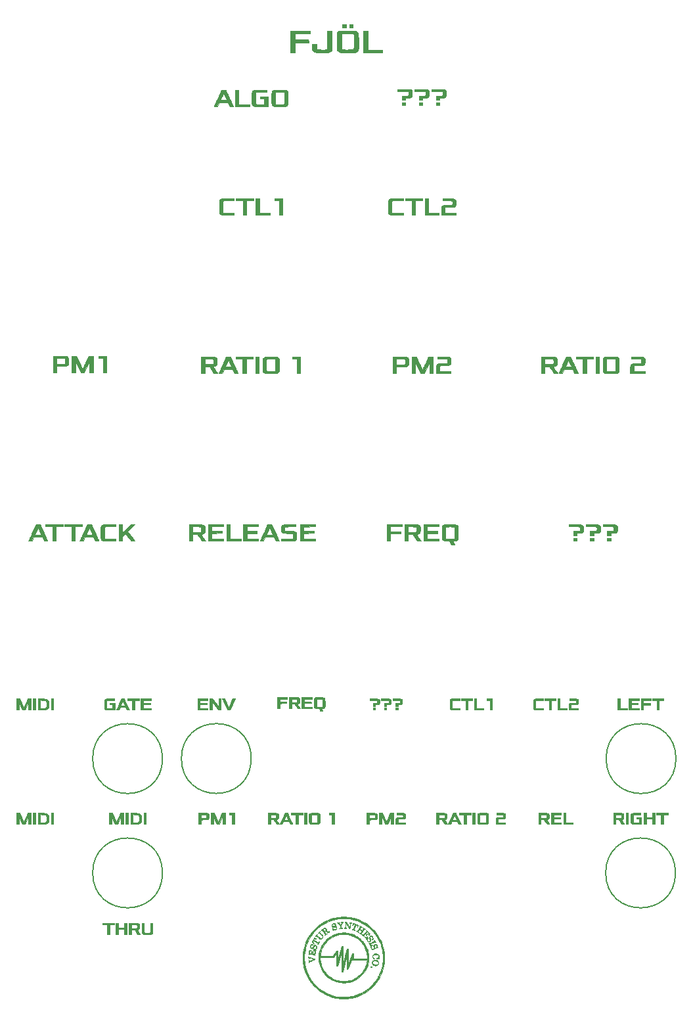
<source format=gbr>
G04 #@! TF.GenerationSoftware,KiCad,Pcbnew,(6.0.1-0)*
G04 #@! TF.CreationDate,2022-04-07T21:36:06+00:00*
G04 #@! TF.ProjectId,frontpanel(1),66726f6e-7470-4616-9e65-6c2831292e6b,rev?*
G04 #@! TF.SameCoordinates,Original*
G04 #@! TF.FileFunction,Legend,Top*
G04 #@! TF.FilePolarity,Positive*
%FSLAX46Y46*%
G04 Gerber Fmt 4.6, Leading zero omitted, Abs format (unit mm)*
G04 Created by KiCad (PCBNEW (6.0.1-0)) date 2022-04-07 21:36:06*
%MOMM*%
%LPD*%
G01*
G04 APERTURE LIST*
%ADD10C,0.150000*%
%ADD11C,0.010000*%
G04 APERTURE END LIST*
D10*
X180602900Y-120257149D02*
G75*
G03*
X180602900Y-120257149I-4500000J0D01*
G01*
X114479936Y-105525149D02*
G75*
G03*
X114479936Y-105525149I-4500000J0D01*
G01*
X114479936Y-120257149D02*
G75*
G03*
X114479936Y-120257149I-4500000J0D01*
G01*
X180661700Y-105525149D02*
G75*
G03*
X180661700Y-105525149I-4500000J0D01*
G01*
X125917096Y-105514449D02*
G75*
G03*
X125917096Y-105514449I-4500000J0D01*
G01*
D11*
G04 #@! TO.C,G\u002A\u002A\u002A*
X179620800Y-112718595D02*
X179028134Y-112718595D01*
X179028134Y-112718595D02*
X179028134Y-113946261D01*
X179028134Y-113946261D02*
X178731912Y-113946261D01*
X178731912Y-113946261D02*
X178729740Y-113334545D01*
X178729740Y-113334545D02*
X178727567Y-112722828D01*
X178727567Y-112722828D02*
X178433351Y-112720601D01*
X178433351Y-112720601D02*
X178139134Y-112718375D01*
X178139134Y-112718375D02*
X178139134Y-112540795D01*
X178139134Y-112540795D02*
X179620800Y-112540795D01*
X179620800Y-112540795D02*
X179620800Y-112718595D01*
X179620800Y-112718595D02*
X179620800Y-112718595D01*
G36*
X179620800Y-112718595D02*
G01*
X179028134Y-112718595D01*
X179028134Y-113946261D01*
X178731912Y-113946261D01*
X178729740Y-113334545D01*
X178727567Y-112722828D01*
X178433351Y-112720601D01*
X178139134Y-112718375D01*
X178139134Y-112540795D01*
X179620800Y-112540795D01*
X179620800Y-112718595D01*
G37*
X179620800Y-112718595D02*
X179028134Y-112718595D01*
X179028134Y-113946261D01*
X178731912Y-113946261D01*
X178729740Y-113334545D01*
X178727567Y-112722828D01*
X178433351Y-112720601D01*
X178139134Y-112718375D01*
X178139134Y-112540795D01*
X179620800Y-112540795D01*
X179620800Y-112718595D01*
X176826801Y-113108227D02*
X177226851Y-113106027D01*
X177226851Y-113106027D02*
X177626901Y-113103828D01*
X177626901Y-113103828D02*
X177629131Y-112822311D01*
X177629131Y-112822311D02*
X177631362Y-112540795D01*
X177631362Y-112540795D02*
X177927467Y-112540795D01*
X177927467Y-112540795D02*
X177927467Y-113946261D01*
X177927467Y-113946261D02*
X177631134Y-113946261D01*
X177631134Y-113946261D02*
X177631134Y-113285861D01*
X177631134Y-113285861D02*
X176826801Y-113285861D01*
X176826801Y-113285861D02*
X176826801Y-113946261D01*
X176826801Y-113946261D02*
X176522000Y-113946261D01*
X176522000Y-113946261D02*
X176522000Y-112540795D01*
X176522000Y-112540795D02*
X176826801Y-112540795D01*
X176826801Y-112540795D02*
X176826801Y-113108227D01*
X176826801Y-113108227D02*
X176826801Y-113108227D01*
G36*
X176826801Y-113108227D02*
G01*
X177226851Y-113106027D01*
X177626901Y-113103828D01*
X177629131Y-112822311D01*
X177631362Y-112540795D01*
X177927467Y-112540795D01*
X177927467Y-113946261D01*
X177631134Y-113946261D01*
X177631134Y-113285861D01*
X176826801Y-113285861D01*
X176826801Y-113946261D01*
X176522000Y-113946261D01*
X176522000Y-112540795D01*
X176826801Y-112540795D01*
X176826801Y-113108227D01*
G37*
X176826801Y-113108227D02*
X177226851Y-113106027D01*
X177626901Y-113103828D01*
X177629131Y-112822311D01*
X177631362Y-112540795D01*
X177927467Y-112540795D01*
X177927467Y-113946261D01*
X177631134Y-113946261D01*
X177631134Y-113285861D01*
X176826801Y-113285861D01*
X176826801Y-113946261D01*
X176522000Y-113946261D01*
X176522000Y-112540795D01*
X176826801Y-112540795D01*
X176826801Y-113108227D01*
X173150151Y-112542879D02*
X173267694Y-112543415D01*
X173267694Y-112543415D02*
X173369572Y-112543937D01*
X173369572Y-112543937D02*
X173457049Y-112544588D01*
X173457049Y-112544588D02*
X173531393Y-112545510D01*
X173531393Y-112545510D02*
X173593871Y-112546846D01*
X173593871Y-112546846D02*
X173645747Y-112548740D01*
X173645747Y-112548740D02*
X173688289Y-112551333D01*
X173688289Y-112551333D02*
X173722764Y-112554768D01*
X173722764Y-112554768D02*
X173750437Y-112559190D01*
X173750437Y-112559190D02*
X173772575Y-112564739D01*
X173772575Y-112564739D02*
X173790444Y-112571560D01*
X173790444Y-112571560D02*
X173805310Y-112579795D01*
X173805310Y-112579795D02*
X173818441Y-112589586D01*
X173818441Y-112589586D02*
X173831103Y-112601077D01*
X173831103Y-112601077D02*
X173844561Y-112614411D01*
X173844561Y-112614411D02*
X173852234Y-112622060D01*
X173852234Y-112622060D02*
X173870733Y-112641077D01*
X173870733Y-112641077D02*
X173885431Y-112658943D01*
X173885431Y-112658943D02*
X173896764Y-112677851D01*
X173896764Y-112677851D02*
X173905167Y-112699996D01*
X173905167Y-112699996D02*
X173911076Y-112727572D01*
X173911076Y-112727572D02*
X173914927Y-112762772D01*
X173914927Y-112762772D02*
X173917157Y-112807792D01*
X173917157Y-112807792D02*
X173918200Y-112864825D01*
X173918200Y-112864825D02*
X173918493Y-112936065D01*
X173918493Y-112936065D02*
X173918501Y-112955661D01*
X173918501Y-112955661D02*
X173918444Y-113021934D01*
X173918444Y-113021934D02*
X173918152Y-113073629D01*
X173918152Y-113073629D02*
X173917444Y-113113102D01*
X173917444Y-113113102D02*
X173916136Y-113142708D01*
X173916136Y-113142708D02*
X173914048Y-113164804D01*
X173914048Y-113164804D02*
X173910997Y-113181744D01*
X173910997Y-113181744D02*
X173906801Y-113195884D01*
X173906801Y-113195884D02*
X173901279Y-113209580D01*
X173901279Y-113209580D02*
X173898381Y-113216073D01*
X173898381Y-113216073D02*
X173867471Y-113265451D01*
X173867471Y-113265451D02*
X173825090Y-113305271D01*
X173825090Y-113305271D02*
X173787883Y-113326651D01*
X173787883Y-113326651D02*
X173765617Y-113334162D01*
X173765617Y-113334162D02*
X173732538Y-113342658D01*
X173732538Y-113342658D02*
X173694589Y-113350665D01*
X173694589Y-113350665D02*
X173681093Y-113353108D01*
X173681093Y-113353108D02*
X173604552Y-113366294D01*
X173604552Y-113366294D02*
X173785205Y-113641461D01*
X173785205Y-113641461D02*
X173825584Y-113703016D01*
X173825584Y-113703016D02*
X173863246Y-113760531D01*
X173863246Y-113760531D02*
X173897131Y-113812376D01*
X173897131Y-113812376D02*
X173926176Y-113856921D01*
X173926176Y-113856921D02*
X173949318Y-113892537D01*
X173949318Y-113892537D02*
X173965496Y-113917596D01*
X173965496Y-113917596D02*
X173973648Y-113930466D01*
X173973648Y-113930466D02*
X173974227Y-113931445D01*
X173974227Y-113931445D02*
X173976146Y-113936558D01*
X173976146Y-113936558D02*
X173973907Y-113940339D01*
X173973907Y-113940339D02*
X173965427Y-113942985D01*
X173965427Y-113942985D02*
X173948619Y-113944696D01*
X173948619Y-113944696D02*
X173921398Y-113945670D01*
X173921398Y-113945670D02*
X173881681Y-113946105D01*
X173881681Y-113946105D02*
X173827381Y-113946201D01*
X173827381Y-113946201D02*
X173819315Y-113946199D01*
X173819315Y-113946199D02*
X173656034Y-113946136D01*
X173656034Y-113946136D02*
X173275034Y-113362360D01*
X173275034Y-113362360D02*
X173078184Y-113362210D01*
X173078184Y-113362210D02*
X172881334Y-113362061D01*
X172881334Y-113362061D02*
X172881334Y-113946261D01*
X172881334Y-113946261D02*
X172585001Y-113946261D01*
X172585001Y-113946261D02*
X172585001Y-113175795D01*
X172585001Y-113175795D02*
X172881334Y-113175795D01*
X172881334Y-113175795D02*
X173232701Y-113175795D01*
X173232701Y-113175795D02*
X173319160Y-113175765D01*
X173319160Y-113175765D02*
X173390275Y-113175627D01*
X173390275Y-113175627D02*
X173447634Y-113175312D01*
X173447634Y-113175312D02*
X173492827Y-113174747D01*
X173492827Y-113174747D02*
X173527443Y-113173861D01*
X173527443Y-113173861D02*
X173553071Y-113172584D01*
X173553071Y-113172584D02*
X173571299Y-113170843D01*
X173571299Y-113170843D02*
X173583716Y-113168569D01*
X173583716Y-113168569D02*
X173591913Y-113165690D01*
X173591913Y-113165690D02*
X173597476Y-113162135D01*
X173597476Y-113162135D02*
X173600528Y-113159333D01*
X173600528Y-113159333D02*
X173609415Y-113148443D01*
X173609415Y-113148443D02*
X173616133Y-113134389D01*
X173616133Y-113134389D02*
X173620912Y-113114960D01*
X173620912Y-113114960D02*
X173623981Y-113087944D01*
X173623981Y-113087944D02*
X173625570Y-113051127D01*
X173625570Y-113051127D02*
X173625907Y-113002297D01*
X173625907Y-113002297D02*
X173625223Y-112939243D01*
X173625223Y-112939243D02*
X173624962Y-112923487D01*
X173624962Y-112923487D02*
X173623780Y-112863374D01*
X173623780Y-112863374D02*
X173622105Y-112817929D01*
X173622105Y-112817929D02*
X173619211Y-112784885D01*
X173619211Y-112784885D02*
X173614374Y-112761980D01*
X173614374Y-112761980D02*
X173606870Y-112746947D01*
X173606870Y-112746947D02*
X173595974Y-112737522D01*
X173595974Y-112737522D02*
X173580961Y-112731441D01*
X173580961Y-112731441D02*
X173561975Y-112726640D01*
X173561975Y-112726640D02*
X173546206Y-112724913D01*
X173546206Y-112724913D02*
X173515594Y-112723312D01*
X173515594Y-112723312D02*
X173472227Y-112721883D01*
X173472227Y-112721883D02*
X173418197Y-112720671D01*
X173418197Y-112720671D02*
X173355591Y-112719724D01*
X173355591Y-112719724D02*
X173286501Y-112719086D01*
X173286501Y-112719086D02*
X173213016Y-112718804D01*
X173213016Y-112718804D02*
X173205184Y-112718796D01*
X173205184Y-112718796D02*
X172881334Y-112718595D01*
X172881334Y-112718595D02*
X172881334Y-113175795D01*
X172881334Y-113175795D02*
X172585001Y-113175795D01*
X172585001Y-113175795D02*
X172585001Y-112540225D01*
X172585001Y-112540225D02*
X173150151Y-112542879D01*
X173150151Y-112542879D02*
X173150151Y-112542879D01*
G36*
X173150151Y-112542879D02*
G01*
X173267694Y-112543415D01*
X173369572Y-112543937D01*
X173457049Y-112544588D01*
X173531393Y-112545510D01*
X173593871Y-112546846D01*
X173645747Y-112548740D01*
X173688289Y-112551333D01*
X173722764Y-112554768D01*
X173750437Y-112559190D01*
X173772575Y-112564739D01*
X173790444Y-112571560D01*
X173805310Y-112579795D01*
X173818441Y-112589586D01*
X173831103Y-112601077D01*
X173844561Y-112614411D01*
X173852234Y-112622060D01*
X173870733Y-112641077D01*
X173885431Y-112658943D01*
X173896764Y-112677851D01*
X173905167Y-112699996D01*
X173911076Y-112727572D01*
X173914927Y-112762772D01*
X173917157Y-112807792D01*
X173918200Y-112864825D01*
X173918493Y-112936065D01*
X173918501Y-112955661D01*
X173918444Y-113021934D01*
X173918152Y-113073629D01*
X173917444Y-113113102D01*
X173916136Y-113142708D01*
X173914048Y-113164804D01*
X173910997Y-113181744D01*
X173906801Y-113195884D01*
X173901279Y-113209580D01*
X173898381Y-113216073D01*
X173867471Y-113265451D01*
X173825090Y-113305271D01*
X173787883Y-113326651D01*
X173765617Y-113334162D01*
X173732538Y-113342658D01*
X173694589Y-113350665D01*
X173681093Y-113353108D01*
X173604552Y-113366294D01*
X173785205Y-113641461D01*
X173825584Y-113703016D01*
X173863246Y-113760531D01*
X173897131Y-113812376D01*
X173926176Y-113856921D01*
X173949318Y-113892537D01*
X173965496Y-113917596D01*
X173973648Y-113930466D01*
X173974227Y-113931445D01*
X173976146Y-113936558D01*
X173973907Y-113940339D01*
X173965427Y-113942985D01*
X173948619Y-113944696D01*
X173921398Y-113945670D01*
X173881681Y-113946105D01*
X173827381Y-113946201D01*
X173819315Y-113946199D01*
X173656034Y-113946136D01*
X173275034Y-113362360D01*
X173078184Y-113362210D01*
X172881334Y-113362061D01*
X172881334Y-113946261D01*
X172585001Y-113946261D01*
X172585001Y-113175795D01*
X172881334Y-113175795D01*
X173232701Y-113175795D01*
X173319160Y-113175765D01*
X173390275Y-113175627D01*
X173447634Y-113175312D01*
X173492827Y-113174747D01*
X173527443Y-113173861D01*
X173553071Y-113172584D01*
X173571299Y-113170843D01*
X173583716Y-113168569D01*
X173591913Y-113165690D01*
X173597476Y-113162135D01*
X173600528Y-113159333D01*
X173609415Y-113148443D01*
X173616133Y-113134389D01*
X173620912Y-113114960D01*
X173623981Y-113087944D01*
X173625570Y-113051127D01*
X173625907Y-113002297D01*
X173625223Y-112939243D01*
X173624962Y-112923487D01*
X173623780Y-112863374D01*
X173622105Y-112817929D01*
X173619211Y-112784885D01*
X173614374Y-112761980D01*
X173606870Y-112746947D01*
X173595974Y-112737522D01*
X173580961Y-112731441D01*
X173561975Y-112726640D01*
X173546206Y-112724913D01*
X173515594Y-112723312D01*
X173472227Y-112721883D01*
X173418197Y-112720671D01*
X173355591Y-112719724D01*
X173286501Y-112719086D01*
X173213016Y-112718804D01*
X173205184Y-112718796D01*
X172881334Y-112718595D01*
X172881334Y-113175795D01*
X172585001Y-113175795D01*
X172585001Y-112540225D01*
X173150151Y-112542879D01*
G37*
X173150151Y-112542879D02*
X173267694Y-112543415D01*
X173369572Y-112543937D01*
X173457049Y-112544588D01*
X173531393Y-112545510D01*
X173593871Y-112546846D01*
X173645747Y-112548740D01*
X173688289Y-112551333D01*
X173722764Y-112554768D01*
X173750437Y-112559190D01*
X173772575Y-112564739D01*
X173790444Y-112571560D01*
X173805310Y-112579795D01*
X173818441Y-112589586D01*
X173831103Y-112601077D01*
X173844561Y-112614411D01*
X173852234Y-112622060D01*
X173870733Y-112641077D01*
X173885431Y-112658943D01*
X173896764Y-112677851D01*
X173905167Y-112699996D01*
X173911076Y-112727572D01*
X173914927Y-112762772D01*
X173917157Y-112807792D01*
X173918200Y-112864825D01*
X173918493Y-112936065D01*
X173918501Y-112955661D01*
X173918444Y-113021934D01*
X173918152Y-113073629D01*
X173917444Y-113113102D01*
X173916136Y-113142708D01*
X173914048Y-113164804D01*
X173910997Y-113181744D01*
X173906801Y-113195884D01*
X173901279Y-113209580D01*
X173898381Y-113216073D01*
X173867471Y-113265451D01*
X173825090Y-113305271D01*
X173787883Y-113326651D01*
X173765617Y-113334162D01*
X173732538Y-113342658D01*
X173694589Y-113350665D01*
X173681093Y-113353108D01*
X173604552Y-113366294D01*
X173785205Y-113641461D01*
X173825584Y-113703016D01*
X173863246Y-113760531D01*
X173897131Y-113812376D01*
X173926176Y-113856921D01*
X173949318Y-113892537D01*
X173965496Y-113917596D01*
X173973648Y-113930466D01*
X173974227Y-113931445D01*
X173976146Y-113936558D01*
X173973907Y-113940339D01*
X173965427Y-113942985D01*
X173948619Y-113944696D01*
X173921398Y-113945670D01*
X173881681Y-113946105D01*
X173827381Y-113946201D01*
X173819315Y-113946199D01*
X173656034Y-113946136D01*
X173275034Y-113362360D01*
X173078184Y-113362210D01*
X172881334Y-113362061D01*
X172881334Y-113946261D01*
X172585001Y-113946261D01*
X172585001Y-113175795D01*
X172881334Y-113175795D01*
X173232701Y-113175795D01*
X173319160Y-113175765D01*
X173390275Y-113175627D01*
X173447634Y-113175312D01*
X173492827Y-113174747D01*
X173527443Y-113173861D01*
X173553071Y-113172584D01*
X173571299Y-113170843D01*
X173583716Y-113168569D01*
X173591913Y-113165690D01*
X173597476Y-113162135D01*
X173600528Y-113159333D01*
X173609415Y-113148443D01*
X173616133Y-113134389D01*
X173620912Y-113114960D01*
X173623981Y-113087944D01*
X173625570Y-113051127D01*
X173625907Y-113002297D01*
X173625223Y-112939243D01*
X173624962Y-112923487D01*
X173623780Y-112863374D01*
X173622105Y-112817929D01*
X173619211Y-112784885D01*
X173614374Y-112761980D01*
X173606870Y-112746947D01*
X173595974Y-112737522D01*
X173580961Y-112731441D01*
X173561975Y-112726640D01*
X173546206Y-112724913D01*
X173515594Y-112723312D01*
X173472227Y-112721883D01*
X173418197Y-112720671D01*
X173355591Y-112719724D01*
X173286501Y-112719086D01*
X173213016Y-112718804D01*
X173205184Y-112718796D01*
X172881334Y-112718595D01*
X172881334Y-113175795D01*
X172585001Y-113175795D01*
X172585001Y-112540225D01*
X173150151Y-112542879D01*
X174515400Y-113946261D02*
X174219067Y-113946261D01*
X174219067Y-113946261D02*
X174219067Y-112540795D01*
X174219067Y-112540795D02*
X174515400Y-112540795D01*
X174515400Y-112540795D02*
X174515400Y-113946261D01*
X174515400Y-113946261D02*
X174515400Y-113946261D01*
G36*
X174515400Y-113946261D02*
G01*
X174219067Y-113946261D01*
X174219067Y-112540795D01*
X174515400Y-112540795D01*
X174515400Y-113946261D01*
G37*
X174515400Y-113946261D02*
X174219067Y-113946261D01*
X174219067Y-112540795D01*
X174515400Y-112540795D01*
X174515400Y-113946261D01*
X176124067Y-112718595D02*
X175673217Y-112718796D01*
X175673217Y-112718796D02*
X175586326Y-112718977D01*
X175586326Y-112718977D02*
X175503711Y-112719419D01*
X175503711Y-112719419D02*
X175427080Y-112720096D01*
X175427080Y-112720096D02*
X175358141Y-112720980D01*
X175358141Y-112720980D02*
X175298603Y-112722043D01*
X175298603Y-112722043D02*
X175250173Y-112723258D01*
X175250173Y-112723258D02*
X175214561Y-112724596D01*
X175214561Y-112724596D02*
X175193474Y-112726031D01*
X175193474Y-112726031D02*
X175189426Y-112726640D01*
X175189426Y-112726640D02*
X175176520Y-112729362D01*
X175176520Y-112729362D02*
X175165600Y-112731945D01*
X175165600Y-112731945D02*
X175156494Y-112735727D01*
X175156494Y-112735727D02*
X175149027Y-112742047D01*
X175149027Y-112742047D02*
X175143027Y-112752242D01*
X175143027Y-112752242D02*
X175138322Y-112767650D01*
X175138322Y-112767650D02*
X175134737Y-112789610D01*
X175134737Y-112789610D02*
X175132100Y-112819460D01*
X175132100Y-112819460D02*
X175130238Y-112858537D01*
X175130238Y-112858537D02*
X175128977Y-112908181D01*
X175128977Y-112908181D02*
X175128146Y-112969729D01*
X175128146Y-112969729D02*
X175127570Y-113044520D01*
X175127570Y-113044520D02*
X175127077Y-113133891D01*
X175127077Y-113133891D02*
X175126653Y-113212074D01*
X175126653Y-113212074D02*
X175126255Y-113299063D01*
X175126255Y-113299063D02*
X175126071Y-113381880D01*
X175126071Y-113381880D02*
X175126090Y-113458799D01*
X175126090Y-113458799D02*
X175126304Y-113528098D01*
X175126304Y-113528098D02*
X175126702Y-113588051D01*
X175126702Y-113588051D02*
X175127276Y-113636934D01*
X175127276Y-113636934D02*
X175128016Y-113673023D01*
X175128016Y-113673023D02*
X175128912Y-113694594D01*
X175128912Y-113694594D02*
X175129312Y-113698772D01*
X175129312Y-113698772D02*
X175131507Y-113713735D01*
X175131507Y-113713735D02*
X175134331Y-113726222D01*
X175134331Y-113726222D02*
X175139223Y-113736466D01*
X175139223Y-113736466D02*
X175147625Y-113744703D01*
X175147625Y-113744703D02*
X175160974Y-113751167D01*
X175160974Y-113751167D02*
X175180713Y-113756095D01*
X175180713Y-113756095D02*
X175208280Y-113759720D01*
X175208280Y-113759720D02*
X175245115Y-113762279D01*
X175245115Y-113762279D02*
X175292659Y-113764005D01*
X175292659Y-113764005D02*
X175352352Y-113765135D01*
X175352352Y-113765135D02*
X175425633Y-113765902D01*
X175425633Y-113765902D02*
X175513943Y-113766543D01*
X175513943Y-113766543D02*
X175545830Y-113766761D01*
X175545830Y-113766761D02*
X175912400Y-113769295D01*
X175912400Y-113769295D02*
X175912400Y-113285861D01*
X175912400Y-113285861D02*
X175548334Y-113285861D01*
X175548334Y-113285861D02*
X175548334Y-113108061D01*
X175548334Y-113108061D02*
X176208734Y-113108061D01*
X176208734Y-113108061D02*
X176208734Y-113946261D01*
X176208734Y-113946261D02*
X175639351Y-113945704D01*
X175639351Y-113945704D02*
X175523095Y-113945535D01*
X175523095Y-113945535D02*
X175422570Y-113945257D01*
X175422570Y-113945257D02*
X175336575Y-113944843D01*
X175336575Y-113944843D02*
X175263909Y-113944269D01*
X175263909Y-113944269D02*
X175203368Y-113943510D01*
X175203368Y-113943510D02*
X175153753Y-113942540D01*
X175153753Y-113942540D02*
X175113860Y-113941336D01*
X175113860Y-113941336D02*
X175082489Y-113939871D01*
X175082489Y-113939871D02*
X175058437Y-113938122D01*
X175058437Y-113938122D02*
X175040504Y-113936062D01*
X175040504Y-113936062D02*
X175027486Y-113933667D01*
X175027486Y-113933667D02*
X175024494Y-113932916D01*
X175024494Y-113932916D02*
X174992489Y-113923185D01*
X174992489Y-113923185D02*
X174962222Y-113912190D01*
X174962222Y-113912190D02*
X174950188Y-113907002D01*
X174950188Y-113907002D02*
X174919731Y-113886396D01*
X174919731Y-113886396D02*
X174888728Y-113855499D01*
X174888728Y-113855499D02*
X174862086Y-113820055D01*
X174862086Y-113820055D02*
X174844708Y-113785806D01*
X174844708Y-113785806D02*
X174843492Y-113782095D01*
X174843492Y-113782095D02*
X174841027Y-113765353D01*
X174841027Y-113765353D02*
X174838862Y-113733552D01*
X174838862Y-113733552D02*
X174836993Y-113688562D01*
X174836993Y-113688562D02*
X174835421Y-113632255D01*
X174835421Y-113632255D02*
X174834145Y-113566501D01*
X174834145Y-113566501D02*
X174833162Y-113493172D01*
X174833162Y-113493172D02*
X174832472Y-113414140D01*
X174832472Y-113414140D02*
X174832074Y-113331274D01*
X174832074Y-113331274D02*
X174831966Y-113246446D01*
X174831966Y-113246446D02*
X174832148Y-113161527D01*
X174832148Y-113161527D02*
X174832619Y-113078389D01*
X174832619Y-113078389D02*
X174833376Y-112998902D01*
X174833376Y-112998902D02*
X174834421Y-112924937D01*
X174834421Y-112924937D02*
X174835750Y-112858366D01*
X174835750Y-112858366D02*
X174837363Y-112801060D01*
X174837363Y-112801060D02*
X174839259Y-112754889D01*
X174839259Y-112754889D02*
X174841437Y-112721725D01*
X174841437Y-112721725D02*
X174843895Y-112703439D01*
X174843895Y-112703439D02*
X174844134Y-112702576D01*
X174844134Y-112702576D02*
X174862321Y-112665561D01*
X174862321Y-112665561D02*
X174892584Y-112628272D01*
X174892584Y-112628272D02*
X174930646Y-112594839D01*
X174930646Y-112594839D02*
X174972232Y-112569391D01*
X174972232Y-112569391D02*
X174989534Y-112562143D01*
X174989534Y-112562143D02*
X174999641Y-112558794D01*
X174999641Y-112558794D02*
X175010638Y-112555915D01*
X175010638Y-112555915D02*
X175023852Y-112553464D01*
X175023852Y-112553464D02*
X175040611Y-112551397D01*
X175040611Y-112551397D02*
X175062243Y-112549670D01*
X175062243Y-112549670D02*
X175090074Y-112548241D01*
X175090074Y-112548241D02*
X175125433Y-112547066D01*
X175125433Y-112547066D02*
X175169645Y-112546102D01*
X175169645Y-112546102D02*
X175224040Y-112545306D01*
X175224040Y-112545306D02*
X175289944Y-112544634D01*
X175289944Y-112544634D02*
X175368685Y-112544043D01*
X175368685Y-112544043D02*
X175461590Y-112543489D01*
X175461590Y-112543489D02*
X175569987Y-112542930D01*
X175569987Y-112542930D02*
X175580084Y-112542880D01*
X175580084Y-112542880D02*
X176124067Y-112540205D01*
X176124067Y-112540205D02*
X176124067Y-112718595D01*
X176124067Y-112718595D02*
X176124067Y-112718595D01*
G36*
X176124067Y-112718595D02*
G01*
X175673217Y-112718796D01*
X175586326Y-112718977D01*
X175503711Y-112719419D01*
X175427080Y-112720096D01*
X175358141Y-112720980D01*
X175298603Y-112722043D01*
X175250173Y-112723258D01*
X175214561Y-112724596D01*
X175193474Y-112726031D01*
X175189426Y-112726640D01*
X175176520Y-112729362D01*
X175165600Y-112731945D01*
X175156494Y-112735727D01*
X175149027Y-112742047D01*
X175143027Y-112752242D01*
X175138322Y-112767650D01*
X175134737Y-112789610D01*
X175132100Y-112819460D01*
X175130238Y-112858537D01*
X175128977Y-112908181D01*
X175128146Y-112969729D01*
X175127570Y-113044520D01*
X175127077Y-113133891D01*
X175126653Y-113212074D01*
X175126255Y-113299063D01*
X175126071Y-113381880D01*
X175126090Y-113458799D01*
X175126304Y-113528098D01*
X175126702Y-113588051D01*
X175127276Y-113636934D01*
X175128016Y-113673023D01*
X175128912Y-113694594D01*
X175129312Y-113698772D01*
X175131507Y-113713735D01*
X175134331Y-113726222D01*
X175139223Y-113736466D01*
X175147625Y-113744703D01*
X175160974Y-113751167D01*
X175180713Y-113756095D01*
X175208280Y-113759720D01*
X175245115Y-113762279D01*
X175292659Y-113764005D01*
X175352352Y-113765135D01*
X175425633Y-113765902D01*
X175513943Y-113766543D01*
X175545830Y-113766761D01*
X175912400Y-113769295D01*
X175912400Y-113285861D01*
X175548334Y-113285861D01*
X175548334Y-113108061D01*
X176208734Y-113108061D01*
X176208734Y-113946261D01*
X175639351Y-113945704D01*
X175523095Y-113945535D01*
X175422570Y-113945257D01*
X175336575Y-113944843D01*
X175263909Y-113944269D01*
X175203368Y-113943510D01*
X175153753Y-113942540D01*
X175113860Y-113941336D01*
X175082489Y-113939871D01*
X175058437Y-113938122D01*
X175040504Y-113936062D01*
X175027486Y-113933667D01*
X175024494Y-113932916D01*
X174992489Y-113923185D01*
X174962222Y-113912190D01*
X174950188Y-113907002D01*
X174919731Y-113886396D01*
X174888728Y-113855499D01*
X174862086Y-113820055D01*
X174844708Y-113785806D01*
X174843492Y-113782095D01*
X174841027Y-113765353D01*
X174838862Y-113733552D01*
X174836993Y-113688562D01*
X174835421Y-113632255D01*
X174834145Y-113566501D01*
X174833162Y-113493172D01*
X174832472Y-113414140D01*
X174832074Y-113331274D01*
X174831966Y-113246446D01*
X174832148Y-113161527D01*
X174832619Y-113078389D01*
X174833376Y-112998902D01*
X174834421Y-112924937D01*
X174835750Y-112858366D01*
X174837363Y-112801060D01*
X174839259Y-112754889D01*
X174841437Y-112721725D01*
X174843895Y-112703439D01*
X174844134Y-112702576D01*
X174862321Y-112665561D01*
X174892584Y-112628272D01*
X174930646Y-112594839D01*
X174972232Y-112569391D01*
X174989534Y-112562143D01*
X174999641Y-112558794D01*
X175010638Y-112555915D01*
X175023852Y-112553464D01*
X175040611Y-112551397D01*
X175062243Y-112549670D01*
X175090074Y-112548241D01*
X175125433Y-112547066D01*
X175169645Y-112546102D01*
X175224040Y-112545306D01*
X175289944Y-112544634D01*
X175368685Y-112544043D01*
X175461590Y-112543489D01*
X175569987Y-112542930D01*
X175580084Y-112542880D01*
X176124067Y-112540205D01*
X176124067Y-112718595D01*
G37*
X176124067Y-112718595D02*
X175673217Y-112718796D01*
X175586326Y-112718977D01*
X175503711Y-112719419D01*
X175427080Y-112720096D01*
X175358141Y-112720980D01*
X175298603Y-112722043D01*
X175250173Y-112723258D01*
X175214561Y-112724596D01*
X175193474Y-112726031D01*
X175189426Y-112726640D01*
X175176520Y-112729362D01*
X175165600Y-112731945D01*
X175156494Y-112735727D01*
X175149027Y-112742047D01*
X175143027Y-112752242D01*
X175138322Y-112767650D01*
X175134737Y-112789610D01*
X175132100Y-112819460D01*
X175130238Y-112858537D01*
X175128977Y-112908181D01*
X175128146Y-112969729D01*
X175127570Y-113044520D01*
X175127077Y-113133891D01*
X175126653Y-113212074D01*
X175126255Y-113299063D01*
X175126071Y-113381880D01*
X175126090Y-113458799D01*
X175126304Y-113528098D01*
X175126702Y-113588051D01*
X175127276Y-113636934D01*
X175128016Y-113673023D01*
X175128912Y-113694594D01*
X175129312Y-113698772D01*
X175131507Y-113713735D01*
X175134331Y-113726222D01*
X175139223Y-113736466D01*
X175147625Y-113744703D01*
X175160974Y-113751167D01*
X175180713Y-113756095D01*
X175208280Y-113759720D01*
X175245115Y-113762279D01*
X175292659Y-113764005D01*
X175352352Y-113765135D01*
X175425633Y-113765902D01*
X175513943Y-113766543D01*
X175545830Y-113766761D01*
X175912400Y-113769295D01*
X175912400Y-113285861D01*
X175548334Y-113285861D01*
X175548334Y-113108061D01*
X176208734Y-113108061D01*
X176208734Y-113946261D01*
X175639351Y-113945704D01*
X175523095Y-113945535D01*
X175422570Y-113945257D01*
X175336575Y-113944843D01*
X175263909Y-113944269D01*
X175203368Y-113943510D01*
X175153753Y-113942540D01*
X175113860Y-113941336D01*
X175082489Y-113939871D01*
X175058437Y-113938122D01*
X175040504Y-113936062D01*
X175027486Y-113933667D01*
X175024494Y-113932916D01*
X174992489Y-113923185D01*
X174962222Y-113912190D01*
X174950188Y-113907002D01*
X174919731Y-113886396D01*
X174888728Y-113855499D01*
X174862086Y-113820055D01*
X174844708Y-113785806D01*
X174843492Y-113782095D01*
X174841027Y-113765353D01*
X174838862Y-113733552D01*
X174836993Y-113688562D01*
X174835421Y-113632255D01*
X174834145Y-113566501D01*
X174833162Y-113493172D01*
X174832472Y-113414140D01*
X174832074Y-113331274D01*
X174831966Y-113246446D01*
X174832148Y-113161527D01*
X174832619Y-113078389D01*
X174833376Y-112998902D01*
X174834421Y-112924937D01*
X174835750Y-112858366D01*
X174837363Y-112801060D01*
X174839259Y-112754889D01*
X174841437Y-112721725D01*
X174843895Y-112703439D01*
X174844134Y-112702576D01*
X174862321Y-112665561D01*
X174892584Y-112628272D01*
X174930646Y-112594839D01*
X174972232Y-112569391D01*
X174989534Y-112562143D01*
X174999641Y-112558794D01*
X175010638Y-112555915D01*
X175023852Y-112553464D01*
X175040611Y-112551397D01*
X175062243Y-112549670D01*
X175090074Y-112548241D01*
X175125433Y-112547066D01*
X175169645Y-112546102D01*
X175224040Y-112545306D01*
X175289944Y-112544634D01*
X175368685Y-112544043D01*
X175461590Y-112543489D01*
X175569987Y-112542930D01*
X175580084Y-112542880D01*
X176124067Y-112540205D01*
X176124067Y-112718595D01*
X133616108Y-129418520D02*
X133643326Y-129426687D01*
X133643326Y-129426687D02*
X133682328Y-129438878D01*
X133682328Y-129438878D02*
X133729354Y-129453934D01*
X133729354Y-129453934D02*
X133741982Y-129458028D01*
X133741982Y-129458028D02*
X133802835Y-129478866D01*
X133802835Y-129478866D02*
X133844132Y-129495659D01*
X133844132Y-129495659D02*
X133866151Y-129508785D01*
X133866151Y-129508785D02*
X133869167Y-129518625D01*
X133869167Y-129518625D02*
X133853459Y-129525558D01*
X133853459Y-129525558D02*
X133819302Y-129529964D01*
X133819302Y-129529964D02*
X133795436Y-129531335D01*
X133795436Y-129531335D02*
X133718067Y-129539613D01*
X133718067Y-129539613D02*
X133656507Y-129557969D01*
X133656507Y-129557969D02*
X133608210Y-129587766D01*
X133608210Y-129587766D02*
X133570631Y-129630366D01*
X133570631Y-129630366D02*
X133552935Y-129661090D01*
X133552935Y-129661090D02*
X133531539Y-129718920D01*
X133531539Y-129718920D02*
X133528553Y-129771242D01*
X133528553Y-129771242D02*
X133543826Y-129820826D01*
X133543826Y-129820826D02*
X133544280Y-129821737D01*
X133544280Y-129821737D02*
X133573147Y-129860687D01*
X133573147Y-129860687D02*
X133611985Y-129887928D01*
X133611985Y-129887928D02*
X133655951Y-129902007D01*
X133655951Y-129902007D02*
X133700201Y-129901469D01*
X133700201Y-129901469D02*
X133739892Y-129884861D01*
X133739892Y-129884861D02*
X133744121Y-129881716D01*
X133744121Y-129881716D02*
X133760305Y-129865034D01*
X133760305Y-129865034D02*
X133784269Y-129835417D01*
X133784269Y-129835417D02*
X133812806Y-129797026D01*
X133812806Y-129797026D02*
X133842705Y-129754020D01*
X133842705Y-129754020D02*
X133843247Y-129753213D01*
X133843247Y-129753213D02*
X133890963Y-129684813D01*
X133890963Y-129684813D02*
X133931883Y-129632654D01*
X133931883Y-129632654D02*
X133968053Y-129594685D01*
X133968053Y-129594685D02*
X134001526Y-129568854D01*
X134001526Y-129568854D02*
X134034348Y-129553111D01*
X134034348Y-129553111D02*
X134046869Y-129549398D01*
X134046869Y-129549398D02*
X134104493Y-129542651D01*
X134104493Y-129542651D02*
X134160948Y-129553206D01*
X134160948Y-129553206D02*
X134198411Y-129569014D01*
X134198411Y-129569014D02*
X134255006Y-129607489D01*
X134255006Y-129607489D02*
X134296545Y-129656959D01*
X134296545Y-129656959D02*
X134322847Y-129714577D01*
X134322847Y-129714577D02*
X134333731Y-129777494D01*
X134333731Y-129777494D02*
X134329015Y-129842863D01*
X134329015Y-129842863D02*
X134308518Y-129907835D01*
X134308518Y-129907835D02*
X134272058Y-129969562D01*
X134272058Y-129969562D02*
X134227016Y-130018588D01*
X134227016Y-130018588D02*
X134201504Y-130042444D01*
X134201504Y-130042444D02*
X134183406Y-130061122D01*
X134183406Y-130061122D02*
X134176725Y-130070411D01*
X134176725Y-130070411D02*
X134181957Y-130082171D01*
X134181957Y-130082171D02*
X134195093Y-130103833D01*
X134195093Y-130103833D02*
X134201342Y-130113246D01*
X134201342Y-130113246D02*
X134216672Y-130142489D01*
X134216672Y-130142489D02*
X134219769Y-130164721D01*
X134219769Y-130164721D02*
X134210502Y-130176183D01*
X134210502Y-130176183D02*
X134203577Y-130176926D01*
X134203577Y-130176926D02*
X134190206Y-130173494D01*
X134190206Y-130173494D02*
X134161506Y-130164498D01*
X134161506Y-130164498D02*
X134121292Y-130151183D01*
X134121292Y-130151183D02*
X134073381Y-130134794D01*
X134073381Y-130134794D02*
X134057007Y-130129090D01*
X134057007Y-130129090D02*
X133995267Y-130106529D01*
X133995267Y-130106529D02*
X133952896Y-130088571D01*
X133952896Y-130088571D02*
X133929592Y-130074724D01*
X133929592Y-130074724D02*
X133925054Y-130064495D01*
X133925054Y-130064495D02*
X133938980Y-130057393D01*
X133938980Y-130057393D02*
X133971067Y-130052926D01*
X133971067Y-130052926D02*
X134009085Y-130050935D01*
X134009085Y-130050935D02*
X134092985Y-130040479D01*
X134092985Y-130040479D02*
X134163548Y-130015056D01*
X134163548Y-130015056D02*
X134220469Y-129974840D01*
X134220469Y-129974840D02*
X134263444Y-129920007D01*
X134263444Y-129920007D02*
X134274597Y-129898555D01*
X134274597Y-129898555D02*
X134294700Y-129836273D01*
X134294700Y-129836273D02*
X134296941Y-129776663D01*
X134296941Y-129776663D02*
X134281763Y-129722579D01*
X134281763Y-129722579D02*
X134249606Y-129676878D01*
X134249606Y-129676878D02*
X134238767Y-129666929D01*
X134238767Y-129666929D02*
X134194466Y-129639683D01*
X134194466Y-129639683D02*
X134148851Y-129632427D01*
X134148851Y-129632427D02*
X134099756Y-129644894D01*
X134099756Y-129644894D02*
X134091251Y-129648790D01*
X134091251Y-129648790D02*
X134069092Y-129661483D01*
X134069092Y-129661483D02*
X134048778Y-129678559D01*
X134048778Y-129678559D02*
X134027075Y-129703606D01*
X134027075Y-129703606D02*
X134000750Y-129740208D01*
X134000750Y-129740208D02*
X133978040Y-129774318D01*
X133978040Y-129774318D02*
X133927365Y-129848296D01*
X133927365Y-129848296D02*
X133882778Y-129905083D01*
X133882778Y-129905083D02*
X133842400Y-129946180D01*
X133842400Y-129946180D02*
X133804353Y-129973089D01*
X133804353Y-129973089D02*
X133766757Y-129987311D01*
X133766757Y-129987311D02*
X133727732Y-129990347D01*
X133727732Y-129990347D02*
X133709895Y-129988566D01*
X133709895Y-129988566D02*
X133639276Y-129969760D01*
X133639276Y-129969760D02*
X133580608Y-129936986D01*
X133580608Y-129936986D02*
X133535455Y-129892468D01*
X133535455Y-129892468D02*
X133505380Y-129838431D01*
X133505380Y-129838431D02*
X133491946Y-129777101D01*
X133491946Y-129777101D02*
X133496717Y-129710701D01*
X133496717Y-129710701D02*
X133501426Y-129691855D01*
X133501426Y-129691855D02*
X133529860Y-129623184D01*
X133529860Y-129623184D02*
X133571171Y-129570015D01*
X133571171Y-129570015D02*
X133603450Y-129544588D01*
X133603450Y-129544588D02*
X133628099Y-129526780D01*
X133628099Y-129526780D02*
X133636293Y-129512308D01*
X133636293Y-129512308D02*
X133629439Y-129494824D01*
X133629439Y-129494824D02*
X133617925Y-129479272D01*
X133617925Y-129479272D02*
X133604650Y-129456768D01*
X133604650Y-129456768D02*
X133597852Y-129434449D01*
X133597852Y-129434449D02*
X133598923Y-129418899D01*
X133598923Y-129418899D02*
X133604433Y-129415540D01*
X133604433Y-129415540D02*
X133616108Y-129418520D01*
X133616108Y-129418520D02*
X133616108Y-129418520D01*
G36*
X133616108Y-129418520D02*
G01*
X133643326Y-129426687D01*
X133682328Y-129438878D01*
X133729354Y-129453934D01*
X133741982Y-129458028D01*
X133802835Y-129478866D01*
X133844132Y-129495659D01*
X133866151Y-129508785D01*
X133869167Y-129518625D01*
X133853459Y-129525558D01*
X133819302Y-129529964D01*
X133795436Y-129531335D01*
X133718067Y-129539613D01*
X133656507Y-129557969D01*
X133608210Y-129587766D01*
X133570631Y-129630366D01*
X133552935Y-129661090D01*
X133531539Y-129718920D01*
X133528553Y-129771242D01*
X133543826Y-129820826D01*
X133544280Y-129821737D01*
X133573147Y-129860687D01*
X133611985Y-129887928D01*
X133655951Y-129902007D01*
X133700201Y-129901469D01*
X133739892Y-129884861D01*
X133744121Y-129881716D01*
X133760305Y-129865034D01*
X133784269Y-129835417D01*
X133812806Y-129797026D01*
X133842705Y-129754020D01*
X133843247Y-129753213D01*
X133890963Y-129684813D01*
X133931883Y-129632654D01*
X133968053Y-129594685D01*
X134001526Y-129568854D01*
X134034348Y-129553111D01*
X134046869Y-129549398D01*
X134104493Y-129542651D01*
X134160948Y-129553206D01*
X134198411Y-129569014D01*
X134255006Y-129607489D01*
X134296545Y-129656959D01*
X134322847Y-129714577D01*
X134333731Y-129777494D01*
X134329015Y-129842863D01*
X134308518Y-129907835D01*
X134272058Y-129969562D01*
X134227016Y-130018588D01*
X134201504Y-130042444D01*
X134183406Y-130061122D01*
X134176725Y-130070411D01*
X134181957Y-130082171D01*
X134195093Y-130103833D01*
X134201342Y-130113246D01*
X134216672Y-130142489D01*
X134219769Y-130164721D01*
X134210502Y-130176183D01*
X134203577Y-130176926D01*
X134190206Y-130173494D01*
X134161506Y-130164498D01*
X134121292Y-130151183D01*
X134073381Y-130134794D01*
X134057007Y-130129090D01*
X133995267Y-130106529D01*
X133952896Y-130088571D01*
X133929592Y-130074724D01*
X133925054Y-130064495D01*
X133938980Y-130057393D01*
X133971067Y-130052926D01*
X134009085Y-130050935D01*
X134092985Y-130040479D01*
X134163548Y-130015056D01*
X134220469Y-129974840D01*
X134263444Y-129920007D01*
X134274597Y-129898555D01*
X134294700Y-129836273D01*
X134296941Y-129776663D01*
X134281763Y-129722579D01*
X134249606Y-129676878D01*
X134238767Y-129666929D01*
X134194466Y-129639683D01*
X134148851Y-129632427D01*
X134099756Y-129644894D01*
X134091251Y-129648790D01*
X134069092Y-129661483D01*
X134048778Y-129678559D01*
X134027075Y-129703606D01*
X134000750Y-129740208D01*
X133978040Y-129774318D01*
X133927365Y-129848296D01*
X133882778Y-129905083D01*
X133842400Y-129946180D01*
X133804353Y-129973089D01*
X133766757Y-129987311D01*
X133727732Y-129990347D01*
X133709895Y-129988566D01*
X133639276Y-129969760D01*
X133580608Y-129936986D01*
X133535455Y-129892468D01*
X133505380Y-129838431D01*
X133491946Y-129777101D01*
X133496717Y-129710701D01*
X133501426Y-129691855D01*
X133529860Y-129623184D01*
X133571171Y-129570015D01*
X133603450Y-129544588D01*
X133628099Y-129526780D01*
X133636293Y-129512308D01*
X133629439Y-129494824D01*
X133617925Y-129479272D01*
X133604650Y-129456768D01*
X133597852Y-129434449D01*
X133598923Y-129418899D01*
X133604433Y-129415540D01*
X133616108Y-129418520D01*
G37*
X133616108Y-129418520D02*
X133643326Y-129426687D01*
X133682328Y-129438878D01*
X133729354Y-129453934D01*
X133741982Y-129458028D01*
X133802835Y-129478866D01*
X133844132Y-129495659D01*
X133866151Y-129508785D01*
X133869167Y-129518625D01*
X133853459Y-129525558D01*
X133819302Y-129529964D01*
X133795436Y-129531335D01*
X133718067Y-129539613D01*
X133656507Y-129557969D01*
X133608210Y-129587766D01*
X133570631Y-129630366D01*
X133552935Y-129661090D01*
X133531539Y-129718920D01*
X133528553Y-129771242D01*
X133543826Y-129820826D01*
X133544280Y-129821737D01*
X133573147Y-129860687D01*
X133611985Y-129887928D01*
X133655951Y-129902007D01*
X133700201Y-129901469D01*
X133739892Y-129884861D01*
X133744121Y-129881716D01*
X133760305Y-129865034D01*
X133784269Y-129835417D01*
X133812806Y-129797026D01*
X133842705Y-129754020D01*
X133843247Y-129753213D01*
X133890963Y-129684813D01*
X133931883Y-129632654D01*
X133968053Y-129594685D01*
X134001526Y-129568854D01*
X134034348Y-129553111D01*
X134046869Y-129549398D01*
X134104493Y-129542651D01*
X134160948Y-129553206D01*
X134198411Y-129569014D01*
X134255006Y-129607489D01*
X134296545Y-129656959D01*
X134322847Y-129714577D01*
X134333731Y-129777494D01*
X134329015Y-129842863D01*
X134308518Y-129907835D01*
X134272058Y-129969562D01*
X134227016Y-130018588D01*
X134201504Y-130042444D01*
X134183406Y-130061122D01*
X134176725Y-130070411D01*
X134181957Y-130082171D01*
X134195093Y-130103833D01*
X134201342Y-130113246D01*
X134216672Y-130142489D01*
X134219769Y-130164721D01*
X134210502Y-130176183D01*
X134203577Y-130176926D01*
X134190206Y-130173494D01*
X134161506Y-130164498D01*
X134121292Y-130151183D01*
X134073381Y-130134794D01*
X134057007Y-130129090D01*
X133995267Y-130106529D01*
X133952896Y-130088571D01*
X133929592Y-130074724D01*
X133925054Y-130064495D01*
X133938980Y-130057393D01*
X133971067Y-130052926D01*
X134009085Y-130050935D01*
X134092985Y-130040479D01*
X134163548Y-130015056D01*
X134220469Y-129974840D01*
X134263444Y-129920007D01*
X134274597Y-129898555D01*
X134294700Y-129836273D01*
X134296941Y-129776663D01*
X134281763Y-129722579D01*
X134249606Y-129676878D01*
X134238767Y-129666929D01*
X134194466Y-129639683D01*
X134148851Y-129632427D01*
X134099756Y-129644894D01*
X134091251Y-129648790D01*
X134069092Y-129661483D01*
X134048778Y-129678559D01*
X134027075Y-129703606D01*
X134000750Y-129740208D01*
X133978040Y-129774318D01*
X133927365Y-129848296D01*
X133882778Y-129905083D01*
X133842400Y-129946180D01*
X133804353Y-129973089D01*
X133766757Y-129987311D01*
X133727732Y-129990347D01*
X133709895Y-129988566D01*
X133639276Y-129969760D01*
X133580608Y-129936986D01*
X133535455Y-129892468D01*
X133505380Y-129838431D01*
X133491946Y-129777101D01*
X133496717Y-129710701D01*
X133501426Y-129691855D01*
X133529860Y-129623184D01*
X133571171Y-129570015D01*
X133603450Y-129544588D01*
X133628099Y-129526780D01*
X133636293Y-129512308D01*
X133629439Y-129494824D01*
X133617925Y-129479272D01*
X133604650Y-129456768D01*
X133597852Y-129434449D01*
X133598923Y-129418899D01*
X133604433Y-129415540D01*
X133616108Y-129418520D01*
X137917076Y-127949420D02*
X138013368Y-127951811D01*
X138013368Y-127951811D02*
X138098776Y-127956207D01*
X138098776Y-127956207D02*
X138159445Y-127961591D01*
X138159445Y-127961591D02*
X138400874Y-127997077D01*
X138400874Y-127997077D02*
X138631771Y-128047720D01*
X138631771Y-128047720D02*
X138856387Y-128114731D01*
X138856387Y-128114731D02*
X139078972Y-128199323D01*
X139078972Y-128199323D02*
X139231325Y-128267502D01*
X139231325Y-128267502D02*
X139336749Y-128321315D01*
X139336749Y-128321315D02*
X139450117Y-128385993D01*
X139450117Y-128385993D02*
X139566375Y-128458232D01*
X139566375Y-128458232D02*
X139680474Y-128534724D01*
X139680474Y-128534724D02*
X139787362Y-128612164D01*
X139787362Y-128612164D02*
X139881988Y-128687246D01*
X139881988Y-128687246D02*
X139912045Y-128713031D01*
X139912045Y-128713031D02*
X140025244Y-128815552D01*
X140025244Y-128815552D02*
X140126660Y-128914364D01*
X140126660Y-128914364D02*
X140222264Y-129015641D01*
X140222264Y-129015641D02*
X140318025Y-129125555D01*
X140318025Y-129125555D02*
X140360549Y-129176780D01*
X140360549Y-129176780D02*
X140387177Y-129211190D01*
X140387177Y-129211190D02*
X140421643Y-129258541D01*
X140421643Y-129258541D02*
X140461019Y-129314541D01*
X140461019Y-129314541D02*
X140502376Y-129374897D01*
X140502376Y-129374897D02*
X140542786Y-129435317D01*
X140542786Y-129435317D02*
X140579321Y-129491508D01*
X140579321Y-129491508D02*
X140609053Y-129539178D01*
X140609053Y-129539178D02*
X140617720Y-129553758D01*
X140617720Y-129553758D02*
X140731504Y-129768363D01*
X140731504Y-129768363D02*
X140829500Y-129994507D01*
X140829500Y-129994507D02*
X140911023Y-130230131D01*
X140911023Y-130230131D02*
X140975384Y-130473176D01*
X140975384Y-130473176D02*
X141021898Y-130721584D01*
X141021898Y-130721584D02*
X141032076Y-130795322D01*
X141032076Y-130795322D02*
X141038495Y-130860168D01*
X141038495Y-130860168D02*
X141043486Y-130939483D01*
X141043486Y-130939483D02*
X141047022Y-131028892D01*
X141047022Y-131028892D02*
X141049075Y-131124015D01*
X141049075Y-131124015D02*
X141049620Y-131220476D01*
X141049620Y-131220476D02*
X141048628Y-131313896D01*
X141048628Y-131313896D02*
X141046072Y-131399900D01*
X141046072Y-131399900D02*
X141041926Y-131474109D01*
X141041926Y-131474109D02*
X141036604Y-131528820D01*
X141036604Y-131528820D02*
X141002944Y-131747131D01*
X141002944Y-131747131D02*
X140960087Y-131950687D01*
X140960087Y-131950687D02*
X140906878Y-132143394D01*
X140906878Y-132143394D02*
X140842162Y-132329156D01*
X140842162Y-132329156D02*
X140764783Y-132511879D01*
X140764783Y-132511879D02*
X140715559Y-132614194D01*
X140715559Y-132614194D02*
X140591781Y-132839001D01*
X140591781Y-132839001D02*
X140451902Y-133052055D01*
X140451902Y-133052055D02*
X140296712Y-133252572D01*
X140296712Y-133252572D02*
X140127000Y-133439765D01*
X140127000Y-133439765D02*
X139943556Y-133612849D01*
X139943556Y-133612849D02*
X139747169Y-133771036D01*
X139747169Y-133771036D02*
X139538630Y-133913543D01*
X139538630Y-133913543D02*
X139318728Y-134039582D01*
X139318728Y-134039582D02*
X139246565Y-134076075D01*
X139246565Y-134076075D02*
X139021220Y-134176663D01*
X139021220Y-134176663D02*
X138793000Y-134258646D01*
X138793000Y-134258646D02*
X138558858Y-134322941D01*
X138558858Y-134322941D02*
X138315746Y-134370466D01*
X138315746Y-134370466D02*
X138225485Y-134383641D01*
X138225485Y-134383641D02*
X138174023Y-134389196D01*
X138174023Y-134389196D02*
X138107601Y-134394426D01*
X138107601Y-134394426D02*
X138031581Y-134399087D01*
X138031581Y-134399087D02*
X137951320Y-134402933D01*
X137951320Y-134402933D02*
X137872181Y-134405716D01*
X137872181Y-134405716D02*
X137799522Y-134407192D01*
X137799522Y-134407192D02*
X137738704Y-134407115D01*
X137738704Y-134407115D02*
X137722565Y-134406720D01*
X137722565Y-134406720D02*
X137467812Y-134388476D01*
X137467812Y-134388476D02*
X137216346Y-134350229D01*
X137216346Y-134350229D02*
X136967342Y-134291855D01*
X136967342Y-134291855D02*
X136965645Y-134291386D01*
X136965645Y-134291386D02*
X136864752Y-134262516D01*
X136864752Y-134262516D02*
X136776129Y-134234731D01*
X136776129Y-134234731D02*
X136694337Y-134205940D01*
X136694337Y-134205940D02*
X136613938Y-134174051D01*
X136613938Y-134174051D02*
X136529492Y-134136972D01*
X136529492Y-134136972D02*
X136435563Y-134092610D01*
X136435563Y-134092610D02*
X136386525Y-134068616D01*
X136386525Y-134068616D02*
X136268089Y-134007709D01*
X136268089Y-134007709D02*
X136157652Y-133945359D01*
X136157652Y-133945359D02*
X136051893Y-133879245D01*
X136051893Y-133879245D02*
X135947493Y-133807043D01*
X135947493Y-133807043D02*
X135841130Y-133726435D01*
X135841130Y-133726435D02*
X135729484Y-133635097D01*
X135729484Y-133635097D02*
X135609235Y-133530709D01*
X135609235Y-133530709D02*
X135580876Y-133505385D01*
X135580876Y-133505385D02*
X135557976Y-133483114D01*
X135557976Y-133483114D02*
X135525079Y-133448868D01*
X135525079Y-133448868D02*
X135485342Y-133406157D01*
X135485342Y-133406157D02*
X135441926Y-133358493D01*
X135441926Y-133358493D02*
X135397988Y-133309384D01*
X135397988Y-133309384D02*
X135356689Y-133262343D01*
X135356689Y-133262343D02*
X135321186Y-133220879D01*
X135321186Y-133220879D02*
X135294638Y-133188504D01*
X135294638Y-133188504D02*
X135287934Y-133179820D01*
X135287934Y-133179820D02*
X135266995Y-133152427D01*
X135266995Y-133152427D02*
X135250779Y-133132058D01*
X135250779Y-133132058D02*
X135243601Y-133123940D01*
X135243601Y-133123940D02*
X135235492Y-133113890D01*
X135235492Y-133113890D02*
X135218692Y-133091003D01*
X135218692Y-133091003D02*
X135196034Y-133059180D01*
X135196034Y-133059180D02*
X135180916Y-133037580D01*
X135180916Y-133037580D02*
X135039740Y-132817438D01*
X135039740Y-132817438D02*
X134917674Y-132590393D01*
X134917674Y-132590393D02*
X134814716Y-132356432D01*
X134814716Y-132356432D02*
X134730860Y-132115544D01*
X134730860Y-132115544D02*
X134666104Y-131867719D01*
X134666104Y-131867719D02*
X134620441Y-131612945D01*
X134620441Y-131612945D02*
X134602964Y-131464684D01*
X134602964Y-131464684D02*
X134597752Y-131387761D01*
X134597752Y-131387761D02*
X134595062Y-131295777D01*
X134595062Y-131295777D02*
X134594759Y-131193818D01*
X134594759Y-131193818D02*
X134595692Y-131142740D01*
X134595692Y-131142740D02*
X134796485Y-131142740D01*
X134796485Y-131142740D02*
X134796571Y-131231640D01*
X134796571Y-131231640D02*
X134804526Y-131418486D01*
X134804526Y-131418486D02*
X134827409Y-131613620D01*
X134827409Y-131613620D02*
X134864275Y-131812638D01*
X134864275Y-131812638D02*
X134914181Y-132011138D01*
X134914181Y-132011138D02*
X134976185Y-132204717D01*
X134976185Y-132204717D02*
X135039801Y-132367020D01*
X135039801Y-132367020D02*
X135145153Y-132587366D01*
X135145153Y-132587366D02*
X135266964Y-132796869D01*
X135266964Y-132796869D02*
X135404253Y-132994792D01*
X135404253Y-132994792D02*
X135556039Y-133180398D01*
X135556039Y-133180398D02*
X135721340Y-133352950D01*
X135721340Y-133352950D02*
X135899177Y-133511711D01*
X135899177Y-133511711D02*
X136088567Y-133655944D01*
X136088567Y-133655944D02*
X136288531Y-133784913D01*
X136288531Y-133784913D02*
X136498087Y-133897880D01*
X136498087Y-133897880D02*
X136716254Y-133994108D01*
X136716254Y-133994108D02*
X136942052Y-134072862D01*
X136942052Y-134072862D02*
X137174499Y-134133403D01*
X137174499Y-134133403D02*
X137412614Y-134174995D01*
X137412614Y-134174995D02*
X137453325Y-134180097D01*
X137453325Y-134180097D02*
X137498246Y-134185466D01*
X137498246Y-134185466D02*
X137538874Y-134190426D01*
X137538874Y-134190426D02*
X137568490Y-134194153D01*
X137568490Y-134194153D02*
X137575245Y-134195046D01*
X137575245Y-134195046D02*
X137593566Y-134196050D01*
X137593566Y-134196050D02*
X137629073Y-134196700D01*
X137629073Y-134196700D02*
X137678633Y-134196986D01*
X137678633Y-134196986D02*
X137739115Y-134196901D01*
X137739115Y-134196901D02*
X137807386Y-134196436D01*
X137807386Y-134196436D02*
X137864805Y-134195795D01*
X137864805Y-134195795D02*
X137962705Y-134194028D01*
X137962705Y-134194028D02*
X138044327Y-134191373D01*
X138044327Y-134191373D02*
X138113702Y-134187582D01*
X138113702Y-134187582D02*
X138174862Y-134182406D01*
X138174862Y-134182406D02*
X138231840Y-134175596D01*
X138231840Y-134175596D02*
X138260630Y-134171407D01*
X138260630Y-134171407D02*
X138510158Y-134123410D01*
X138510158Y-134123410D02*
X138750060Y-134057518D01*
X138750060Y-134057518D02*
X138980359Y-133973720D01*
X138980359Y-133973720D02*
X139201078Y-133872004D01*
X139201078Y-133872004D02*
X139412242Y-133752358D01*
X139412242Y-133752358D02*
X139613874Y-133614771D01*
X139613874Y-133614771D02*
X139805998Y-133459229D01*
X139805998Y-133459229D02*
X139957574Y-133317169D01*
X139957574Y-133317169D02*
X140026944Y-133246864D01*
X140026944Y-133246864D02*
X140084919Y-133185610D01*
X140084919Y-133185610D02*
X140135371Y-133129054D01*
X140135371Y-133129054D02*
X140182175Y-133072839D01*
X140182175Y-133072839D02*
X140229203Y-133012613D01*
X140229203Y-133012613D02*
X140233388Y-133007100D01*
X140233388Y-133007100D02*
X140255247Y-132977351D01*
X140255247Y-132977351D02*
X140282157Y-132939399D01*
X140282157Y-132939399D02*
X140311870Y-132896571D01*
X140311870Y-132896571D02*
X140342144Y-132852197D01*
X140342144Y-132852197D02*
X140370733Y-132809605D01*
X140370733Y-132809605D02*
X140395392Y-132772126D01*
X140395392Y-132772126D02*
X140413876Y-132743088D01*
X140413876Y-132743088D02*
X140423940Y-132725821D01*
X140423940Y-132725821D02*
X140425125Y-132722756D01*
X140425125Y-132722756D02*
X140430054Y-132711469D01*
X140430054Y-132711469D02*
X140442463Y-132689666D01*
X140442463Y-132689666D02*
X140448864Y-132679238D01*
X140448864Y-132679238D02*
X140517264Y-132558775D01*
X140517264Y-132558775D02*
X140582526Y-132421996D01*
X140582526Y-132421996D02*
X140643335Y-132272822D01*
X140643335Y-132272822D02*
X140698374Y-132115175D01*
X140698374Y-132115175D02*
X140746329Y-131952978D01*
X140746329Y-131952978D02*
X140785883Y-131790151D01*
X140785883Y-131790151D02*
X140815721Y-131630617D01*
X140815721Y-131630617D02*
X140826584Y-131553327D01*
X140826584Y-131553327D02*
X140832978Y-131501635D01*
X140832978Y-131501635D02*
X140571523Y-131494907D01*
X140571523Y-131494907D02*
X140513363Y-131493689D01*
X140513363Y-131493689D02*
X140437608Y-131492542D01*
X140437608Y-131492542D02*
X140346986Y-131491486D01*
X140346986Y-131491486D02*
X140244222Y-131490541D01*
X140244222Y-131490541D02*
X140132042Y-131489727D01*
X140132042Y-131489727D02*
X140013173Y-131489064D01*
X140013173Y-131489064D02*
X139890340Y-131488571D01*
X139890340Y-131488571D02*
X139766269Y-131488270D01*
X139766269Y-131488270D02*
X139655424Y-131488180D01*
X139655424Y-131488180D02*
X139522928Y-131488142D01*
X139522928Y-131488142D02*
X139409245Y-131488006D01*
X139409245Y-131488006D02*
X139312866Y-131487733D01*
X139312866Y-131487733D02*
X139232283Y-131487287D01*
X139232283Y-131487287D02*
X139165989Y-131486629D01*
X139165989Y-131486629D02*
X139112475Y-131485723D01*
X139112475Y-131485723D02*
X139070234Y-131484531D01*
X139070234Y-131484531D02*
X139037759Y-131483016D01*
X139037759Y-131483016D02*
X139013540Y-131481140D01*
X139013540Y-131481140D02*
X138996071Y-131478867D01*
X138996071Y-131478867D02*
X138983844Y-131476158D01*
X138983844Y-131476158D02*
X138975350Y-131472977D01*
X138975350Y-131472977D02*
X138972138Y-131471260D01*
X138972138Y-131471260D02*
X138947728Y-131451957D01*
X138947728Y-131451957D02*
X138932199Y-131425882D01*
X138932199Y-131425882D02*
X138923968Y-131388722D01*
X138923968Y-131388722D02*
X138921449Y-131336164D01*
X138921449Y-131336164D02*
X138921445Y-131333269D01*
X138921445Y-131333269D02*
X138920283Y-131295557D01*
X138920283Y-131295557D02*
X138917010Y-131273865D01*
X138917010Y-131273865D02*
X138912026Y-131270248D01*
X138912026Y-131270248D02*
X138906288Y-131281702D01*
X138906288Y-131281702D02*
X138894224Y-131309909D01*
X138894224Y-131309909D02*
X138876734Y-131352626D01*
X138876734Y-131352626D02*
X138854715Y-131407613D01*
X138854715Y-131407613D02*
X138829067Y-131472629D01*
X138829067Y-131472629D02*
X138800688Y-131545433D01*
X138800688Y-131545433D02*
X138775730Y-131610100D01*
X138775730Y-131610100D02*
X138741690Y-131698564D01*
X138741690Y-131698564D02*
X138706138Y-131790727D01*
X138706138Y-131790727D02*
X138670703Y-131882386D01*
X138670703Y-131882386D02*
X138637013Y-131969337D01*
X138637013Y-131969337D02*
X138606695Y-132047375D01*
X138606695Y-132047375D02*
X138581377Y-132112297D01*
X138581377Y-132112297D02*
X138573137Y-132133340D01*
X138573137Y-132133340D02*
X138545826Y-132203337D01*
X138545826Y-132203337D02*
X138517101Y-132277594D01*
X138517101Y-132277594D02*
X138489280Y-132350075D01*
X138489280Y-132350075D02*
X138464680Y-132414745D01*
X138464680Y-132414745D02*
X138448259Y-132458460D01*
X138448259Y-132458460D02*
X138421609Y-132526278D01*
X138421609Y-132526278D02*
X138398140Y-132576552D01*
X138398140Y-132576552D02*
X138376235Y-132611482D01*
X138376235Y-132611482D02*
X138354278Y-132633267D01*
X138354278Y-132633267D02*
X138330649Y-132644108D01*
X138330649Y-132644108D02*
X138310086Y-132646382D01*
X138310086Y-132646382D02*
X138282708Y-132641430D01*
X138282708Y-132641430D02*
X138249790Y-132629278D01*
X138249790Y-132629278D02*
X138220798Y-132613910D01*
X138220798Y-132613910D02*
X138207923Y-132603389D01*
X138207923Y-132603389D02*
X138207490Y-132593054D01*
X138207490Y-132593054D02*
X138206947Y-132563951D01*
X138206947Y-132563951D02*
X138206311Y-132517633D01*
X138206311Y-132517633D02*
X138205597Y-132455652D01*
X138205597Y-132455652D02*
X138204818Y-132379559D01*
X138204818Y-132379559D02*
X138203992Y-132290908D01*
X138203992Y-132290908D02*
X138203131Y-132191250D01*
X138203131Y-132191250D02*
X138202252Y-132082136D01*
X138202252Y-132082136D02*
X138201368Y-131965121D01*
X138201368Y-131965121D02*
X138200496Y-131841754D01*
X138200496Y-131841754D02*
X138200303Y-131813300D01*
X138200303Y-131813300D02*
X138195005Y-131025900D01*
X138195005Y-131025900D02*
X138152051Y-131203700D01*
X138152051Y-131203700D02*
X138123947Y-131320582D01*
X138123947Y-131320582D02*
X138092737Y-131451361D01*
X138092737Y-131451361D02*
X138059825Y-131590119D01*
X138059825Y-131590119D02*
X138026615Y-131730940D01*
X138026615Y-131730940D02*
X138006097Y-131818380D01*
X138006097Y-131818380D02*
X137996854Y-131857614D01*
X137996854Y-131857614D02*
X137984047Y-131911655D01*
X137984047Y-131911655D02*
X137968852Y-131975549D01*
X137968852Y-131975549D02*
X137952448Y-132044344D01*
X137952448Y-132044344D02*
X137936029Y-132113020D01*
X137936029Y-132113020D02*
X137917915Y-132188949D01*
X137917915Y-132188949D02*
X137898283Y-132271720D01*
X137898283Y-132271720D02*
X137878795Y-132354296D01*
X137878795Y-132354296D02*
X137861112Y-132429637D01*
X137861112Y-132429637D02*
X137849659Y-132478780D01*
X137849659Y-132478780D02*
X137825700Y-132581230D01*
X137825700Y-132581230D02*
X137803373Y-132675096D01*
X137803373Y-132675096D02*
X137783139Y-132758528D01*
X137783139Y-132758528D02*
X137765459Y-132829672D01*
X137765459Y-132829672D02*
X137750793Y-132886678D01*
X137750793Y-132886678D02*
X137739601Y-132927693D01*
X137739601Y-132927693D02*
X137732345Y-132950867D01*
X137732345Y-132950867D02*
X137731976Y-132951823D01*
X137731976Y-132951823D02*
X137712245Y-132979094D01*
X137712245Y-132979094D02*
X137681029Y-133001069D01*
X137681029Y-133001069D02*
X137647153Y-133011874D01*
X137647153Y-133011874D02*
X137641285Y-133012180D01*
X137641285Y-133012180D02*
X137608136Y-133004116D01*
X137608136Y-133004116D02*
X137575403Y-132983924D01*
X137575403Y-132983924D02*
X137552442Y-132957598D01*
X137552442Y-132957598D02*
X137550710Y-132954142D01*
X137550710Y-132954142D02*
X137548839Y-132942277D01*
X137548839Y-132942277D02*
X137547155Y-132915008D01*
X137547155Y-132915008D02*
X137545653Y-132871880D01*
X137545653Y-132871880D02*
X137544330Y-132812436D01*
X137544330Y-132812436D02*
X137543182Y-132736223D01*
X137543182Y-132736223D02*
X137542205Y-132642783D01*
X137542205Y-132642783D02*
X137541393Y-132531662D01*
X137541393Y-132531662D02*
X137540744Y-132402403D01*
X137540744Y-132402403D02*
X137540253Y-132254552D01*
X137540253Y-132254552D02*
X137539916Y-132087652D01*
X137539916Y-132087652D02*
X137539729Y-131901247D01*
X137539729Y-131901247D02*
X137539685Y-131740008D01*
X137539685Y-131740008D02*
X137539642Y-131586447D01*
X137539642Y-131586447D02*
X137539517Y-131438733D01*
X137539517Y-131438733D02*
X137539315Y-131298118D01*
X137539315Y-131298118D02*
X137539042Y-131165851D01*
X137539042Y-131165851D02*
X137538703Y-131043182D01*
X137538703Y-131043182D02*
X137538303Y-130931359D01*
X137538303Y-130931359D02*
X137537848Y-130831633D01*
X137537848Y-130831633D02*
X137537344Y-130745254D01*
X137537344Y-130745254D02*
X137536796Y-130673471D01*
X137536796Y-130673471D02*
X137536208Y-130617534D01*
X137536208Y-130617534D02*
X137535587Y-130578692D01*
X137535587Y-130578692D02*
X137534938Y-130558196D01*
X137534938Y-130558196D02*
X137534551Y-130555206D01*
X137534551Y-130555206D02*
X137530121Y-130566327D01*
X137530121Y-130566327D02*
X137521420Y-130593421D01*
X137521420Y-130593421D02*
X137509557Y-130632866D01*
X137509557Y-130632866D02*
X137495637Y-130681037D01*
X137495637Y-130681037D02*
X137489813Y-130701679D01*
X137489813Y-130701679D02*
X137477686Y-130744985D01*
X137477686Y-130744985D02*
X137461031Y-130804504D01*
X137461031Y-130804504D02*
X137440785Y-130876882D01*
X137440785Y-130876882D02*
X137417887Y-130958761D01*
X137417887Y-130958761D02*
X137393277Y-131046784D01*
X137393277Y-131046784D02*
X137367892Y-131137597D01*
X137367892Y-131137597D02*
X137346579Y-131213860D01*
X137346579Y-131213860D02*
X137300820Y-131377674D01*
X137300820Y-131377674D02*
X137260213Y-131523054D01*
X137260213Y-131523054D02*
X137224392Y-131651122D01*
X137224392Y-131651122D02*
X137192990Y-131762997D01*
X137192990Y-131762997D02*
X137165641Y-131859803D01*
X137165641Y-131859803D02*
X137141978Y-131942660D01*
X137141978Y-131942660D02*
X137121634Y-132012690D01*
X137121634Y-132012690D02*
X137104243Y-132071015D01*
X137104243Y-132071015D02*
X137089438Y-132118757D01*
X137089438Y-132118757D02*
X137076853Y-132157036D01*
X137076853Y-132157036D02*
X137066121Y-132186974D01*
X137066121Y-132186974D02*
X137056876Y-132209693D01*
X137056876Y-132209693D02*
X137048750Y-132226315D01*
X137048750Y-132226315D02*
X137041378Y-132237960D01*
X137041378Y-132237960D02*
X137034392Y-132245752D01*
X137034392Y-132245752D02*
X137027427Y-132250810D01*
X137027427Y-132250810D02*
X137020115Y-132254257D01*
X137020115Y-132254257D02*
X137012090Y-132257214D01*
X137012090Y-132257214D02*
X137004609Y-132260107D01*
X137004609Y-132260107D02*
X136972248Y-132264172D01*
X136972248Y-132264172D02*
X136935930Y-132255233D01*
X136935930Y-132255233D02*
X136904325Y-132236206D01*
X136904325Y-132236206D02*
X136891888Y-132222189D01*
X136891888Y-132222189D02*
X136888534Y-132215897D01*
X136888534Y-132215897D02*
X136885606Y-132207013D01*
X136885606Y-132207013D02*
X136883062Y-132194134D01*
X136883062Y-132194134D02*
X136880862Y-132175858D01*
X136880862Y-132175858D02*
X136878965Y-132150783D01*
X136878965Y-132150783D02*
X136877329Y-132117506D01*
X136877329Y-132117506D02*
X136875915Y-132074624D01*
X136875915Y-132074624D02*
X136874680Y-132020736D01*
X136874680Y-132020736D02*
X136873584Y-131954437D01*
X136873584Y-131954437D02*
X136872585Y-131874328D01*
X136872585Y-131874328D02*
X136871643Y-131779003D01*
X136871643Y-131779003D02*
X136870717Y-131667062D01*
X136870717Y-131667062D02*
X136869766Y-131537101D01*
X136869766Y-131537101D02*
X136869125Y-131443785D01*
X136869125Y-131443785D02*
X136864045Y-130692363D01*
X136864045Y-130692363D02*
X136762445Y-130827409D01*
X136762445Y-130827409D02*
X136727295Y-130874220D01*
X136727295Y-130874220D02*
X136695493Y-130916744D01*
X136695493Y-130916744D02*
X136669469Y-130951714D01*
X136669469Y-130951714D02*
X136651656Y-130975866D01*
X136651656Y-130975866D02*
X136645605Y-130984257D01*
X136645605Y-130984257D02*
X136605637Y-131038936D01*
X136605637Y-131038936D02*
X136569759Y-131083152D01*
X136569759Y-131083152D02*
X136540013Y-131114558D01*
X136540013Y-131114558D02*
X136518437Y-131130805D01*
X136518437Y-131130805D02*
X136518143Y-131130941D01*
X136518143Y-131130941D02*
X136507110Y-131133221D01*
X136507110Y-131133221D02*
X136484074Y-131135225D01*
X136484074Y-131135225D02*
X136448178Y-131136964D01*
X136448178Y-131136964D02*
X136398568Y-131138449D01*
X136398568Y-131138449D02*
X136334387Y-131139694D01*
X136334387Y-131139694D02*
X136254782Y-131140708D01*
X136254782Y-131140708D02*
X136158897Y-131141504D01*
X136158897Y-131141504D02*
X136045877Y-131142093D01*
X136045877Y-131142093D02*
X135914866Y-131142486D01*
X135914866Y-131142486D02*
X135765010Y-131142696D01*
X135765010Y-131142696D02*
X135644366Y-131142740D01*
X135644366Y-131142740D02*
X134796485Y-131142740D01*
X134796485Y-131142740D02*
X134595692Y-131142740D01*
X134595692Y-131142740D02*
X134596711Y-131086971D01*
X134596711Y-131086971D02*
X134600783Y-130980320D01*
X134600783Y-130980320D02*
X134603214Y-130939662D01*
X134603214Y-130939662D02*
X134804007Y-130939662D01*
X134804007Y-130939662D02*
X135614850Y-130937061D01*
X135614850Y-130937061D02*
X136425692Y-130934460D01*
X136425692Y-130934460D02*
X136647833Y-130639820D01*
X136647833Y-130639820D02*
X136700110Y-130570697D01*
X136700110Y-130570697D02*
X136749728Y-130505501D01*
X136749728Y-130505501D02*
X136795074Y-130446318D01*
X136795074Y-130446318D02*
X136834536Y-130395237D01*
X136834536Y-130395237D02*
X136866501Y-130354348D01*
X136866501Y-130354348D02*
X136889356Y-130325737D01*
X136889356Y-130325737D02*
X136900854Y-130312160D01*
X136900854Y-130312160D02*
X136937624Y-130285433D01*
X136937624Y-130285433D02*
X136977994Y-130278124D01*
X136977994Y-130278124D02*
X137019154Y-130290365D01*
X137019154Y-130290365D02*
X137041065Y-130305443D01*
X137041065Y-130305443D02*
X137072325Y-130331746D01*
X137072325Y-130331746D02*
X137072325Y-130854083D01*
X137072325Y-130854083D02*
X137072473Y-130954961D01*
X137072473Y-130954961D02*
X137072899Y-131049426D01*
X137072899Y-131049426D02*
X137073574Y-131135581D01*
X137073574Y-131135581D02*
X137074470Y-131211530D01*
X137074470Y-131211530D02*
X137075558Y-131275375D01*
X137075558Y-131275375D02*
X137076809Y-131325220D01*
X137076809Y-131325220D02*
X137078195Y-131359166D01*
X137078195Y-131359166D02*
X137079687Y-131375318D01*
X137079687Y-131375318D02*
X137080199Y-131376420D01*
X137080199Y-131376420D02*
X137085319Y-131367127D01*
X137085319Y-131367127D02*
X137094717Y-131341322D01*
X137094717Y-131341322D02*
X137107385Y-131302110D01*
X137107385Y-131302110D02*
X137122316Y-131252601D01*
X137122316Y-131252601D02*
X137137034Y-131201160D01*
X137137034Y-131201160D02*
X137155281Y-131135918D01*
X137155281Y-131135918D02*
X137177260Y-131057448D01*
X137177260Y-131057448D02*
X137201196Y-130972081D01*
X137201196Y-130972081D02*
X137225313Y-130886149D01*
X137225313Y-130886149D02*
X137247837Y-130805984D01*
X137247837Y-130805984D02*
X137250279Y-130797300D01*
X137250279Y-130797300D02*
X137271029Y-130723408D01*
X137271029Y-130723408D02*
X137295649Y-130635574D01*
X137295649Y-130635574D02*
X137322561Y-130539431D01*
X137322561Y-130539431D02*
X137350190Y-130440614D01*
X137350190Y-130440614D02*
X137376959Y-130344757D01*
X137376959Y-130344757D02*
X137396676Y-130274060D01*
X137396676Y-130274060D02*
X137418087Y-130197294D01*
X137418087Y-130197294D02*
X137438420Y-130124512D01*
X137438420Y-130124512D02*
X137456843Y-130058683D01*
X137456843Y-130058683D02*
X137472523Y-130002775D01*
X137472523Y-130002775D02*
X137484630Y-129959758D01*
X137484630Y-129959758D02*
X137492329Y-129932602D01*
X137492329Y-129932602D02*
X137493474Y-129928620D01*
X137493474Y-129928620D02*
X137503974Y-129892292D01*
X137503974Y-129892292D02*
X137517192Y-129846553D01*
X137517192Y-129846553D02*
X137529810Y-129802889D01*
X137529810Y-129802889D02*
X137548922Y-129747929D01*
X137548922Y-129747929D02*
X137570359Y-129710813D01*
X137570359Y-129710813D02*
X137596367Y-129689066D01*
X137596367Y-129689066D02*
X137629194Y-129680214D01*
X137629194Y-129680214D02*
X137641604Y-129679700D01*
X137641604Y-129679700D02*
X137676257Y-129684091D01*
X137676257Y-129684091D02*
X137703709Y-129700512D01*
X137703709Y-129700512D02*
X137713186Y-129709398D01*
X137713186Y-129709398D02*
X137742885Y-129739096D01*
X137742885Y-129739096D02*
X137742885Y-130869331D01*
X137742885Y-130869331D02*
X137742931Y-131018913D01*
X137742931Y-131018913D02*
X137743066Y-131162607D01*
X137743066Y-131162607D02*
X137743283Y-131299133D01*
X137743283Y-131299133D02*
X137743578Y-131427208D01*
X137743578Y-131427208D02*
X137743943Y-131545550D01*
X137743943Y-131545550D02*
X137744372Y-131652879D01*
X137744372Y-131652879D02*
X137744861Y-131747913D01*
X137744861Y-131747913D02*
X137745401Y-131829369D01*
X137745401Y-131829369D02*
X137745989Y-131895967D01*
X137745989Y-131895967D02*
X137746617Y-131946425D01*
X137746617Y-131946425D02*
X137747280Y-131979460D01*
X137747280Y-131979460D02*
X137747971Y-131993791D01*
X137747971Y-131993791D02*
X137748156Y-131994295D01*
X137748156Y-131994295D02*
X137752445Y-131982960D01*
X137752445Y-131982960D02*
X137760380Y-131955777D01*
X137760380Y-131955777D02*
X137770877Y-131916661D01*
X137770877Y-131916661D02*
X137782853Y-131869528D01*
X137782853Y-131869528D02*
X137784451Y-131863062D01*
X137784451Y-131863062D02*
X137798511Y-131805404D01*
X137798511Y-131805404D02*
X137812841Y-131745671D01*
X137812841Y-131745671D02*
X137825615Y-131691525D01*
X137825615Y-131691525D02*
X137833839Y-131655820D01*
X137833839Y-131655820D02*
X137840454Y-131627093D01*
X137840454Y-131627093D02*
X137851124Y-131581441D01*
X137851124Y-131581441D02*
X137865177Y-131521700D01*
X137865177Y-131521700D02*
X137881944Y-131450710D01*
X137881944Y-131450710D02*
X137900754Y-131371307D01*
X137900754Y-131371307D02*
X137920938Y-131286330D01*
X137920938Y-131286330D02*
X137940613Y-131203700D01*
X137940613Y-131203700D02*
X137965762Y-131098162D01*
X137965762Y-131098162D02*
X137993937Y-130979843D01*
X137993937Y-130979843D02*
X138023678Y-130854881D01*
X138023678Y-130854881D02*
X138053524Y-130729416D01*
X138053524Y-130729416D02*
X138082014Y-130609587D01*
X138082014Y-130609587D02*
X138107687Y-130501531D01*
X138107687Y-130501531D02*
X138114657Y-130472180D01*
X138114657Y-130472180D02*
X138134669Y-130388436D01*
X138134669Y-130388436D02*
X138153659Y-130309997D01*
X138153659Y-130309997D02*
X138171020Y-130239293D01*
X138171020Y-130239293D02*
X138186145Y-130178757D01*
X138186145Y-130178757D02*
X138198427Y-130130821D01*
X138198427Y-130130821D02*
X138207257Y-130097917D01*
X138207257Y-130097917D02*
X138211906Y-130082772D01*
X138211906Y-130082772D02*
X138236077Y-130047997D01*
X138236077Y-130047997D02*
X138273421Y-130027816D01*
X138273421Y-130027816D02*
X138308727Y-130023108D01*
X138308727Y-130023108D02*
X138339636Y-130027521D01*
X138339636Y-130027521D02*
X138364603Y-130043947D01*
X138364603Y-130043947D02*
X138375000Y-130054764D01*
X138375000Y-130054764D02*
X138403285Y-130086420D01*
X138403285Y-130086420D02*
X138403285Y-131033172D01*
X138403285Y-131033172D02*
X138403376Y-131172066D01*
X138403376Y-131172066D02*
X138403641Y-131304239D01*
X138403641Y-131304239D02*
X138404068Y-131428352D01*
X138404068Y-131428352D02*
X138404644Y-131543065D01*
X138404644Y-131543065D02*
X138405356Y-131647036D01*
X138405356Y-131647036D02*
X138406193Y-131738927D01*
X138406193Y-131738927D02*
X138407141Y-131817397D01*
X138407141Y-131817397D02*
X138408189Y-131881106D01*
X138408189Y-131881106D02*
X138409324Y-131928713D01*
X138409324Y-131928713D02*
X138410533Y-131958879D01*
X138410533Y-131958879D02*
X138411803Y-131970264D01*
X138411803Y-131970264D02*
X138411996Y-131970272D01*
X138411996Y-131970272D02*
X138417355Y-131959725D01*
X138417355Y-131959725D02*
X138428704Y-131933193D01*
X138428704Y-131933193D02*
X138446179Y-131890328D01*
X138446179Y-131890328D02*
X138469918Y-131830780D01*
X138469918Y-131830780D02*
X138500056Y-131754201D01*
X138500056Y-131754201D02*
X138536731Y-131660245D01*
X138536731Y-131660245D02*
X138580079Y-131548561D01*
X138580079Y-131548561D02*
X138630237Y-131418803D01*
X138630237Y-131418803D02*
X138687341Y-131270622D01*
X138687341Y-131270622D02*
X138730661Y-131157980D01*
X138730661Y-131157980D02*
X138774405Y-131044128D01*
X138774405Y-131044128D02*
X138811499Y-130947710D01*
X138811499Y-130947710D02*
X138842633Y-130867208D01*
X138842633Y-130867208D02*
X138868497Y-130801107D01*
X138868497Y-130801107D02*
X138889782Y-130747893D01*
X138889782Y-130747893D02*
X138907178Y-130706048D01*
X138907178Y-130706048D02*
X138921374Y-130674058D01*
X138921374Y-130674058D02*
X138933061Y-130650408D01*
X138933061Y-130650408D02*
X138942929Y-130633581D01*
X138942929Y-130633581D02*
X138951668Y-130622061D01*
X138951668Y-130622061D02*
X138959968Y-130614335D01*
X138959968Y-130614335D02*
X138968519Y-130608885D01*
X138968519Y-130608885D02*
X138978012Y-130604196D01*
X138978012Y-130604196D02*
X138984162Y-130601256D01*
X138984162Y-130601256D02*
X139010621Y-130590140D01*
X139010621Y-130590140D02*
X139030801Y-130589012D01*
X139030801Y-130589012D02*
X139055823Y-130597365D01*
X139055823Y-130597365D02*
X139057148Y-130597916D01*
X139057148Y-130597916D02*
X139075128Y-130606128D01*
X139075128Y-130606128D02*
X139089597Y-130615599D01*
X139089597Y-130615599D02*
X139100936Y-130628484D01*
X139100936Y-130628484D02*
X139109525Y-130646934D01*
X139109525Y-130646934D02*
X139115745Y-130673104D01*
X139115745Y-130673104D02*
X139119977Y-130709146D01*
X139119977Y-130709146D02*
X139122602Y-130757213D01*
X139122602Y-130757213D02*
X139124001Y-130819459D01*
X139124001Y-130819459D02*
X139124554Y-130898037D01*
X139124554Y-130898037D02*
X139124645Y-130979505D01*
X139124645Y-130979505D02*
X139124645Y-131284639D01*
X139124645Y-131284639D02*
X139980625Y-131287349D01*
X139980625Y-131287349D02*
X140110682Y-131287727D01*
X140110682Y-131287727D02*
X140234836Y-131288021D01*
X140234836Y-131288021D02*
X140351594Y-131288232D01*
X140351594Y-131288232D02*
X140459462Y-131288360D01*
X140459462Y-131288360D02*
X140556950Y-131288406D01*
X140556950Y-131288406D02*
X140642563Y-131288369D01*
X140642563Y-131288369D02*
X140714810Y-131288251D01*
X140714810Y-131288251D02*
X140772197Y-131288052D01*
X140772197Y-131288052D02*
X140813232Y-131287772D01*
X140813232Y-131287772D02*
X140836423Y-131287411D01*
X140836423Y-131287411D02*
X140841228Y-131287130D01*
X140841228Y-131287130D02*
X140845863Y-131274012D01*
X140845863Y-131274012D02*
X140848819Y-131243496D01*
X140848819Y-131243496D02*
X140850086Y-131198437D01*
X140850086Y-131198437D02*
X140849656Y-131141688D01*
X140849656Y-131141688D02*
X140847517Y-131076102D01*
X140847517Y-131076102D02*
X140843663Y-131004533D01*
X140843663Y-131004533D02*
X140842218Y-130983007D01*
X140842218Y-130983007D02*
X140817324Y-130745657D01*
X140817324Y-130745657D02*
X140776289Y-130518173D01*
X140776289Y-130518173D02*
X140718365Y-130297154D01*
X140718365Y-130297154D02*
X140643509Y-130081020D01*
X140643509Y-130081020D02*
X140546156Y-129857763D01*
X140546156Y-129857763D02*
X140431843Y-129644595D01*
X140431843Y-129644595D02*
X140301537Y-129442314D01*
X140301537Y-129442314D02*
X140156209Y-129251716D01*
X140156209Y-129251716D02*
X139996827Y-129073599D01*
X139996827Y-129073599D02*
X139824361Y-128908758D01*
X139824361Y-128908758D02*
X139639780Y-128757993D01*
X139639780Y-128757993D02*
X139444053Y-128622098D01*
X139444053Y-128622098D02*
X139238150Y-128501872D01*
X139238150Y-128501872D02*
X139023039Y-128398112D01*
X139023039Y-128398112D02*
X138799690Y-128311613D01*
X138799690Y-128311613D02*
X138569072Y-128243175D01*
X138569072Y-128243175D02*
X138352485Y-128197049D01*
X138352485Y-128197049D02*
X138245611Y-128179949D01*
X138245611Y-128179949D02*
X138146847Y-128167602D01*
X138146847Y-128167602D02*
X138049272Y-128159440D01*
X138049272Y-128159440D02*
X137945966Y-128154898D01*
X137945966Y-128154898D02*
X137830011Y-128153409D01*
X137830011Y-128153409D02*
X137819085Y-128153405D01*
X137819085Y-128153405D02*
X137618628Y-128158926D01*
X137618628Y-128158926D02*
X137429661Y-128175809D01*
X137429661Y-128175809D02*
X137246316Y-128204843D01*
X137246316Y-128204843D02*
X137062727Y-128246818D01*
X137062727Y-128246818D02*
X137001205Y-128263613D01*
X137001205Y-128263613D02*
X136781906Y-128335316D01*
X136781906Y-128335316D02*
X136567122Y-128424367D01*
X136567122Y-128424367D02*
X136359014Y-128529423D01*
X136359014Y-128529423D02*
X136159744Y-128649144D01*
X136159744Y-128649144D02*
X135971473Y-128782188D01*
X135971473Y-128782188D02*
X135796362Y-128927215D01*
X135796362Y-128927215D02*
X135636573Y-129082882D01*
X135636573Y-129082882D02*
X135578775Y-129146300D01*
X135578775Y-129146300D02*
X135538389Y-129192291D01*
X135538389Y-129192291D02*
X135507905Y-129227418D01*
X135507905Y-129227418D02*
X135483736Y-129256013D01*
X135483736Y-129256013D02*
X135462297Y-129282407D01*
X135462297Y-129282407D02*
X135440001Y-129310935D01*
X135440001Y-129310935D02*
X135413260Y-129345927D01*
X135413260Y-129345927D02*
X135410453Y-129349620D01*
X135410453Y-129349620D02*
X135277061Y-129540959D01*
X135277061Y-129540959D02*
X135158067Y-129744173D01*
X135158067Y-129744173D02*
X135054420Y-129956861D01*
X135054420Y-129956861D02*
X134967070Y-130176620D01*
X134967070Y-130176620D02*
X134896966Y-130401046D01*
X134896966Y-130401046D02*
X134845059Y-130627737D01*
X134845059Y-130627737D02*
X134812297Y-130854290D01*
X134812297Y-130854290D02*
X134811143Y-130865941D01*
X134811143Y-130865941D02*
X134804007Y-130939662D01*
X134804007Y-130939662D02*
X134603214Y-130939662D01*
X134603214Y-130939662D02*
X134606844Y-130878951D01*
X134606844Y-130878951D02*
X134614760Y-130787950D01*
X134614760Y-130787950D02*
X134622317Y-130726180D01*
X134622317Y-130726180D02*
X134667950Y-130477524D01*
X134667950Y-130477524D02*
X134732011Y-130234347D01*
X134732011Y-130234347D02*
X134813888Y-129998149D01*
X134813888Y-129998149D02*
X134912970Y-129770429D01*
X134912970Y-129770429D02*
X135028647Y-129552690D01*
X135028647Y-129552690D02*
X135160308Y-129346430D01*
X135160308Y-129346430D02*
X135214568Y-129271153D01*
X135214568Y-129271153D02*
X135352314Y-129096584D01*
X135352314Y-129096584D02*
X135493283Y-128938903D01*
X135493283Y-128938903D02*
X135640703Y-128794677D01*
X135640703Y-128794677D02*
X135761685Y-128689778D01*
X135761685Y-128689778D02*
X135969196Y-128531618D01*
X135969196Y-128531618D02*
X136184850Y-128392065D01*
X136184850Y-128392065D02*
X136408533Y-128271169D01*
X136408533Y-128271169D02*
X136640129Y-128168978D01*
X136640129Y-128168978D02*
X136879524Y-128085541D01*
X136879524Y-128085541D02*
X137126603Y-128020908D01*
X137126603Y-128020908D02*
X137381253Y-127975127D01*
X137381253Y-127975127D02*
X137448245Y-127966372D01*
X137448245Y-127966372D02*
X137523573Y-127959240D01*
X137523573Y-127959240D02*
X137613147Y-127953945D01*
X137613147Y-127953945D02*
X137711939Y-127950521D01*
X137711939Y-127950521D02*
X137814924Y-127949002D01*
X137814924Y-127949002D02*
X137917076Y-127949420D01*
X137917076Y-127949420D02*
X137917076Y-127949420D01*
G36*
X134600783Y-130980320D02*
G01*
X134603214Y-130939662D01*
X134804007Y-130939662D01*
X135614850Y-130937061D01*
X136425692Y-130934460D01*
X136647833Y-130639820D01*
X136700110Y-130570697D01*
X136749728Y-130505501D01*
X136795074Y-130446318D01*
X136834536Y-130395237D01*
X136866501Y-130354348D01*
X136889356Y-130325737D01*
X136900854Y-130312160D01*
X136937624Y-130285433D01*
X136977994Y-130278124D01*
X137019154Y-130290365D01*
X137041065Y-130305443D01*
X137072325Y-130331746D01*
X137072325Y-130854083D01*
X137072473Y-130954961D01*
X137072899Y-131049426D01*
X137073574Y-131135581D01*
X137074470Y-131211530D01*
X137075558Y-131275375D01*
X137076809Y-131325220D01*
X137078195Y-131359166D01*
X137079687Y-131375318D01*
X137080199Y-131376420D01*
X137085319Y-131367127D01*
X137094717Y-131341322D01*
X137107385Y-131302110D01*
X137122316Y-131252601D01*
X137137034Y-131201160D01*
X137155281Y-131135918D01*
X137177260Y-131057448D01*
X137201196Y-130972081D01*
X137225313Y-130886149D01*
X137247837Y-130805984D01*
X137250279Y-130797300D01*
X137271029Y-130723408D01*
X137295649Y-130635574D01*
X137322561Y-130539431D01*
X137350190Y-130440614D01*
X137376959Y-130344757D01*
X137396676Y-130274060D01*
X137418087Y-130197294D01*
X137438420Y-130124512D01*
X137456843Y-130058683D01*
X137472523Y-130002775D01*
X137484630Y-129959758D01*
X137492329Y-129932602D01*
X137493474Y-129928620D01*
X137503974Y-129892292D01*
X137517192Y-129846553D01*
X137529810Y-129802889D01*
X137548922Y-129747929D01*
X137570359Y-129710813D01*
X137596367Y-129689066D01*
X137629194Y-129680214D01*
X137641604Y-129679700D01*
X137676257Y-129684091D01*
X137703709Y-129700512D01*
X137713186Y-129709398D01*
X137742885Y-129739096D01*
X137742885Y-130869331D01*
X137742931Y-131018913D01*
X137743066Y-131162607D01*
X137743283Y-131299133D01*
X137743578Y-131427208D01*
X137743943Y-131545550D01*
X137744372Y-131652879D01*
X137744861Y-131747913D01*
X137745401Y-131829369D01*
X137745989Y-131895967D01*
X137746617Y-131946425D01*
X137747280Y-131979460D01*
X137747971Y-131993791D01*
X137748156Y-131994295D01*
X137752445Y-131982960D01*
X137760380Y-131955777D01*
X137770877Y-131916661D01*
X137782853Y-131869528D01*
X137784451Y-131863062D01*
X137798511Y-131805404D01*
X137812841Y-131745671D01*
X137825615Y-131691525D01*
X137833839Y-131655820D01*
X137840454Y-131627093D01*
X137851124Y-131581441D01*
X137865177Y-131521700D01*
X137881944Y-131450710D01*
X137900754Y-131371307D01*
X137920938Y-131286330D01*
X137940613Y-131203700D01*
X137965762Y-131098162D01*
X137993937Y-130979843D01*
X138023678Y-130854881D01*
X138053524Y-130729416D01*
X138082014Y-130609587D01*
X138107687Y-130501531D01*
X138114657Y-130472180D01*
X138134669Y-130388436D01*
X138153659Y-130309997D01*
X138171020Y-130239293D01*
X138186145Y-130178757D01*
X138198427Y-130130821D01*
X138207257Y-130097917D01*
X138211906Y-130082772D01*
X138236077Y-130047997D01*
X138273421Y-130027816D01*
X138308727Y-130023108D01*
X138339636Y-130027521D01*
X138364603Y-130043947D01*
X138375000Y-130054764D01*
X138403285Y-130086420D01*
X138403285Y-131033172D01*
X138403376Y-131172066D01*
X138403641Y-131304239D01*
X138404068Y-131428352D01*
X138404644Y-131543065D01*
X138405356Y-131647036D01*
X138406193Y-131738927D01*
X138407141Y-131817397D01*
X138408189Y-131881106D01*
X138409324Y-131928713D01*
X138410533Y-131958879D01*
X138411803Y-131970264D01*
X138411996Y-131970272D01*
X138417355Y-131959725D01*
X138428704Y-131933193D01*
X138446179Y-131890328D01*
X138469918Y-131830780D01*
X138500056Y-131754201D01*
X138536731Y-131660245D01*
X138580079Y-131548561D01*
X138630237Y-131418803D01*
X138687341Y-131270622D01*
X138730661Y-131157980D01*
X138774405Y-131044128D01*
X138811499Y-130947710D01*
X138842633Y-130867208D01*
X138868497Y-130801107D01*
X138889782Y-130747893D01*
X138907178Y-130706048D01*
X138921374Y-130674058D01*
X138933061Y-130650408D01*
X138942929Y-130633581D01*
X138951668Y-130622061D01*
X138959968Y-130614335D01*
X138968519Y-130608885D01*
X138978012Y-130604196D01*
X138984162Y-130601256D01*
X139010621Y-130590140D01*
X139030801Y-130589012D01*
X139055823Y-130597365D01*
X139057148Y-130597916D01*
X139075128Y-130606128D01*
X139089597Y-130615599D01*
X139100936Y-130628484D01*
X139109525Y-130646934D01*
X139115745Y-130673104D01*
X139119977Y-130709146D01*
X139122602Y-130757213D01*
X139124001Y-130819459D01*
X139124554Y-130898037D01*
X139124645Y-130979505D01*
X139124645Y-131284639D01*
X139980625Y-131287349D01*
X140110682Y-131287727D01*
X140234836Y-131288021D01*
X140351594Y-131288232D01*
X140459462Y-131288360D01*
X140556950Y-131288406D01*
X140642563Y-131288369D01*
X140714810Y-131288251D01*
X140772197Y-131288052D01*
X140813232Y-131287772D01*
X140836423Y-131287411D01*
X140841228Y-131287130D01*
X140845863Y-131274012D01*
X140848819Y-131243496D01*
X140850086Y-131198437D01*
X140849656Y-131141688D01*
X140847517Y-131076102D01*
X140843663Y-131004533D01*
X140842218Y-130983007D01*
X140817324Y-130745657D01*
X140776289Y-130518173D01*
X140718365Y-130297154D01*
X140643509Y-130081020D01*
X140546156Y-129857763D01*
X140431843Y-129644595D01*
X140301537Y-129442314D01*
X140156209Y-129251716D01*
X139996827Y-129073599D01*
X139824361Y-128908758D01*
X139639780Y-128757993D01*
X139444053Y-128622098D01*
X139238150Y-128501872D01*
X139023039Y-128398112D01*
X138799690Y-128311613D01*
X138569072Y-128243175D01*
X138352485Y-128197049D01*
X138245611Y-128179949D01*
X138146847Y-128167602D01*
X138049272Y-128159440D01*
X137945966Y-128154898D01*
X137830011Y-128153409D01*
X137819085Y-128153405D01*
X137618628Y-128158926D01*
X137429661Y-128175809D01*
X137246316Y-128204843D01*
X137062727Y-128246818D01*
X137001205Y-128263613D01*
X136781906Y-128335316D01*
X136567122Y-128424367D01*
X136359014Y-128529423D01*
X136159744Y-128649144D01*
X135971473Y-128782188D01*
X135796362Y-128927215D01*
X135636573Y-129082882D01*
X135578775Y-129146300D01*
X135538389Y-129192291D01*
X135507905Y-129227418D01*
X135483736Y-129256013D01*
X135462297Y-129282407D01*
X135440001Y-129310935D01*
X135413260Y-129345927D01*
X135410453Y-129349620D01*
X135277061Y-129540959D01*
X135158067Y-129744173D01*
X135054420Y-129956861D01*
X134967070Y-130176620D01*
X134896966Y-130401046D01*
X134845059Y-130627737D01*
X134812297Y-130854290D01*
X134811143Y-130865941D01*
X134804007Y-130939662D01*
X134603214Y-130939662D01*
X134606844Y-130878951D01*
X134614760Y-130787950D01*
X134622317Y-130726180D01*
X134667950Y-130477524D01*
X134732011Y-130234347D01*
X134813888Y-129998149D01*
X134912970Y-129770429D01*
X135028647Y-129552690D01*
X135160308Y-129346430D01*
X135214568Y-129271153D01*
X135352314Y-129096584D01*
X135493283Y-128938903D01*
X135640703Y-128794677D01*
X135761685Y-128689778D01*
X135969196Y-128531618D01*
X136184850Y-128392065D01*
X136408533Y-128271169D01*
X136640129Y-128168978D01*
X136879524Y-128085541D01*
X137126603Y-128020908D01*
X137381253Y-127975127D01*
X137448245Y-127966372D01*
X137523573Y-127959240D01*
X137613147Y-127953945D01*
X137711939Y-127950521D01*
X137814924Y-127949002D01*
X137917076Y-127949420D01*
X138013368Y-127951811D01*
X138098776Y-127956207D01*
X138159445Y-127961591D01*
X138400874Y-127997077D01*
X138631771Y-128047720D01*
X138856387Y-128114731D01*
X139078972Y-128199323D01*
X139231325Y-128267502D01*
X139336749Y-128321315D01*
X139450117Y-128385993D01*
X139566375Y-128458232D01*
X139680474Y-128534724D01*
X139787362Y-128612164D01*
X139881988Y-128687246D01*
X139912045Y-128713031D01*
X140025244Y-128815552D01*
X140126660Y-128914364D01*
X140222264Y-129015641D01*
X140318025Y-129125555D01*
X140360549Y-129176780D01*
X140387177Y-129211190D01*
X140421643Y-129258541D01*
X140461019Y-129314541D01*
X140502376Y-129374897D01*
X140542786Y-129435317D01*
X140579321Y-129491508D01*
X140609053Y-129539178D01*
X140617720Y-129553758D01*
X140731504Y-129768363D01*
X140829500Y-129994507D01*
X140911023Y-130230131D01*
X140975384Y-130473176D01*
X141021898Y-130721584D01*
X141032076Y-130795322D01*
X141038495Y-130860168D01*
X141043486Y-130939483D01*
X141047022Y-131028892D01*
X141049075Y-131124015D01*
X141049620Y-131220476D01*
X141048628Y-131313896D01*
X141046072Y-131399900D01*
X141041926Y-131474109D01*
X141036604Y-131528820D01*
X141002944Y-131747131D01*
X140960087Y-131950687D01*
X140906878Y-132143394D01*
X140842162Y-132329156D01*
X140764783Y-132511879D01*
X140715559Y-132614194D01*
X140591781Y-132839001D01*
X140451902Y-133052055D01*
X140296712Y-133252572D01*
X140127000Y-133439765D01*
X139943556Y-133612849D01*
X139747169Y-133771036D01*
X139538630Y-133913543D01*
X139318728Y-134039582D01*
X139246565Y-134076075D01*
X139021220Y-134176663D01*
X138793000Y-134258646D01*
X138558858Y-134322941D01*
X138315746Y-134370466D01*
X138225485Y-134383641D01*
X138174023Y-134389196D01*
X138107601Y-134394426D01*
X138031581Y-134399087D01*
X137951320Y-134402933D01*
X137872181Y-134405716D01*
X137799522Y-134407192D01*
X137738704Y-134407115D01*
X137722565Y-134406720D01*
X137467812Y-134388476D01*
X137216346Y-134350229D01*
X136967342Y-134291855D01*
X136965645Y-134291386D01*
X136864752Y-134262516D01*
X136776129Y-134234731D01*
X136694337Y-134205940D01*
X136613938Y-134174051D01*
X136529492Y-134136972D01*
X136435563Y-134092610D01*
X136386525Y-134068616D01*
X136268089Y-134007709D01*
X136157652Y-133945359D01*
X136051893Y-133879245D01*
X135947493Y-133807043D01*
X135841130Y-133726435D01*
X135729484Y-133635097D01*
X135609235Y-133530709D01*
X135580876Y-133505385D01*
X135557976Y-133483114D01*
X135525079Y-133448868D01*
X135485342Y-133406157D01*
X135441926Y-133358493D01*
X135397988Y-133309384D01*
X135356689Y-133262343D01*
X135321186Y-133220879D01*
X135294638Y-133188504D01*
X135287934Y-133179820D01*
X135266995Y-133152427D01*
X135250779Y-133132058D01*
X135243601Y-133123940D01*
X135235492Y-133113890D01*
X135218692Y-133091003D01*
X135196034Y-133059180D01*
X135180916Y-133037580D01*
X135039740Y-132817438D01*
X134917674Y-132590393D01*
X134814716Y-132356432D01*
X134730860Y-132115544D01*
X134666104Y-131867719D01*
X134620441Y-131612945D01*
X134602964Y-131464684D01*
X134597752Y-131387761D01*
X134595062Y-131295777D01*
X134594759Y-131193818D01*
X134595692Y-131142740D01*
X134796485Y-131142740D01*
X134796571Y-131231640D01*
X134804526Y-131418486D01*
X134827409Y-131613620D01*
X134864275Y-131812638D01*
X134914181Y-132011138D01*
X134976185Y-132204717D01*
X135039801Y-132367020D01*
X135145153Y-132587366D01*
X135266964Y-132796869D01*
X135404253Y-132994792D01*
X135556039Y-133180398D01*
X135721340Y-133352950D01*
X135899177Y-133511711D01*
X136088567Y-133655944D01*
X136288531Y-133784913D01*
X136498087Y-133897880D01*
X136716254Y-133994108D01*
X136942052Y-134072862D01*
X137174499Y-134133403D01*
X137412614Y-134174995D01*
X137453325Y-134180097D01*
X137498246Y-134185466D01*
X137538874Y-134190426D01*
X137568490Y-134194153D01*
X137575245Y-134195046D01*
X137593566Y-134196050D01*
X137629073Y-134196700D01*
X137678633Y-134196986D01*
X137739115Y-134196901D01*
X137807386Y-134196436D01*
X137864805Y-134195795D01*
X137962705Y-134194028D01*
X138044327Y-134191373D01*
X138113702Y-134187582D01*
X138174862Y-134182406D01*
X138231840Y-134175596D01*
X138260630Y-134171407D01*
X138510158Y-134123410D01*
X138750060Y-134057518D01*
X138980359Y-133973720D01*
X139201078Y-133872004D01*
X139412242Y-133752358D01*
X139613874Y-133614771D01*
X139805998Y-133459229D01*
X139957574Y-133317169D01*
X140026944Y-133246864D01*
X140084919Y-133185610D01*
X140135371Y-133129054D01*
X140182175Y-133072839D01*
X140229203Y-133012613D01*
X140233388Y-133007100D01*
X140255247Y-132977351D01*
X140282157Y-132939399D01*
X140311870Y-132896571D01*
X140342144Y-132852197D01*
X140370733Y-132809605D01*
X140395392Y-132772126D01*
X140413876Y-132743088D01*
X140423940Y-132725821D01*
X140425125Y-132722756D01*
X140430054Y-132711469D01*
X140442463Y-132689666D01*
X140448864Y-132679238D01*
X140517264Y-132558775D01*
X140582526Y-132421996D01*
X140643335Y-132272822D01*
X140698374Y-132115175D01*
X140746329Y-131952978D01*
X140785883Y-131790151D01*
X140815721Y-131630617D01*
X140826584Y-131553327D01*
X140832978Y-131501635D01*
X140571523Y-131494907D01*
X140513363Y-131493689D01*
X140437608Y-131492542D01*
X140346986Y-131491486D01*
X140244222Y-131490541D01*
X140132042Y-131489727D01*
X140013173Y-131489064D01*
X139890340Y-131488571D01*
X139766269Y-131488270D01*
X139655424Y-131488180D01*
X139522928Y-131488142D01*
X139409245Y-131488006D01*
X139312866Y-131487733D01*
X139232283Y-131487287D01*
X139165989Y-131486629D01*
X139112475Y-131485723D01*
X139070234Y-131484531D01*
X139037759Y-131483016D01*
X139013540Y-131481140D01*
X138996071Y-131478867D01*
X138983844Y-131476158D01*
X138975350Y-131472977D01*
X138972138Y-131471260D01*
X138947728Y-131451957D01*
X138932199Y-131425882D01*
X138923968Y-131388722D01*
X138921449Y-131336164D01*
X138921445Y-131333269D01*
X138920283Y-131295557D01*
X138917010Y-131273865D01*
X138912026Y-131270248D01*
X138906288Y-131281702D01*
X138894224Y-131309909D01*
X138876734Y-131352626D01*
X138854715Y-131407613D01*
X138829067Y-131472629D01*
X138800688Y-131545433D01*
X138775730Y-131610100D01*
X138741690Y-131698564D01*
X138706138Y-131790727D01*
X138670703Y-131882386D01*
X138637013Y-131969337D01*
X138606695Y-132047375D01*
X138581377Y-132112297D01*
X138573137Y-132133340D01*
X138545826Y-132203337D01*
X138517101Y-132277594D01*
X138489280Y-132350075D01*
X138464680Y-132414745D01*
X138448259Y-132458460D01*
X138421609Y-132526278D01*
X138398140Y-132576552D01*
X138376235Y-132611482D01*
X138354278Y-132633267D01*
X138330649Y-132644108D01*
X138310086Y-132646382D01*
X138282708Y-132641430D01*
X138249790Y-132629278D01*
X138220798Y-132613910D01*
X138207923Y-132603389D01*
X138207490Y-132593054D01*
X138206947Y-132563951D01*
X138206311Y-132517633D01*
X138205597Y-132455652D01*
X138204818Y-132379559D01*
X138203992Y-132290908D01*
X138203131Y-132191250D01*
X138202252Y-132082136D01*
X138201368Y-131965121D01*
X138200496Y-131841754D01*
X138200303Y-131813300D01*
X138195005Y-131025900D01*
X138152051Y-131203700D01*
X138123947Y-131320582D01*
X138092737Y-131451361D01*
X138059825Y-131590119D01*
X138026615Y-131730940D01*
X138006097Y-131818380D01*
X137996854Y-131857614D01*
X137984047Y-131911655D01*
X137968852Y-131975549D01*
X137952448Y-132044344D01*
X137936029Y-132113020D01*
X137917915Y-132188949D01*
X137898283Y-132271720D01*
X137878795Y-132354296D01*
X137861112Y-132429637D01*
X137849659Y-132478780D01*
X137825700Y-132581230D01*
X137803373Y-132675096D01*
X137783139Y-132758528D01*
X137765459Y-132829672D01*
X137750793Y-132886678D01*
X137739601Y-132927693D01*
X137732345Y-132950867D01*
X137731976Y-132951823D01*
X137712245Y-132979094D01*
X137681029Y-133001069D01*
X137647153Y-133011874D01*
X137641285Y-133012180D01*
X137608136Y-133004116D01*
X137575403Y-132983924D01*
X137552442Y-132957598D01*
X137550710Y-132954142D01*
X137548839Y-132942277D01*
X137547155Y-132915008D01*
X137545653Y-132871880D01*
X137544330Y-132812436D01*
X137543182Y-132736223D01*
X137542205Y-132642783D01*
X137541393Y-132531662D01*
X137540744Y-132402403D01*
X137540253Y-132254552D01*
X137539916Y-132087652D01*
X137539729Y-131901247D01*
X137539685Y-131740008D01*
X137539642Y-131586447D01*
X137539517Y-131438733D01*
X137539315Y-131298118D01*
X137539042Y-131165851D01*
X137538703Y-131043182D01*
X137538303Y-130931359D01*
X137537848Y-130831633D01*
X137537344Y-130745254D01*
X137536796Y-130673471D01*
X137536208Y-130617534D01*
X137535587Y-130578692D01*
X137534938Y-130558196D01*
X137534551Y-130555206D01*
X137530121Y-130566327D01*
X137521420Y-130593421D01*
X137509557Y-130632866D01*
X137495637Y-130681037D01*
X137489813Y-130701679D01*
X137477686Y-130744985D01*
X137461031Y-130804504D01*
X137440785Y-130876882D01*
X137417887Y-130958761D01*
X137393277Y-131046784D01*
X137367892Y-131137597D01*
X137346579Y-131213860D01*
X137300820Y-131377674D01*
X137260213Y-131523054D01*
X137224392Y-131651122D01*
X137192990Y-131762997D01*
X137165641Y-131859803D01*
X137141978Y-131942660D01*
X137121634Y-132012690D01*
X137104243Y-132071015D01*
X137089438Y-132118757D01*
X137076853Y-132157036D01*
X137066121Y-132186974D01*
X137056876Y-132209693D01*
X137048750Y-132226315D01*
X137041378Y-132237960D01*
X137034392Y-132245752D01*
X137027427Y-132250810D01*
X137020115Y-132254257D01*
X137012090Y-132257214D01*
X137004609Y-132260107D01*
X136972248Y-132264172D01*
X136935930Y-132255233D01*
X136904325Y-132236206D01*
X136891888Y-132222189D01*
X136888534Y-132215897D01*
X136885606Y-132207013D01*
X136883062Y-132194134D01*
X136880862Y-132175858D01*
X136878965Y-132150783D01*
X136877329Y-132117506D01*
X136875915Y-132074624D01*
X136874680Y-132020736D01*
X136873584Y-131954437D01*
X136872585Y-131874328D01*
X136871643Y-131779003D01*
X136870717Y-131667062D01*
X136869766Y-131537101D01*
X136869125Y-131443785D01*
X136864045Y-130692363D01*
X136762445Y-130827409D01*
X136727295Y-130874220D01*
X136695493Y-130916744D01*
X136669469Y-130951714D01*
X136651656Y-130975866D01*
X136645605Y-130984257D01*
X136605637Y-131038936D01*
X136569759Y-131083152D01*
X136540013Y-131114558D01*
X136518437Y-131130805D01*
X136518143Y-131130941D01*
X136507110Y-131133221D01*
X136484074Y-131135225D01*
X136448178Y-131136964D01*
X136398568Y-131138449D01*
X136334387Y-131139694D01*
X136254782Y-131140708D01*
X136158897Y-131141504D01*
X136045877Y-131142093D01*
X135914866Y-131142486D01*
X135765010Y-131142696D01*
X135644366Y-131142740D01*
X134796485Y-131142740D01*
X134595692Y-131142740D01*
X134596711Y-131086971D01*
X134600783Y-130980320D01*
G37*
X134600783Y-130980320D02*
X134603214Y-130939662D01*
X134804007Y-130939662D01*
X135614850Y-130937061D01*
X136425692Y-130934460D01*
X136647833Y-130639820D01*
X136700110Y-130570697D01*
X136749728Y-130505501D01*
X136795074Y-130446318D01*
X136834536Y-130395237D01*
X136866501Y-130354348D01*
X136889356Y-130325737D01*
X136900854Y-130312160D01*
X136937624Y-130285433D01*
X136977994Y-130278124D01*
X137019154Y-130290365D01*
X137041065Y-130305443D01*
X137072325Y-130331746D01*
X137072325Y-130854083D01*
X137072473Y-130954961D01*
X137072899Y-131049426D01*
X137073574Y-131135581D01*
X137074470Y-131211530D01*
X137075558Y-131275375D01*
X137076809Y-131325220D01*
X137078195Y-131359166D01*
X137079687Y-131375318D01*
X137080199Y-131376420D01*
X137085319Y-131367127D01*
X137094717Y-131341322D01*
X137107385Y-131302110D01*
X137122316Y-131252601D01*
X137137034Y-131201160D01*
X137155281Y-131135918D01*
X137177260Y-131057448D01*
X137201196Y-130972081D01*
X137225313Y-130886149D01*
X137247837Y-130805984D01*
X137250279Y-130797300D01*
X137271029Y-130723408D01*
X137295649Y-130635574D01*
X137322561Y-130539431D01*
X137350190Y-130440614D01*
X137376959Y-130344757D01*
X137396676Y-130274060D01*
X137418087Y-130197294D01*
X137438420Y-130124512D01*
X137456843Y-130058683D01*
X137472523Y-130002775D01*
X137484630Y-129959758D01*
X137492329Y-129932602D01*
X137493474Y-129928620D01*
X137503974Y-129892292D01*
X137517192Y-129846553D01*
X137529810Y-129802889D01*
X137548922Y-129747929D01*
X137570359Y-129710813D01*
X137596367Y-129689066D01*
X137629194Y-129680214D01*
X137641604Y-129679700D01*
X137676257Y-129684091D01*
X137703709Y-129700512D01*
X137713186Y-129709398D01*
X137742885Y-129739096D01*
X137742885Y-130869331D01*
X137742931Y-131018913D01*
X137743066Y-131162607D01*
X137743283Y-131299133D01*
X137743578Y-131427208D01*
X137743943Y-131545550D01*
X137744372Y-131652879D01*
X137744861Y-131747913D01*
X137745401Y-131829369D01*
X137745989Y-131895967D01*
X137746617Y-131946425D01*
X137747280Y-131979460D01*
X137747971Y-131993791D01*
X137748156Y-131994295D01*
X137752445Y-131982960D01*
X137760380Y-131955777D01*
X137770877Y-131916661D01*
X137782853Y-131869528D01*
X137784451Y-131863062D01*
X137798511Y-131805404D01*
X137812841Y-131745671D01*
X137825615Y-131691525D01*
X137833839Y-131655820D01*
X137840454Y-131627093D01*
X137851124Y-131581441D01*
X137865177Y-131521700D01*
X137881944Y-131450710D01*
X137900754Y-131371307D01*
X137920938Y-131286330D01*
X137940613Y-131203700D01*
X137965762Y-131098162D01*
X137993937Y-130979843D01*
X138023678Y-130854881D01*
X138053524Y-130729416D01*
X138082014Y-130609587D01*
X138107687Y-130501531D01*
X138114657Y-130472180D01*
X138134669Y-130388436D01*
X138153659Y-130309997D01*
X138171020Y-130239293D01*
X138186145Y-130178757D01*
X138198427Y-130130821D01*
X138207257Y-130097917D01*
X138211906Y-130082772D01*
X138236077Y-130047997D01*
X138273421Y-130027816D01*
X138308727Y-130023108D01*
X138339636Y-130027521D01*
X138364603Y-130043947D01*
X138375000Y-130054764D01*
X138403285Y-130086420D01*
X138403285Y-131033172D01*
X138403376Y-131172066D01*
X138403641Y-131304239D01*
X138404068Y-131428352D01*
X138404644Y-131543065D01*
X138405356Y-131647036D01*
X138406193Y-131738927D01*
X138407141Y-131817397D01*
X138408189Y-131881106D01*
X138409324Y-131928713D01*
X138410533Y-131958879D01*
X138411803Y-131970264D01*
X138411996Y-131970272D01*
X138417355Y-131959725D01*
X138428704Y-131933193D01*
X138446179Y-131890328D01*
X138469918Y-131830780D01*
X138500056Y-131754201D01*
X138536731Y-131660245D01*
X138580079Y-131548561D01*
X138630237Y-131418803D01*
X138687341Y-131270622D01*
X138730661Y-131157980D01*
X138774405Y-131044128D01*
X138811499Y-130947710D01*
X138842633Y-130867208D01*
X138868497Y-130801107D01*
X138889782Y-130747893D01*
X138907178Y-130706048D01*
X138921374Y-130674058D01*
X138933061Y-130650408D01*
X138942929Y-130633581D01*
X138951668Y-130622061D01*
X138959968Y-130614335D01*
X138968519Y-130608885D01*
X138978012Y-130604196D01*
X138984162Y-130601256D01*
X139010621Y-130590140D01*
X139030801Y-130589012D01*
X139055823Y-130597365D01*
X139057148Y-130597916D01*
X139075128Y-130606128D01*
X139089597Y-130615599D01*
X139100936Y-130628484D01*
X139109525Y-130646934D01*
X139115745Y-130673104D01*
X139119977Y-130709146D01*
X139122602Y-130757213D01*
X139124001Y-130819459D01*
X139124554Y-130898037D01*
X139124645Y-130979505D01*
X139124645Y-131284639D01*
X139980625Y-131287349D01*
X140110682Y-131287727D01*
X140234836Y-131288021D01*
X140351594Y-131288232D01*
X140459462Y-131288360D01*
X140556950Y-131288406D01*
X140642563Y-131288369D01*
X140714810Y-131288251D01*
X140772197Y-131288052D01*
X140813232Y-131287772D01*
X140836423Y-131287411D01*
X140841228Y-131287130D01*
X140845863Y-131274012D01*
X140848819Y-131243496D01*
X140850086Y-131198437D01*
X140849656Y-131141688D01*
X140847517Y-131076102D01*
X140843663Y-131004533D01*
X140842218Y-130983007D01*
X140817324Y-130745657D01*
X140776289Y-130518173D01*
X140718365Y-130297154D01*
X140643509Y-130081020D01*
X140546156Y-129857763D01*
X140431843Y-129644595D01*
X140301537Y-129442314D01*
X140156209Y-129251716D01*
X139996827Y-129073599D01*
X139824361Y-128908758D01*
X139639780Y-128757993D01*
X139444053Y-128622098D01*
X139238150Y-128501872D01*
X139023039Y-128398112D01*
X138799690Y-128311613D01*
X138569072Y-128243175D01*
X138352485Y-128197049D01*
X138245611Y-128179949D01*
X138146847Y-128167602D01*
X138049272Y-128159440D01*
X137945966Y-128154898D01*
X137830011Y-128153409D01*
X137819085Y-128153405D01*
X137618628Y-128158926D01*
X137429661Y-128175809D01*
X137246316Y-128204843D01*
X137062727Y-128246818D01*
X137001205Y-128263613D01*
X136781906Y-128335316D01*
X136567122Y-128424367D01*
X136359014Y-128529423D01*
X136159744Y-128649144D01*
X135971473Y-128782188D01*
X135796362Y-128927215D01*
X135636573Y-129082882D01*
X135578775Y-129146300D01*
X135538389Y-129192291D01*
X135507905Y-129227418D01*
X135483736Y-129256013D01*
X135462297Y-129282407D01*
X135440001Y-129310935D01*
X135413260Y-129345927D01*
X135410453Y-129349620D01*
X135277061Y-129540959D01*
X135158067Y-129744173D01*
X135054420Y-129956861D01*
X134967070Y-130176620D01*
X134896966Y-130401046D01*
X134845059Y-130627737D01*
X134812297Y-130854290D01*
X134811143Y-130865941D01*
X134804007Y-130939662D01*
X134603214Y-130939662D01*
X134606844Y-130878951D01*
X134614760Y-130787950D01*
X134622317Y-130726180D01*
X134667950Y-130477524D01*
X134732011Y-130234347D01*
X134813888Y-129998149D01*
X134912970Y-129770429D01*
X135028647Y-129552690D01*
X135160308Y-129346430D01*
X135214568Y-129271153D01*
X135352314Y-129096584D01*
X135493283Y-128938903D01*
X135640703Y-128794677D01*
X135761685Y-128689778D01*
X135969196Y-128531618D01*
X136184850Y-128392065D01*
X136408533Y-128271169D01*
X136640129Y-128168978D01*
X136879524Y-128085541D01*
X137126603Y-128020908D01*
X137381253Y-127975127D01*
X137448245Y-127966372D01*
X137523573Y-127959240D01*
X137613147Y-127953945D01*
X137711939Y-127950521D01*
X137814924Y-127949002D01*
X137917076Y-127949420D01*
X138013368Y-127951811D01*
X138098776Y-127956207D01*
X138159445Y-127961591D01*
X138400874Y-127997077D01*
X138631771Y-128047720D01*
X138856387Y-128114731D01*
X139078972Y-128199323D01*
X139231325Y-128267502D01*
X139336749Y-128321315D01*
X139450117Y-128385993D01*
X139566375Y-128458232D01*
X139680474Y-128534724D01*
X139787362Y-128612164D01*
X139881988Y-128687246D01*
X139912045Y-128713031D01*
X140025244Y-128815552D01*
X140126660Y-128914364D01*
X140222264Y-129015641D01*
X140318025Y-129125555D01*
X140360549Y-129176780D01*
X140387177Y-129211190D01*
X140421643Y-129258541D01*
X140461019Y-129314541D01*
X140502376Y-129374897D01*
X140542786Y-129435317D01*
X140579321Y-129491508D01*
X140609053Y-129539178D01*
X140617720Y-129553758D01*
X140731504Y-129768363D01*
X140829500Y-129994507D01*
X140911023Y-130230131D01*
X140975384Y-130473176D01*
X141021898Y-130721584D01*
X141032076Y-130795322D01*
X141038495Y-130860168D01*
X141043486Y-130939483D01*
X141047022Y-131028892D01*
X141049075Y-131124015D01*
X141049620Y-131220476D01*
X141048628Y-131313896D01*
X141046072Y-131399900D01*
X141041926Y-131474109D01*
X141036604Y-131528820D01*
X141002944Y-131747131D01*
X140960087Y-131950687D01*
X140906878Y-132143394D01*
X140842162Y-132329156D01*
X140764783Y-132511879D01*
X140715559Y-132614194D01*
X140591781Y-132839001D01*
X140451902Y-133052055D01*
X140296712Y-133252572D01*
X140127000Y-133439765D01*
X139943556Y-133612849D01*
X139747169Y-133771036D01*
X139538630Y-133913543D01*
X139318728Y-134039582D01*
X139246565Y-134076075D01*
X139021220Y-134176663D01*
X138793000Y-134258646D01*
X138558858Y-134322941D01*
X138315746Y-134370466D01*
X138225485Y-134383641D01*
X138174023Y-134389196D01*
X138107601Y-134394426D01*
X138031581Y-134399087D01*
X137951320Y-134402933D01*
X137872181Y-134405716D01*
X137799522Y-134407192D01*
X137738704Y-134407115D01*
X137722565Y-134406720D01*
X137467812Y-134388476D01*
X137216346Y-134350229D01*
X136967342Y-134291855D01*
X136965645Y-134291386D01*
X136864752Y-134262516D01*
X136776129Y-134234731D01*
X136694337Y-134205940D01*
X136613938Y-134174051D01*
X136529492Y-134136972D01*
X136435563Y-134092610D01*
X136386525Y-134068616D01*
X136268089Y-134007709D01*
X136157652Y-133945359D01*
X136051893Y-133879245D01*
X135947493Y-133807043D01*
X135841130Y-133726435D01*
X135729484Y-133635097D01*
X135609235Y-133530709D01*
X135580876Y-133505385D01*
X135557976Y-133483114D01*
X135525079Y-133448868D01*
X135485342Y-133406157D01*
X135441926Y-133358493D01*
X135397988Y-133309384D01*
X135356689Y-133262343D01*
X135321186Y-133220879D01*
X135294638Y-133188504D01*
X135287934Y-133179820D01*
X135266995Y-133152427D01*
X135250779Y-133132058D01*
X135243601Y-133123940D01*
X135235492Y-133113890D01*
X135218692Y-133091003D01*
X135196034Y-133059180D01*
X135180916Y-133037580D01*
X135039740Y-132817438D01*
X134917674Y-132590393D01*
X134814716Y-132356432D01*
X134730860Y-132115544D01*
X134666104Y-131867719D01*
X134620441Y-131612945D01*
X134602964Y-131464684D01*
X134597752Y-131387761D01*
X134595062Y-131295777D01*
X134594759Y-131193818D01*
X134595692Y-131142740D01*
X134796485Y-131142740D01*
X134796571Y-131231640D01*
X134804526Y-131418486D01*
X134827409Y-131613620D01*
X134864275Y-131812638D01*
X134914181Y-132011138D01*
X134976185Y-132204717D01*
X135039801Y-132367020D01*
X135145153Y-132587366D01*
X135266964Y-132796869D01*
X135404253Y-132994792D01*
X135556039Y-133180398D01*
X135721340Y-133352950D01*
X135899177Y-133511711D01*
X136088567Y-133655944D01*
X136288531Y-133784913D01*
X136498087Y-133897880D01*
X136716254Y-133994108D01*
X136942052Y-134072862D01*
X137174499Y-134133403D01*
X137412614Y-134174995D01*
X137453325Y-134180097D01*
X137498246Y-134185466D01*
X137538874Y-134190426D01*
X137568490Y-134194153D01*
X137575245Y-134195046D01*
X137593566Y-134196050D01*
X137629073Y-134196700D01*
X137678633Y-134196986D01*
X137739115Y-134196901D01*
X137807386Y-134196436D01*
X137864805Y-134195795D01*
X137962705Y-134194028D01*
X138044327Y-134191373D01*
X138113702Y-134187582D01*
X138174862Y-134182406D01*
X138231840Y-134175596D01*
X138260630Y-134171407D01*
X138510158Y-134123410D01*
X138750060Y-134057518D01*
X138980359Y-133973720D01*
X139201078Y-133872004D01*
X139412242Y-133752358D01*
X139613874Y-133614771D01*
X139805998Y-133459229D01*
X139957574Y-133317169D01*
X140026944Y-133246864D01*
X140084919Y-133185610D01*
X140135371Y-133129054D01*
X140182175Y-133072839D01*
X140229203Y-133012613D01*
X140233388Y-133007100D01*
X140255247Y-132977351D01*
X140282157Y-132939399D01*
X140311870Y-132896571D01*
X140342144Y-132852197D01*
X140370733Y-132809605D01*
X140395392Y-132772126D01*
X140413876Y-132743088D01*
X140423940Y-132725821D01*
X140425125Y-132722756D01*
X140430054Y-132711469D01*
X140442463Y-132689666D01*
X140448864Y-132679238D01*
X140517264Y-132558775D01*
X140582526Y-132421996D01*
X140643335Y-132272822D01*
X140698374Y-132115175D01*
X140746329Y-131952978D01*
X140785883Y-131790151D01*
X140815721Y-131630617D01*
X140826584Y-131553327D01*
X140832978Y-131501635D01*
X140571523Y-131494907D01*
X140513363Y-131493689D01*
X140437608Y-131492542D01*
X140346986Y-131491486D01*
X140244222Y-131490541D01*
X140132042Y-131489727D01*
X140013173Y-131489064D01*
X139890340Y-131488571D01*
X139766269Y-131488270D01*
X139655424Y-131488180D01*
X139522928Y-131488142D01*
X139409245Y-131488006D01*
X139312866Y-131487733D01*
X139232283Y-131487287D01*
X139165989Y-131486629D01*
X139112475Y-131485723D01*
X139070234Y-131484531D01*
X139037759Y-131483016D01*
X139013540Y-131481140D01*
X138996071Y-131478867D01*
X138983844Y-131476158D01*
X138975350Y-131472977D01*
X138972138Y-131471260D01*
X138947728Y-131451957D01*
X138932199Y-131425882D01*
X138923968Y-131388722D01*
X138921449Y-131336164D01*
X138921445Y-131333269D01*
X138920283Y-131295557D01*
X138917010Y-131273865D01*
X138912026Y-131270248D01*
X138906288Y-131281702D01*
X138894224Y-131309909D01*
X138876734Y-131352626D01*
X138854715Y-131407613D01*
X138829067Y-131472629D01*
X138800688Y-131545433D01*
X138775730Y-131610100D01*
X138741690Y-131698564D01*
X138706138Y-131790727D01*
X138670703Y-131882386D01*
X138637013Y-131969337D01*
X138606695Y-132047375D01*
X138581377Y-132112297D01*
X138573137Y-132133340D01*
X138545826Y-132203337D01*
X138517101Y-132277594D01*
X138489280Y-132350075D01*
X138464680Y-132414745D01*
X138448259Y-132458460D01*
X138421609Y-132526278D01*
X138398140Y-132576552D01*
X138376235Y-132611482D01*
X138354278Y-132633267D01*
X138330649Y-132644108D01*
X138310086Y-132646382D01*
X138282708Y-132641430D01*
X138249790Y-132629278D01*
X138220798Y-132613910D01*
X138207923Y-132603389D01*
X138207490Y-132593054D01*
X138206947Y-132563951D01*
X138206311Y-132517633D01*
X138205597Y-132455652D01*
X138204818Y-132379559D01*
X138203992Y-132290908D01*
X138203131Y-132191250D01*
X138202252Y-132082136D01*
X138201368Y-131965121D01*
X138200496Y-131841754D01*
X138200303Y-131813300D01*
X138195005Y-131025900D01*
X138152051Y-131203700D01*
X138123947Y-131320582D01*
X138092737Y-131451361D01*
X138059825Y-131590119D01*
X138026615Y-131730940D01*
X138006097Y-131818380D01*
X137996854Y-131857614D01*
X137984047Y-131911655D01*
X137968852Y-131975549D01*
X137952448Y-132044344D01*
X137936029Y-132113020D01*
X137917915Y-132188949D01*
X137898283Y-132271720D01*
X137878795Y-132354296D01*
X137861112Y-132429637D01*
X137849659Y-132478780D01*
X137825700Y-132581230D01*
X137803373Y-132675096D01*
X137783139Y-132758528D01*
X137765459Y-132829672D01*
X137750793Y-132886678D01*
X137739601Y-132927693D01*
X137732345Y-132950867D01*
X137731976Y-132951823D01*
X137712245Y-132979094D01*
X137681029Y-133001069D01*
X137647153Y-133011874D01*
X137641285Y-133012180D01*
X137608136Y-133004116D01*
X137575403Y-132983924D01*
X137552442Y-132957598D01*
X137550710Y-132954142D01*
X137548839Y-132942277D01*
X137547155Y-132915008D01*
X137545653Y-132871880D01*
X137544330Y-132812436D01*
X137543182Y-132736223D01*
X137542205Y-132642783D01*
X137541393Y-132531662D01*
X137540744Y-132402403D01*
X137540253Y-132254552D01*
X137539916Y-132087652D01*
X137539729Y-131901247D01*
X137539685Y-131740008D01*
X137539642Y-131586447D01*
X137539517Y-131438733D01*
X137539315Y-131298118D01*
X137539042Y-131165851D01*
X137538703Y-131043182D01*
X137538303Y-130931359D01*
X137537848Y-130831633D01*
X137537344Y-130745254D01*
X137536796Y-130673471D01*
X137536208Y-130617534D01*
X137535587Y-130578692D01*
X137534938Y-130558196D01*
X137534551Y-130555206D01*
X137530121Y-130566327D01*
X137521420Y-130593421D01*
X137509557Y-130632866D01*
X137495637Y-130681037D01*
X137489813Y-130701679D01*
X137477686Y-130744985D01*
X137461031Y-130804504D01*
X137440785Y-130876882D01*
X137417887Y-130958761D01*
X137393277Y-131046784D01*
X137367892Y-131137597D01*
X137346579Y-131213860D01*
X137300820Y-131377674D01*
X137260213Y-131523054D01*
X137224392Y-131651122D01*
X137192990Y-131762997D01*
X137165641Y-131859803D01*
X137141978Y-131942660D01*
X137121634Y-132012690D01*
X137104243Y-132071015D01*
X137089438Y-132118757D01*
X137076853Y-132157036D01*
X137066121Y-132186974D01*
X137056876Y-132209693D01*
X137048750Y-132226315D01*
X137041378Y-132237960D01*
X137034392Y-132245752D01*
X137027427Y-132250810D01*
X137020115Y-132254257D01*
X137012090Y-132257214D01*
X137004609Y-132260107D01*
X136972248Y-132264172D01*
X136935930Y-132255233D01*
X136904325Y-132236206D01*
X136891888Y-132222189D01*
X136888534Y-132215897D01*
X136885606Y-132207013D01*
X136883062Y-132194134D01*
X136880862Y-132175858D01*
X136878965Y-132150783D01*
X136877329Y-132117506D01*
X136875915Y-132074624D01*
X136874680Y-132020736D01*
X136873584Y-131954437D01*
X136872585Y-131874328D01*
X136871643Y-131779003D01*
X136870717Y-131667062D01*
X136869766Y-131537101D01*
X136869125Y-131443785D01*
X136864045Y-130692363D01*
X136762445Y-130827409D01*
X136727295Y-130874220D01*
X136695493Y-130916744D01*
X136669469Y-130951714D01*
X136651656Y-130975866D01*
X136645605Y-130984257D01*
X136605637Y-131038936D01*
X136569759Y-131083152D01*
X136540013Y-131114558D01*
X136518437Y-131130805D01*
X136518143Y-131130941D01*
X136507110Y-131133221D01*
X136484074Y-131135225D01*
X136448178Y-131136964D01*
X136398568Y-131138449D01*
X136334387Y-131139694D01*
X136254782Y-131140708D01*
X136158897Y-131141504D01*
X136045877Y-131142093D01*
X135914866Y-131142486D01*
X135765010Y-131142696D01*
X135644366Y-131142740D01*
X134796485Y-131142740D01*
X134595692Y-131142740D01*
X134596711Y-131086971D01*
X134600783Y-130980320D01*
X141394886Y-128367025D02*
X141418591Y-128374678D01*
X141418591Y-128374678D02*
X141472862Y-128407884D01*
X141472862Y-128407884D02*
X141516995Y-128456024D01*
X141516995Y-128456024D02*
X141548476Y-128515198D01*
X141548476Y-128515198D02*
X141564790Y-128581505D01*
X141564790Y-128581505D02*
X141566409Y-128604002D01*
X141566409Y-128604002D02*
X141568125Y-128663646D01*
X141568125Y-128663646D02*
X141610060Y-128663673D01*
X141610060Y-128663673D02*
X141640617Y-128667130D01*
X141640617Y-128667130D02*
X141661632Y-128675885D01*
X141661632Y-128675885D02*
X141664007Y-128678171D01*
X141664007Y-128678171D02*
X141667600Y-128688103D01*
X141667600Y-128688103D02*
X141660512Y-128700474D01*
X141660512Y-128700474D02*
X141640239Y-128718428D01*
X141640239Y-128718428D02*
X141619531Y-128734051D01*
X141619531Y-128734051D02*
X141578751Y-128763946D01*
X141578751Y-128763946D02*
X141533742Y-128796941D01*
X141533742Y-128796941D02*
X141506482Y-128816924D01*
X141506482Y-128816924D02*
X141470517Y-128840521D01*
X141470517Y-128840521D02*
X141444553Y-128852106D01*
X141444553Y-128852106D02*
X141430223Y-128851766D01*
X141430223Y-128851766D02*
X141429158Y-128839588D01*
X141429158Y-128839588D02*
X141442994Y-128815656D01*
X141442994Y-128815656D02*
X141444480Y-128813653D01*
X141444480Y-128813653D02*
X141477129Y-128763031D01*
X141477129Y-128763031D02*
X141504522Y-128707198D01*
X141504522Y-128707198D02*
X141523306Y-128653655D01*
X141523306Y-128653655D02*
X141529274Y-128623943D01*
X141529274Y-128623943D02*
X141526883Y-128572749D01*
X141526883Y-128572749D02*
X141510538Y-128518544D01*
X141510538Y-128518544D02*
X141483151Y-128469655D01*
X141483151Y-128469655D02*
X141469577Y-128453262D01*
X141469577Y-128453262D02*
X141437959Y-128429528D01*
X141437959Y-128429528D02*
X141396962Y-128411552D01*
X141396962Y-128411552D02*
X141355264Y-128402416D01*
X141355264Y-128402416D02*
X141328699Y-128403229D01*
X141328699Y-128403229D02*
X141283679Y-128420752D01*
X141283679Y-128420752D02*
X141245336Y-128451281D01*
X141245336Y-128451281D02*
X141221459Y-128487264D01*
X141221459Y-128487264D02*
X141214844Y-128508661D01*
X141214844Y-128508661D02*
X141213151Y-128532612D01*
X141213151Y-128532612D02*
X141217031Y-128562369D01*
X141217031Y-128562369D02*
X141227133Y-128601185D01*
X141227133Y-128601185D02*
X141244110Y-128652311D01*
X141244110Y-128652311D02*
X141266919Y-128714510D01*
X141266919Y-128714510D02*
X141291887Y-128785149D01*
X141291887Y-128785149D02*
X141307828Y-128841568D01*
X141307828Y-128841568D02*
X141315391Y-128887419D01*
X141315391Y-128887419D02*
X141315219Y-128926352D01*
X141315219Y-128926352D02*
X141309658Y-128956060D01*
X141309658Y-128956060D02*
X141285583Y-129008865D01*
X141285583Y-129008865D02*
X141246572Y-129052190D01*
X141246572Y-129052190D02*
X141196342Y-129084613D01*
X141196342Y-129084613D02*
X141138612Y-129104712D01*
X141138612Y-129104712D02*
X141077100Y-129111064D01*
X141077100Y-129111064D02*
X141015524Y-129102245D01*
X141015524Y-129102245D02*
X140972221Y-129085178D01*
X140972221Y-129085178D02*
X140914330Y-129043881D01*
X140914330Y-129043881D02*
X140867616Y-128987347D01*
X140867616Y-128987347D02*
X140833820Y-128918333D01*
X140833820Y-128918333D02*
X140814684Y-128839598D01*
X140814684Y-128839598D02*
X140814038Y-128834615D01*
X140814038Y-128834615D02*
X140806125Y-128770380D01*
X140806125Y-128770380D02*
X140763736Y-128767294D01*
X140763736Y-128767294D02*
X140736933Y-128762042D01*
X140736933Y-128762042D02*
X140713902Y-128752235D01*
X140713902Y-128752235D02*
X140699960Y-128740923D01*
X140699960Y-128740923D02*
X140700424Y-128731154D01*
X140700424Y-128731154D02*
X140700537Y-128731060D01*
X140700537Y-128731060D02*
X140709848Y-128724371D01*
X140709848Y-128724371D02*
X140732745Y-128708194D01*
X140732745Y-128708194D02*
X140766163Y-128684689D01*
X140766163Y-128684689D02*
X140807035Y-128656013D01*
X140807035Y-128656013D02*
X140824658Y-128643667D01*
X140824658Y-128643667D02*
X140876622Y-128608404D01*
X140876622Y-128608404D02*
X140916429Y-128583801D01*
X140916429Y-128583801D02*
X140942844Y-128570564D01*
X140942844Y-128570564D02*
X140954474Y-128569225D01*
X140954474Y-128569225D02*
X140954245Y-128582889D01*
X140954245Y-128582889D02*
X140941524Y-128610084D01*
X140941524Y-128610084D02*
X140919382Y-128645676D01*
X140919382Y-128645676D02*
X140881442Y-128716451D01*
X140881442Y-128716451D02*
X140860976Y-128787776D01*
X140860976Y-128787776D02*
X140857862Y-128857157D01*
X140857862Y-128857157D02*
X140871978Y-128922098D01*
X140871978Y-128922098D02*
X140903202Y-128980105D01*
X140903202Y-128980105D02*
X140937552Y-129017364D01*
X140937552Y-129017364D02*
X140986040Y-129049302D01*
X140986040Y-129049302D02*
X141036741Y-129064436D01*
X141036741Y-129064436D02*
X141086221Y-129063530D01*
X141086221Y-129063530D02*
X141131045Y-129047350D01*
X141131045Y-129047350D02*
X141167779Y-129016663D01*
X141167779Y-129016663D02*
X141192988Y-128972234D01*
X141192988Y-128972234D02*
X141196969Y-128959510D01*
X141196969Y-128959510D02*
X141201668Y-128937453D01*
X141201668Y-128937453D02*
X141201966Y-128916583D01*
X141201966Y-128916583D02*
X141196971Y-128891301D01*
X141196971Y-128891301D02*
X141185791Y-128856011D01*
X141185791Y-128856011D02*
X141176140Y-128828802D01*
X141176140Y-128828802D02*
X141151676Y-128758814D01*
X141151676Y-128758814D02*
X141130490Y-128693895D01*
X141130490Y-128693895D02*
X141113528Y-128637254D01*
X141113528Y-128637254D02*
X141101735Y-128592104D01*
X141101735Y-128592104D02*
X141096056Y-128561654D01*
X141096056Y-128561654D02*
X141095685Y-128555542D01*
X141095685Y-128555542D02*
X141104589Y-128513689D01*
X141104589Y-128513689D02*
X141128791Y-128469442D01*
X141128791Y-128469442D02*
X141164525Y-128427440D01*
X141164525Y-128427440D02*
X141208024Y-128392320D01*
X141208024Y-128392320D02*
X141243800Y-128373152D01*
X141243800Y-128373152D02*
X141289368Y-128361858D01*
X141289368Y-128361858D02*
X141343039Y-128359844D01*
X141343039Y-128359844D02*
X141394886Y-128367025D01*
X141394886Y-128367025D02*
X141394886Y-128367025D01*
G36*
X141394886Y-128367025D02*
G01*
X141418591Y-128374678D01*
X141472862Y-128407884D01*
X141516995Y-128456024D01*
X141548476Y-128515198D01*
X141564790Y-128581505D01*
X141566409Y-128604002D01*
X141568125Y-128663646D01*
X141610060Y-128663673D01*
X141640617Y-128667130D01*
X141661632Y-128675885D01*
X141664007Y-128678171D01*
X141667600Y-128688103D01*
X141660512Y-128700474D01*
X141640239Y-128718428D01*
X141619531Y-128734051D01*
X141578751Y-128763946D01*
X141533742Y-128796941D01*
X141506482Y-128816924D01*
X141470517Y-128840521D01*
X141444553Y-128852106D01*
X141430223Y-128851766D01*
X141429158Y-128839588D01*
X141442994Y-128815656D01*
X141444480Y-128813653D01*
X141477129Y-128763031D01*
X141504522Y-128707198D01*
X141523306Y-128653655D01*
X141529274Y-128623943D01*
X141526883Y-128572749D01*
X141510538Y-128518544D01*
X141483151Y-128469655D01*
X141469577Y-128453262D01*
X141437959Y-128429528D01*
X141396962Y-128411552D01*
X141355264Y-128402416D01*
X141328699Y-128403229D01*
X141283679Y-128420752D01*
X141245336Y-128451281D01*
X141221459Y-128487264D01*
X141214844Y-128508661D01*
X141213151Y-128532612D01*
X141217031Y-128562369D01*
X141227133Y-128601185D01*
X141244110Y-128652311D01*
X141266919Y-128714510D01*
X141291887Y-128785149D01*
X141307828Y-128841568D01*
X141315391Y-128887419D01*
X141315219Y-128926352D01*
X141309658Y-128956060D01*
X141285583Y-129008865D01*
X141246572Y-129052190D01*
X141196342Y-129084613D01*
X141138612Y-129104712D01*
X141077100Y-129111064D01*
X141015524Y-129102245D01*
X140972221Y-129085178D01*
X140914330Y-129043881D01*
X140867616Y-128987347D01*
X140833820Y-128918333D01*
X140814684Y-128839598D01*
X140814038Y-128834615D01*
X140806125Y-128770380D01*
X140763736Y-128767294D01*
X140736933Y-128762042D01*
X140713902Y-128752235D01*
X140699960Y-128740923D01*
X140700424Y-128731154D01*
X140700537Y-128731060D01*
X140709848Y-128724371D01*
X140732745Y-128708194D01*
X140766163Y-128684689D01*
X140807035Y-128656013D01*
X140824658Y-128643667D01*
X140876622Y-128608404D01*
X140916429Y-128583801D01*
X140942844Y-128570564D01*
X140954474Y-128569225D01*
X140954245Y-128582889D01*
X140941524Y-128610084D01*
X140919382Y-128645676D01*
X140881442Y-128716451D01*
X140860976Y-128787776D01*
X140857862Y-128857157D01*
X140871978Y-128922098D01*
X140903202Y-128980105D01*
X140937552Y-129017364D01*
X140986040Y-129049302D01*
X141036741Y-129064436D01*
X141086221Y-129063530D01*
X141131045Y-129047350D01*
X141167779Y-129016663D01*
X141192988Y-128972234D01*
X141196969Y-128959510D01*
X141201668Y-128937453D01*
X141201966Y-128916583D01*
X141196971Y-128891301D01*
X141185791Y-128856011D01*
X141176140Y-128828802D01*
X141151676Y-128758814D01*
X141130490Y-128693895D01*
X141113528Y-128637254D01*
X141101735Y-128592104D01*
X141096056Y-128561654D01*
X141095685Y-128555542D01*
X141104589Y-128513689D01*
X141128791Y-128469442D01*
X141164525Y-128427440D01*
X141208024Y-128392320D01*
X141243800Y-128373152D01*
X141289368Y-128361858D01*
X141343039Y-128359844D01*
X141394886Y-128367025D01*
G37*
X141394886Y-128367025D02*
X141418591Y-128374678D01*
X141472862Y-128407884D01*
X141516995Y-128456024D01*
X141548476Y-128515198D01*
X141564790Y-128581505D01*
X141566409Y-128604002D01*
X141568125Y-128663646D01*
X141610060Y-128663673D01*
X141640617Y-128667130D01*
X141661632Y-128675885D01*
X141664007Y-128678171D01*
X141667600Y-128688103D01*
X141660512Y-128700474D01*
X141640239Y-128718428D01*
X141619531Y-128734051D01*
X141578751Y-128763946D01*
X141533742Y-128796941D01*
X141506482Y-128816924D01*
X141470517Y-128840521D01*
X141444553Y-128852106D01*
X141430223Y-128851766D01*
X141429158Y-128839588D01*
X141442994Y-128815656D01*
X141444480Y-128813653D01*
X141477129Y-128763031D01*
X141504522Y-128707198D01*
X141523306Y-128653655D01*
X141529274Y-128623943D01*
X141526883Y-128572749D01*
X141510538Y-128518544D01*
X141483151Y-128469655D01*
X141469577Y-128453262D01*
X141437959Y-128429528D01*
X141396962Y-128411552D01*
X141355264Y-128402416D01*
X141328699Y-128403229D01*
X141283679Y-128420752D01*
X141245336Y-128451281D01*
X141221459Y-128487264D01*
X141214844Y-128508661D01*
X141213151Y-128532612D01*
X141217031Y-128562369D01*
X141227133Y-128601185D01*
X141244110Y-128652311D01*
X141266919Y-128714510D01*
X141291887Y-128785149D01*
X141307828Y-128841568D01*
X141315391Y-128887419D01*
X141315219Y-128926352D01*
X141309658Y-128956060D01*
X141285583Y-129008865D01*
X141246572Y-129052190D01*
X141196342Y-129084613D01*
X141138612Y-129104712D01*
X141077100Y-129111064D01*
X141015524Y-129102245D01*
X140972221Y-129085178D01*
X140914330Y-129043881D01*
X140867616Y-128987347D01*
X140833820Y-128918333D01*
X140814684Y-128839598D01*
X140814038Y-128834615D01*
X140806125Y-128770380D01*
X140763736Y-128767294D01*
X140736933Y-128762042D01*
X140713902Y-128752235D01*
X140699960Y-128740923D01*
X140700424Y-128731154D01*
X140700537Y-128731060D01*
X140709848Y-128724371D01*
X140732745Y-128708194D01*
X140766163Y-128684689D01*
X140807035Y-128656013D01*
X140824658Y-128643667D01*
X140876622Y-128608404D01*
X140916429Y-128583801D01*
X140942844Y-128570564D01*
X140954474Y-128569225D01*
X140954245Y-128582889D01*
X140941524Y-128610084D01*
X140919382Y-128645676D01*
X140881442Y-128716451D01*
X140860976Y-128787776D01*
X140857862Y-128857157D01*
X140871978Y-128922098D01*
X140903202Y-128980105D01*
X140937552Y-129017364D01*
X140986040Y-129049302D01*
X141036741Y-129064436D01*
X141086221Y-129063530D01*
X141131045Y-129047350D01*
X141167779Y-129016663D01*
X141192988Y-128972234D01*
X141196969Y-128959510D01*
X141201668Y-128937453D01*
X141201966Y-128916583D01*
X141196971Y-128891301D01*
X141185791Y-128856011D01*
X141176140Y-128828802D01*
X141151676Y-128758814D01*
X141130490Y-128693895D01*
X141113528Y-128637254D01*
X141101735Y-128592104D01*
X141096056Y-128561654D01*
X141095685Y-128555542D01*
X141104589Y-128513689D01*
X141128791Y-128469442D01*
X141164525Y-128427440D01*
X141208024Y-128392320D01*
X141243800Y-128373152D01*
X141289368Y-128361858D01*
X141343039Y-128359844D01*
X141394886Y-128367025D01*
X141938125Y-131452344D02*
X142030972Y-131472375D01*
X142030972Y-131472375D02*
X142113281Y-131509161D01*
X142113281Y-131509161D02*
X142184186Y-131562418D01*
X142184186Y-131562418D02*
X142186042Y-131564185D01*
X142186042Y-131564185D02*
X142245869Y-131632135D01*
X142245869Y-131632135D02*
X142285830Y-131702747D01*
X142285830Y-131702747D02*
X142306316Y-131777058D01*
X142306316Y-131777058D02*
X142307717Y-131856103D01*
X142307717Y-131856103D02*
X142304671Y-131879672D01*
X142304671Y-131879672D02*
X142292739Y-131936613D01*
X142292739Y-131936613D02*
X142275136Y-131982714D01*
X142275136Y-131982714D02*
X142247822Y-132026987D01*
X142247822Y-132026987D02*
X142225954Y-132055362D01*
X142225954Y-132055362D02*
X142168457Y-132111356D01*
X142168457Y-132111356D02*
X142098548Y-132155211D01*
X142098548Y-132155211D02*
X142022352Y-132183109D01*
X142022352Y-132183109D02*
X142020245Y-132183610D01*
X142020245Y-132183610D02*
X141956360Y-132195254D01*
X141956360Y-132195254D02*
X141898736Y-132197217D01*
X141898736Y-132197217D02*
X141837132Y-132189539D01*
X141837132Y-132189539D02*
X141811965Y-132184413D01*
X141811965Y-132184413D02*
X141718072Y-132155018D01*
X141718072Y-132155018D02*
X141637148Y-132111166D01*
X141637148Y-132111166D02*
X141570261Y-132053640D01*
X141570261Y-132053640D02*
X141518482Y-131983226D01*
X141518482Y-131983226D02*
X141506499Y-131960620D01*
X141506499Y-131960620D02*
X141491607Y-131927654D01*
X141491607Y-131927654D02*
X141482651Y-131898827D01*
X141482651Y-131898827D02*
X141478181Y-131866724D01*
X141478181Y-131866724D02*
X141476746Y-131823931D01*
X141476746Y-131823931D02*
X141476691Y-131808220D01*
X141476691Y-131808220D02*
X141476932Y-131795954D01*
X141476932Y-131795954D02*
X141510170Y-131795954D01*
X141510170Y-131795954D02*
X141519301Y-131852638D01*
X141519301Y-131852638D02*
X141544080Y-131906223D01*
X141544080Y-131906223D02*
X141585176Y-131953419D01*
X141585176Y-131953419D02*
X141598204Y-131963929D01*
X141598204Y-131963929D02*
X141673252Y-132008134D01*
X141673252Y-132008134D02*
X141763309Y-132039794D01*
X141763309Y-132039794D02*
X141867168Y-132058609D01*
X141867168Y-132058609D02*
X141983621Y-132064278D01*
X141983621Y-132064278D02*
X141999925Y-132064027D01*
X141999925Y-132064027D02*
X142054462Y-132062177D01*
X142054462Y-132062177D02*
X142093688Y-132058981D01*
X142093688Y-132058981D02*
X142122606Y-132053655D01*
X142122606Y-132053655D02*
X142146217Y-132045415D01*
X142146217Y-132045415D02*
X142159356Y-132039042D01*
X142159356Y-132039042D02*
X142209600Y-132001856D01*
X142209600Y-132001856D02*
X142246019Y-131952398D01*
X142246019Y-131952398D02*
X142266862Y-131894741D01*
X142266862Y-131894741D02*
X142270381Y-131832955D01*
X142270381Y-131832955D02*
X142263660Y-131796351D01*
X142263660Y-131796351D02*
X142237781Y-131740276D01*
X142237781Y-131740276D02*
X142194231Y-131690279D01*
X142194231Y-131690279D02*
X142135254Y-131648386D01*
X142135254Y-131648386D02*
X142065965Y-131617594D01*
X142065965Y-131617594D02*
X141971491Y-131591207D01*
X141971491Y-131591207D02*
X141875796Y-131575204D01*
X141875796Y-131575204D02*
X141784129Y-131570071D01*
X141784129Y-131570071D02*
X141701740Y-131576298D01*
X141701740Y-131576298D02*
X141675855Y-131581301D01*
X141675855Y-131581301D02*
X141616766Y-131604089D01*
X141616766Y-131604089D02*
X141569986Y-131640240D01*
X141569986Y-131640240D02*
X141536181Y-131686463D01*
X141536181Y-131686463D02*
X141516020Y-131739465D01*
X141516020Y-131739465D02*
X141510170Y-131795954D01*
X141510170Y-131795954D02*
X141476932Y-131795954D01*
X141476932Y-131795954D02*
X141477649Y-131759621D01*
X141477649Y-131759621D02*
X141481417Y-131723854D01*
X141481417Y-131723854D02*
X141489351Y-131693484D01*
X141489351Y-131693484D02*
X141502804Y-131661077D01*
X141502804Y-131661077D02*
X141503946Y-131658629D01*
X141503946Y-131658629D02*
X141547758Y-131588201D01*
X141547758Y-131588201D02*
X141606180Y-131530766D01*
X141606180Y-131530766D02*
X141677249Y-131487565D01*
X141677249Y-131487565D02*
X141759000Y-131459837D01*
X141759000Y-131459837D02*
X141835604Y-131449350D01*
X141835604Y-131449350D02*
X141938125Y-131452344D01*
X141938125Y-131452344D02*
X141938125Y-131452344D01*
G36*
X141481417Y-131723854D02*
G01*
X141489351Y-131693484D01*
X141502804Y-131661077D01*
X141503946Y-131658629D01*
X141547758Y-131588201D01*
X141606180Y-131530766D01*
X141677249Y-131487565D01*
X141759000Y-131459837D01*
X141835604Y-131449350D01*
X141938125Y-131452344D01*
X142030972Y-131472375D01*
X142113281Y-131509161D01*
X142184186Y-131562418D01*
X142186042Y-131564185D01*
X142245869Y-131632135D01*
X142285830Y-131702747D01*
X142306316Y-131777058D01*
X142307717Y-131856103D01*
X142304671Y-131879672D01*
X142292739Y-131936613D01*
X142275136Y-131982714D01*
X142247822Y-132026987D01*
X142225954Y-132055362D01*
X142168457Y-132111356D01*
X142098548Y-132155211D01*
X142022352Y-132183109D01*
X142020245Y-132183610D01*
X141956360Y-132195254D01*
X141898736Y-132197217D01*
X141837132Y-132189539D01*
X141811965Y-132184413D01*
X141718072Y-132155018D01*
X141637148Y-132111166D01*
X141570261Y-132053640D01*
X141518482Y-131983226D01*
X141506499Y-131960620D01*
X141491607Y-131927654D01*
X141482651Y-131898827D01*
X141478181Y-131866724D01*
X141476746Y-131823931D01*
X141476691Y-131808220D01*
X141476932Y-131795954D01*
X141510170Y-131795954D01*
X141519301Y-131852638D01*
X141544080Y-131906223D01*
X141585176Y-131953419D01*
X141598204Y-131963929D01*
X141673252Y-132008134D01*
X141763309Y-132039794D01*
X141867168Y-132058609D01*
X141983621Y-132064278D01*
X141999925Y-132064027D01*
X142054462Y-132062177D01*
X142093688Y-132058981D01*
X142122606Y-132053655D01*
X142146217Y-132045415D01*
X142159356Y-132039042D01*
X142209600Y-132001856D01*
X142246019Y-131952398D01*
X142266862Y-131894741D01*
X142270381Y-131832955D01*
X142263660Y-131796351D01*
X142237781Y-131740276D01*
X142194231Y-131690279D01*
X142135254Y-131648386D01*
X142065965Y-131617594D01*
X141971491Y-131591207D01*
X141875796Y-131575204D01*
X141784129Y-131570071D01*
X141701740Y-131576298D01*
X141675855Y-131581301D01*
X141616766Y-131604089D01*
X141569986Y-131640240D01*
X141536181Y-131686463D01*
X141516020Y-131739465D01*
X141510170Y-131795954D01*
X141476932Y-131795954D01*
X141477649Y-131759621D01*
X141481417Y-131723854D01*
G37*
X141481417Y-131723854D02*
X141489351Y-131693484D01*
X141502804Y-131661077D01*
X141503946Y-131658629D01*
X141547758Y-131588201D01*
X141606180Y-131530766D01*
X141677249Y-131487565D01*
X141759000Y-131459837D01*
X141835604Y-131449350D01*
X141938125Y-131452344D01*
X142030972Y-131472375D01*
X142113281Y-131509161D01*
X142184186Y-131562418D01*
X142186042Y-131564185D01*
X142245869Y-131632135D01*
X142285830Y-131702747D01*
X142306316Y-131777058D01*
X142307717Y-131856103D01*
X142304671Y-131879672D01*
X142292739Y-131936613D01*
X142275136Y-131982714D01*
X142247822Y-132026987D01*
X142225954Y-132055362D01*
X142168457Y-132111356D01*
X142098548Y-132155211D01*
X142022352Y-132183109D01*
X142020245Y-132183610D01*
X141956360Y-132195254D01*
X141898736Y-132197217D01*
X141837132Y-132189539D01*
X141811965Y-132184413D01*
X141718072Y-132155018D01*
X141637148Y-132111166D01*
X141570261Y-132053640D01*
X141518482Y-131983226D01*
X141506499Y-131960620D01*
X141491607Y-131927654D01*
X141482651Y-131898827D01*
X141478181Y-131866724D01*
X141476746Y-131823931D01*
X141476691Y-131808220D01*
X141476932Y-131795954D01*
X141510170Y-131795954D01*
X141519301Y-131852638D01*
X141544080Y-131906223D01*
X141585176Y-131953419D01*
X141598204Y-131963929D01*
X141673252Y-132008134D01*
X141763309Y-132039794D01*
X141867168Y-132058609D01*
X141983621Y-132064278D01*
X141999925Y-132064027D01*
X142054462Y-132062177D01*
X142093688Y-132058981D01*
X142122606Y-132053655D01*
X142146217Y-132045415D01*
X142159356Y-132039042D01*
X142209600Y-132001856D01*
X142246019Y-131952398D01*
X142266862Y-131894741D01*
X142270381Y-131832955D01*
X142263660Y-131796351D01*
X142237781Y-131740276D01*
X142194231Y-131690279D01*
X142135254Y-131648386D01*
X142065965Y-131617594D01*
X141971491Y-131591207D01*
X141875796Y-131575204D01*
X141784129Y-131570071D01*
X141701740Y-131576298D01*
X141675855Y-131581301D01*
X141616766Y-131604089D01*
X141569986Y-131640240D01*
X141536181Y-131686463D01*
X141516020Y-131739465D01*
X141510170Y-131795954D01*
X141476932Y-131795954D01*
X141477649Y-131759621D01*
X141481417Y-131723854D01*
X137824165Y-125916871D02*
X138070498Y-125921677D01*
X138070498Y-125921677D02*
X138304310Y-125936107D01*
X138304310Y-125936107D02*
X138531326Y-125960848D01*
X138531326Y-125960848D02*
X138757274Y-125996587D01*
X138757274Y-125996587D02*
X138987881Y-126044011D01*
X138987881Y-126044011D02*
X139094165Y-126069215D01*
X139094165Y-126069215D02*
X139402690Y-126155537D01*
X139402690Y-126155537D02*
X139704273Y-126260575D01*
X139704273Y-126260575D02*
X139998127Y-126383679D01*
X139998127Y-126383679D02*
X140283465Y-126524199D01*
X140283465Y-126524199D02*
X140559498Y-126681485D01*
X140559498Y-126681485D02*
X140825438Y-126854889D01*
X140825438Y-126854889D02*
X141080499Y-127043759D01*
X141080499Y-127043759D02*
X141323892Y-127247445D01*
X141323892Y-127247445D02*
X141554830Y-127465299D01*
X141554830Y-127465299D02*
X141772524Y-127696670D01*
X141772524Y-127696670D02*
X141976188Y-127940909D01*
X141976188Y-127940909D02*
X142165034Y-128197365D01*
X142165034Y-128197365D02*
X142338274Y-128465389D01*
X142338274Y-128465389D02*
X142495120Y-128744331D01*
X142495120Y-128744331D02*
X142603375Y-128964311D01*
X142603375Y-128964311D02*
X142732609Y-129267424D01*
X142732609Y-129267424D02*
X142842248Y-129575464D01*
X142842248Y-129575464D02*
X142932235Y-129887760D01*
X142932235Y-129887760D02*
X143002509Y-130203644D01*
X143002509Y-130203644D02*
X143053011Y-130522445D01*
X143053011Y-130522445D02*
X143083682Y-130843494D01*
X143083682Y-130843494D02*
X143094463Y-131166121D01*
X143094463Y-131166121D02*
X143085293Y-131489657D01*
X143085293Y-131489657D02*
X143056114Y-131813433D01*
X143056114Y-131813433D02*
X143006867Y-132136779D01*
X143006867Y-132136779D02*
X142937491Y-132459025D01*
X142937491Y-132459025D02*
X142919554Y-132529580D01*
X142919554Y-132529580D02*
X142829148Y-132836826D01*
X142829148Y-132836826D02*
X142720438Y-133137301D01*
X142720438Y-133137301D02*
X142594146Y-133429238D01*
X142594146Y-133429238D02*
X142450992Y-133710870D01*
X142450992Y-133710870D02*
X142400894Y-133799997D01*
X142400894Y-133799997D02*
X142370622Y-133852305D01*
X142370622Y-133852305D02*
X142348692Y-133889259D01*
X142348692Y-133889259D02*
X142333453Y-133913198D01*
X142333453Y-133913198D02*
X142323252Y-133926461D01*
X142323252Y-133926461D02*
X142316441Y-133931387D01*
X142316441Y-133931387D02*
X142311366Y-133930315D01*
X142311366Y-133930315D02*
X142309804Y-133929055D01*
X142309804Y-133929055D02*
X142306176Y-133928758D01*
X142306176Y-133928758D02*
X142308636Y-133933974D01*
X142308636Y-133933974D02*
X142306490Y-133948548D01*
X142306490Y-133948548D02*
X142292915Y-133977213D01*
X142292915Y-133977213D02*
X142269151Y-134018173D01*
X142269151Y-134018173D02*
X142236440Y-134069635D01*
X142236440Y-134069635D02*
X142196023Y-134129803D01*
X142196023Y-134129803D02*
X142149143Y-134196884D01*
X142149143Y-134196884D02*
X142097040Y-134269082D01*
X142097040Y-134269082D02*
X142040956Y-134344603D01*
X142040956Y-134344603D02*
X141982132Y-134421652D01*
X141982132Y-134421652D02*
X141921810Y-134498434D01*
X141921810Y-134498434D02*
X141895576Y-134531100D01*
X141895576Y-134531100D02*
X141841433Y-134595298D01*
X141841433Y-134595298D02*
X141775000Y-134669660D01*
X141775000Y-134669660D02*
X141699362Y-134751063D01*
X141699362Y-134751063D02*
X141617602Y-134836383D01*
X141617602Y-134836383D02*
X141532805Y-134922498D01*
X141532805Y-134922498D02*
X141448054Y-135006283D01*
X141448054Y-135006283D02*
X141366434Y-135084616D01*
X141366434Y-135084616D02*
X141291029Y-135154374D01*
X141291029Y-135154374D02*
X141224923Y-135212432D01*
X141224923Y-135212432D02*
X141212525Y-135222834D01*
X141212525Y-135222834D02*
X140949124Y-135428909D01*
X140949124Y-135428909D02*
X140677203Y-135616641D01*
X140677203Y-135616641D02*
X140397089Y-135785896D01*
X140397089Y-135785896D02*
X140109110Y-135936543D01*
X140109110Y-135936543D02*
X139813591Y-136068449D01*
X139813591Y-136068449D02*
X139510862Y-136181483D01*
X139510862Y-136181483D02*
X139201248Y-136275510D01*
X139201248Y-136275510D02*
X138885079Y-136350400D01*
X138885079Y-136350400D02*
X138562679Y-136406019D01*
X138562679Y-136406019D02*
X138234379Y-136442237D01*
X138234379Y-136442237D02*
X138188021Y-136445747D01*
X138188021Y-136445747D02*
X138105592Y-136450225D01*
X138105592Y-136450225D02*
X138008227Y-136453195D01*
X138008227Y-136453195D02*
X137900959Y-136454689D01*
X137900959Y-136454689D02*
X137788820Y-136454734D01*
X137788820Y-136454734D02*
X137676842Y-136453362D01*
X137676842Y-136453362D02*
X137570057Y-136450601D01*
X137570057Y-136450601D02*
X137473499Y-136446482D01*
X137473499Y-136446482D02*
X137392365Y-136441049D01*
X137392365Y-136441049D02*
X137066981Y-136403510D01*
X137066981Y-136403510D02*
X136747208Y-136346742D01*
X136747208Y-136346742D02*
X136433733Y-136271213D01*
X136433733Y-136271213D02*
X136127239Y-136177392D01*
X136127239Y-136177392D02*
X135828414Y-136065747D01*
X135828414Y-136065747D02*
X135537942Y-135936747D01*
X135537942Y-135936747D02*
X135256508Y-135790862D01*
X135256508Y-135790862D02*
X134984799Y-135628559D01*
X134984799Y-135628559D02*
X134723500Y-135450309D01*
X134723500Y-135450309D02*
X134473296Y-135256579D01*
X134473296Y-135256579D02*
X134234872Y-135047838D01*
X134234872Y-135047838D02*
X134008916Y-134824556D01*
X134008916Y-134824556D02*
X133855122Y-134653020D01*
X133855122Y-134653020D02*
X133871925Y-134653020D01*
X133871925Y-134653020D02*
X133877005Y-134658100D01*
X133877005Y-134658100D02*
X133882085Y-134653020D01*
X133882085Y-134653020D02*
X133877005Y-134647940D01*
X133877005Y-134647940D02*
X133871925Y-134653020D01*
X133871925Y-134653020D02*
X133855122Y-134653020D01*
X133855122Y-134653020D02*
X133796110Y-134587201D01*
X133796110Y-134587201D02*
X133597143Y-134336242D01*
X133597143Y-134336242D02*
X133412698Y-134072147D01*
X133412698Y-134072147D02*
X133243461Y-133795387D01*
X133243461Y-133795387D02*
X133090118Y-133506428D01*
X133090118Y-133506428D02*
X133084402Y-133494780D01*
X133084402Y-133494780D02*
X132956027Y-133211528D01*
X132956027Y-133211528D02*
X132844475Y-132921503D01*
X132844475Y-132921503D02*
X132750648Y-132627424D01*
X132750648Y-132627424D02*
X132675444Y-132332009D01*
X132675444Y-132332009D02*
X132638423Y-132148580D01*
X132638423Y-132148580D02*
X132589450Y-131822912D01*
X132589450Y-131822912D02*
X132560388Y-131496728D01*
X132560388Y-131496728D02*
X132551471Y-131180189D01*
X132551471Y-131180189D02*
X132754341Y-131180189D01*
X132754341Y-131180189D02*
X132763340Y-131485816D01*
X132763340Y-131485816D02*
X132791471Y-131792070D01*
X132791471Y-131792070D02*
X132838336Y-132097292D01*
X132838336Y-132097292D02*
X132903532Y-132399821D01*
X132903532Y-132399821D02*
X132986661Y-132697999D01*
X132986661Y-132697999D02*
X133087322Y-132990166D01*
X133087322Y-132990166D02*
X133205114Y-133274663D01*
X133205114Y-133274663D02*
X133339638Y-133549829D01*
X133339638Y-133549829D02*
X133461831Y-133766804D01*
X133461831Y-133766804D02*
X133494376Y-133819840D01*
X133494376Y-133819840D02*
X133532894Y-133880507D01*
X133532894Y-133880507D02*
X133575425Y-133945916D01*
X133575425Y-133945916D02*
X133620010Y-134013178D01*
X133620010Y-134013178D02*
X133664689Y-134079403D01*
X133664689Y-134079403D02*
X133707503Y-134141702D01*
X133707503Y-134141702D02*
X133746492Y-134197187D01*
X133746492Y-134197187D02*
X133779697Y-134242967D01*
X133779697Y-134242967D02*
X133805158Y-134276153D01*
X133805158Y-134276153D02*
X133815710Y-134288606D01*
X133815710Y-134288606D02*
X133827706Y-134302647D01*
X133827706Y-134302647D02*
X133847246Y-134326350D01*
X133847246Y-134326350D02*
X133861765Y-134344253D01*
X133861765Y-134344253D02*
X133925927Y-134422714D01*
X133925927Y-134422714D02*
X133986320Y-134493761D01*
X133986320Y-134493761D02*
X134047101Y-134561999D01*
X134047101Y-134561999D02*
X134112422Y-134632030D01*
X134112422Y-134632030D02*
X134186440Y-134708459D01*
X134186440Y-134708459D02*
X134232605Y-134755133D01*
X134232605Y-134755133D02*
X134296353Y-134819092D01*
X134296353Y-134819092D02*
X134348673Y-134871164D01*
X134348673Y-134871164D02*
X134392384Y-134913950D01*
X134392384Y-134913950D02*
X134430307Y-134950050D01*
X134430307Y-134950050D02*
X134465260Y-134982065D01*
X134465260Y-134982065D02*
X134500064Y-135012595D01*
X134500064Y-135012595D02*
X134537538Y-135044243D01*
X134537538Y-135044243D02*
X134580501Y-135079607D01*
X134580501Y-135079607D02*
X134613605Y-135106548D01*
X134613605Y-135106548D02*
X134872869Y-135304283D01*
X134872869Y-135304283D02*
X135141102Y-135483917D01*
X135141102Y-135483917D02*
X135417824Y-135645264D01*
X135417824Y-135645264D02*
X135702554Y-135788135D01*
X135702554Y-135788135D02*
X135994812Y-135912345D01*
X135994812Y-135912345D02*
X136294116Y-136017705D01*
X136294116Y-136017705D02*
X136599988Y-136104029D01*
X136599988Y-136104029D02*
X136911946Y-136171129D01*
X136911946Y-136171129D02*
X137229511Y-136218819D01*
X137229511Y-136218819D02*
X137539685Y-136246194D01*
X137539685Y-136246194D02*
X137601544Y-136248789D01*
X137601544Y-136248789D02*
X137678392Y-136250438D01*
X137678392Y-136250438D02*
X137765072Y-136251170D01*
X137765072Y-136251170D02*
X137856426Y-136251014D01*
X137856426Y-136251014D02*
X137947297Y-136250001D01*
X137947297Y-136250001D02*
X138032526Y-136248158D01*
X138032526Y-136248158D02*
X138106957Y-136245516D01*
X138106957Y-136245516D02*
X138157541Y-136242688D01*
X138157541Y-136242688D02*
X138477117Y-136210188D01*
X138477117Y-136210188D02*
X138793658Y-136158184D01*
X138793658Y-136158184D02*
X139105709Y-136087034D01*
X139105709Y-136087034D02*
X139411817Y-135997096D01*
X139411817Y-135997096D02*
X139710527Y-135888729D01*
X139710527Y-135888729D02*
X139876485Y-135819045D01*
X139876485Y-135819045D02*
X140159171Y-135683236D01*
X140159171Y-135683236D02*
X140432608Y-135529738D01*
X140432608Y-135529738D02*
X140695942Y-135359365D01*
X140695942Y-135359365D02*
X140948321Y-135172930D01*
X140948321Y-135172930D02*
X141188893Y-134971248D01*
X141188893Y-134971248D02*
X141416804Y-134755133D01*
X141416804Y-134755133D02*
X141631202Y-134525400D01*
X141631202Y-134525400D02*
X141831235Y-134282861D01*
X141831235Y-134282861D02*
X142016051Y-134028332D01*
X142016051Y-134028332D02*
X142184796Y-133762626D01*
X142184796Y-133762626D02*
X142336618Y-133486557D01*
X142336618Y-133486557D02*
X142352975Y-133454140D01*
X142352975Y-133454140D02*
X142488573Y-133161048D01*
X142488573Y-133161048D02*
X142604240Y-132864034D01*
X142604240Y-132864034D02*
X142700009Y-132562975D01*
X142700009Y-132562975D02*
X142775910Y-132257749D01*
X142775910Y-132257749D02*
X142831976Y-131948233D01*
X142831976Y-131948233D02*
X142868237Y-131634306D01*
X142868237Y-131634306D02*
X142882584Y-131392300D01*
X142882584Y-131392300D02*
X142885564Y-131081331D01*
X142885564Y-131081331D02*
X142871830Y-130780000D01*
X142871830Y-130780000D02*
X142841021Y-130485886D01*
X142841021Y-130485886D02*
X142792779Y-130196570D01*
X142792779Y-130196570D02*
X142726744Y-129909631D01*
X142726744Y-129909631D02*
X142642557Y-129622648D01*
X142642557Y-129622648D02*
X142601832Y-129501900D01*
X142601832Y-129501900D02*
X142519547Y-129285552D01*
X142519547Y-129285552D02*
X142423756Y-129066712D01*
X142423756Y-129066712D02*
X142316482Y-128849013D01*
X142316482Y-128849013D02*
X142199745Y-128636093D01*
X142199745Y-128636093D02*
X142075566Y-128431587D01*
X142075566Y-128431587D02*
X141945968Y-128239132D01*
X141945968Y-128239132D02*
X141812971Y-128062363D01*
X141812971Y-128062363D02*
X141776787Y-128017852D01*
X141776787Y-128017852D02*
X141755862Y-127992429D01*
X141755862Y-127992429D02*
X141729115Y-127959764D01*
X141729115Y-127959764D02*
X141710365Y-127936783D01*
X141710365Y-127936783D02*
X141630568Y-127843422D01*
X141630568Y-127843422D02*
X141534102Y-127738815D01*
X141534102Y-127738815D02*
X141421114Y-127623122D01*
X141421114Y-127623122D02*
X141336177Y-127539418D01*
X141336177Y-127539418D02*
X141101590Y-127325388D01*
X141101590Y-127325388D02*
X140854946Y-127127456D01*
X140854946Y-127127456D02*
X140597088Y-126946017D01*
X140597088Y-126946017D02*
X140328855Y-126781466D01*
X140328855Y-126781466D02*
X140051089Y-126634198D01*
X140051089Y-126634198D02*
X139764631Y-126504608D01*
X139764631Y-126504608D02*
X139470322Y-126393092D01*
X139470322Y-126393092D02*
X139169002Y-126300045D01*
X139169002Y-126300045D02*
X138861513Y-126225861D01*
X138861513Y-126225861D02*
X138548695Y-126170935D01*
X138548695Y-126170935D02*
X138377885Y-126149426D01*
X138377885Y-126149426D02*
X138058835Y-126124766D01*
X138058835Y-126124766D02*
X137740387Y-126119998D01*
X137740387Y-126119998D02*
X137423498Y-126134956D01*
X137423498Y-126134956D02*
X137109126Y-126169474D01*
X137109126Y-126169474D02*
X136798228Y-126223384D01*
X136798228Y-126223384D02*
X136491763Y-126296520D01*
X136491763Y-126296520D02*
X136190688Y-126388716D01*
X136190688Y-126388716D02*
X135895961Y-126499805D01*
X135895961Y-126499805D02*
X135608539Y-126629620D01*
X135608539Y-126629620D02*
X135604205Y-126631750D01*
X135604205Y-126631750D02*
X135421328Y-126725185D01*
X135421328Y-126725185D02*
X135252166Y-126819270D01*
X135252166Y-126819270D02*
X135091630Y-126917256D01*
X135091630Y-126917256D02*
X134934627Y-127022392D01*
X134934627Y-127022392D02*
X134776066Y-127137927D01*
X134776066Y-127137927D02*
X134618685Y-127260816D01*
X134618685Y-127260816D02*
X134521819Y-127341939D01*
X134521819Y-127341939D02*
X134419589Y-127433568D01*
X134419589Y-127433568D02*
X134314580Y-127532994D01*
X134314580Y-127532994D02*
X134209377Y-127637505D01*
X134209377Y-127637505D02*
X134106566Y-127744391D01*
X134106566Y-127744391D02*
X134008734Y-127850941D01*
X134008734Y-127850941D02*
X133918464Y-127954444D01*
X133918464Y-127954444D02*
X133838345Y-128052190D01*
X133838345Y-128052190D02*
X133770960Y-128141468D01*
X133770960Y-128141468D02*
X133749935Y-128171573D01*
X133749935Y-128171573D02*
X133730606Y-128199227D01*
X133730606Y-128199227D02*
X133715503Y-128219492D01*
X133715503Y-128219492D02*
X133709103Y-128226820D01*
X133709103Y-128226820D02*
X133701666Y-128236522D01*
X133701666Y-128236522D02*
X133684936Y-128260511D01*
X133684936Y-128260511D02*
X133660758Y-128296076D01*
X133660758Y-128296076D02*
X133630972Y-128340505D01*
X133630972Y-128340505D02*
X133597421Y-128391088D01*
X133597421Y-128391088D02*
X133595196Y-128394460D01*
X133595196Y-128394460D02*
X133425717Y-128669030D01*
X133425717Y-128669030D02*
X133275471Y-128949805D01*
X133275471Y-128949805D02*
X133144352Y-129237092D01*
X133144352Y-129237092D02*
X133032260Y-129531197D01*
X133032260Y-129531197D02*
X132939091Y-129832429D01*
X132939091Y-129832429D02*
X132864742Y-130141095D01*
X132864742Y-130141095D02*
X132809110Y-130457503D01*
X132809110Y-130457503D02*
X132772092Y-130781960D01*
X132772092Y-130781960D02*
X132764875Y-130876848D01*
X132764875Y-130876848D02*
X132754341Y-131180189D01*
X132754341Y-131180189D02*
X132551471Y-131180189D01*
X132551471Y-131180189D02*
X132551209Y-131170924D01*
X132551209Y-131170924D02*
X132561887Y-130846396D01*
X132561887Y-130846396D02*
X132592393Y-130524038D01*
X132592393Y-130524038D02*
X132642702Y-130204748D01*
X132642702Y-130204748D02*
X132705433Y-129918564D01*
X132705433Y-129918564D02*
X132794410Y-129601423D01*
X132794410Y-129601423D02*
X132900675Y-129294887D01*
X132900675Y-129294887D02*
X133024370Y-128998657D01*
X133024370Y-128998657D02*
X133165634Y-128712436D01*
X133165634Y-128712436D02*
X133324609Y-128435925D01*
X133324609Y-128435925D02*
X133501436Y-128168826D01*
X133501436Y-128168826D02*
X133588824Y-128049020D01*
X133588824Y-128049020D02*
X133662085Y-127952464D01*
X133662085Y-127952464D02*
X133727237Y-127868912D01*
X133727237Y-127868912D02*
X133787518Y-127794513D01*
X133787518Y-127794513D02*
X133846168Y-127725413D01*
X133846168Y-127725413D02*
X133906426Y-127657762D01*
X133906426Y-127657762D02*
X133971530Y-127587707D01*
X133971530Y-127587707D02*
X134015287Y-127541857D01*
X134015287Y-127541857D02*
X134249038Y-127313107D01*
X134249038Y-127313107D02*
X134494862Y-127099975D01*
X134494862Y-127099975D02*
X134751908Y-126902936D01*
X134751908Y-126902936D02*
X135019324Y-126722465D01*
X135019324Y-126722465D02*
X135296260Y-126559039D01*
X135296260Y-126559039D02*
X135581864Y-126413133D01*
X135581864Y-126413133D02*
X135875285Y-126285224D01*
X135875285Y-126285224D02*
X136175672Y-126175785D01*
X136175672Y-126175785D02*
X136482173Y-126085294D01*
X136482173Y-126085294D02*
X136723274Y-126028520D01*
X136723274Y-126028520D02*
X136942588Y-125986732D01*
X136942588Y-125986732D02*
X137154773Y-125955321D01*
X137154773Y-125955321D02*
X137366230Y-125933640D01*
X137366230Y-125933640D02*
X137583359Y-125921040D01*
X137583359Y-125921040D02*
X137812558Y-125916870D01*
X137812558Y-125916870D02*
X137824165Y-125916871D01*
X137824165Y-125916871D02*
X137824165Y-125916871D01*
G36*
X133597143Y-134336242D02*
G01*
X133412698Y-134072147D01*
X133243461Y-133795387D01*
X133090118Y-133506428D01*
X133084402Y-133494780D01*
X132956027Y-133211528D01*
X132844475Y-132921503D01*
X132750648Y-132627424D01*
X132675444Y-132332009D01*
X132638423Y-132148580D01*
X132589450Y-131822912D01*
X132560388Y-131496728D01*
X132551471Y-131180189D01*
X132754341Y-131180189D01*
X132763340Y-131485816D01*
X132791471Y-131792070D01*
X132838336Y-132097292D01*
X132903532Y-132399821D01*
X132986661Y-132697999D01*
X133087322Y-132990166D01*
X133205114Y-133274663D01*
X133339638Y-133549829D01*
X133461831Y-133766804D01*
X133494376Y-133819840D01*
X133532894Y-133880507D01*
X133575425Y-133945916D01*
X133620010Y-134013178D01*
X133664689Y-134079403D01*
X133707503Y-134141702D01*
X133746492Y-134197187D01*
X133779697Y-134242967D01*
X133805158Y-134276153D01*
X133815710Y-134288606D01*
X133827706Y-134302647D01*
X133847246Y-134326350D01*
X133861765Y-134344253D01*
X133925927Y-134422714D01*
X133986320Y-134493761D01*
X134047101Y-134561999D01*
X134112422Y-134632030D01*
X134186440Y-134708459D01*
X134232605Y-134755133D01*
X134296353Y-134819092D01*
X134348673Y-134871164D01*
X134392384Y-134913950D01*
X134430307Y-134950050D01*
X134465260Y-134982065D01*
X134500064Y-135012595D01*
X134537538Y-135044243D01*
X134580501Y-135079607D01*
X134613605Y-135106548D01*
X134872869Y-135304283D01*
X135141102Y-135483917D01*
X135417824Y-135645264D01*
X135702554Y-135788135D01*
X135994812Y-135912345D01*
X136294116Y-136017705D01*
X136599988Y-136104029D01*
X136911946Y-136171129D01*
X137229511Y-136218819D01*
X137539685Y-136246194D01*
X137601544Y-136248789D01*
X137678392Y-136250438D01*
X137765072Y-136251170D01*
X137856426Y-136251014D01*
X137947297Y-136250001D01*
X138032526Y-136248158D01*
X138106957Y-136245516D01*
X138157541Y-136242688D01*
X138477117Y-136210188D01*
X138793658Y-136158184D01*
X139105709Y-136087034D01*
X139411817Y-135997096D01*
X139710527Y-135888729D01*
X139876485Y-135819045D01*
X140159171Y-135683236D01*
X140432608Y-135529738D01*
X140695942Y-135359365D01*
X140948321Y-135172930D01*
X141188893Y-134971248D01*
X141416804Y-134755133D01*
X141631202Y-134525400D01*
X141831235Y-134282861D01*
X142016051Y-134028332D01*
X142184796Y-133762626D01*
X142336618Y-133486557D01*
X142352975Y-133454140D01*
X142488573Y-133161048D01*
X142604240Y-132864034D01*
X142700009Y-132562975D01*
X142775910Y-132257749D01*
X142831976Y-131948233D01*
X142868237Y-131634306D01*
X142882584Y-131392300D01*
X142885564Y-131081331D01*
X142871830Y-130780000D01*
X142841021Y-130485886D01*
X142792779Y-130196570D01*
X142726744Y-129909631D01*
X142642557Y-129622648D01*
X142601832Y-129501900D01*
X142519547Y-129285552D01*
X142423756Y-129066712D01*
X142316482Y-128849013D01*
X142199745Y-128636093D01*
X142075566Y-128431587D01*
X141945968Y-128239132D01*
X141812971Y-128062363D01*
X141776787Y-128017852D01*
X141755862Y-127992429D01*
X141729115Y-127959764D01*
X141710365Y-127936783D01*
X141630568Y-127843422D01*
X141534102Y-127738815D01*
X141421114Y-127623122D01*
X141336177Y-127539418D01*
X141101590Y-127325388D01*
X140854946Y-127127456D01*
X140597088Y-126946017D01*
X140328855Y-126781466D01*
X140051089Y-126634198D01*
X139764631Y-126504608D01*
X139470322Y-126393092D01*
X139169002Y-126300045D01*
X138861513Y-126225861D01*
X138548695Y-126170935D01*
X138377885Y-126149426D01*
X138058835Y-126124766D01*
X137740387Y-126119998D01*
X137423498Y-126134956D01*
X137109126Y-126169474D01*
X136798228Y-126223384D01*
X136491763Y-126296520D01*
X136190688Y-126388716D01*
X135895961Y-126499805D01*
X135608539Y-126629620D01*
X135604205Y-126631750D01*
X135421328Y-126725185D01*
X135252166Y-126819270D01*
X135091630Y-126917256D01*
X134934627Y-127022392D01*
X134776066Y-127137927D01*
X134618685Y-127260816D01*
X134521819Y-127341939D01*
X134419589Y-127433568D01*
X134314580Y-127532994D01*
X134209377Y-127637505D01*
X134106566Y-127744391D01*
X134008734Y-127850941D01*
X133918464Y-127954444D01*
X133838345Y-128052190D01*
X133770960Y-128141468D01*
X133749935Y-128171573D01*
X133730606Y-128199227D01*
X133715503Y-128219492D01*
X133709103Y-128226820D01*
X133701666Y-128236522D01*
X133684936Y-128260511D01*
X133660758Y-128296076D01*
X133630972Y-128340505D01*
X133597421Y-128391088D01*
X133595196Y-128394460D01*
X133425717Y-128669030D01*
X133275471Y-128949805D01*
X133144352Y-129237092D01*
X133032260Y-129531197D01*
X132939091Y-129832429D01*
X132864742Y-130141095D01*
X132809110Y-130457503D01*
X132772092Y-130781960D01*
X132764875Y-130876848D01*
X132754341Y-131180189D01*
X132551471Y-131180189D01*
X132551209Y-131170924D01*
X132561887Y-130846396D01*
X132592393Y-130524038D01*
X132642702Y-130204748D01*
X132705433Y-129918564D01*
X132794410Y-129601423D01*
X132900675Y-129294887D01*
X133024370Y-128998657D01*
X133165634Y-128712436D01*
X133324609Y-128435925D01*
X133501436Y-128168826D01*
X133588824Y-128049020D01*
X133662085Y-127952464D01*
X133727237Y-127868912D01*
X133787518Y-127794513D01*
X133846168Y-127725413D01*
X133906426Y-127657762D01*
X133971530Y-127587707D01*
X134015287Y-127541857D01*
X134249038Y-127313107D01*
X134494862Y-127099975D01*
X134751908Y-126902936D01*
X135019324Y-126722465D01*
X135296260Y-126559039D01*
X135581864Y-126413133D01*
X135875285Y-126285224D01*
X136175672Y-126175785D01*
X136482173Y-126085294D01*
X136723274Y-126028520D01*
X136942588Y-125986732D01*
X137154773Y-125955321D01*
X137366230Y-125933640D01*
X137583359Y-125921040D01*
X137812558Y-125916870D01*
X137824165Y-125916871D01*
X138070498Y-125921677D01*
X138304310Y-125936107D01*
X138531326Y-125960848D01*
X138757274Y-125996587D01*
X138987881Y-126044011D01*
X139094165Y-126069215D01*
X139402690Y-126155537D01*
X139704273Y-126260575D01*
X139998127Y-126383679D01*
X140283465Y-126524199D01*
X140559498Y-126681485D01*
X140825438Y-126854889D01*
X141080499Y-127043759D01*
X141323892Y-127247445D01*
X141554830Y-127465299D01*
X141772524Y-127696670D01*
X141976188Y-127940909D01*
X142165034Y-128197365D01*
X142338274Y-128465389D01*
X142495120Y-128744331D01*
X142603375Y-128964311D01*
X142732609Y-129267424D01*
X142842248Y-129575464D01*
X142932235Y-129887760D01*
X143002509Y-130203644D01*
X143053011Y-130522445D01*
X143083682Y-130843494D01*
X143094463Y-131166121D01*
X143085293Y-131489657D01*
X143056114Y-131813433D01*
X143006867Y-132136779D01*
X142937491Y-132459025D01*
X142919554Y-132529580D01*
X142829148Y-132836826D01*
X142720438Y-133137301D01*
X142594146Y-133429238D01*
X142450992Y-133710870D01*
X142400894Y-133799997D01*
X142370622Y-133852305D01*
X142348692Y-133889259D01*
X142333453Y-133913198D01*
X142323252Y-133926461D01*
X142316441Y-133931387D01*
X142311366Y-133930315D01*
X142309804Y-133929055D01*
X142306176Y-133928758D01*
X142308636Y-133933974D01*
X142306490Y-133948548D01*
X142292915Y-133977213D01*
X142269151Y-134018173D01*
X142236440Y-134069635D01*
X142196023Y-134129803D01*
X142149143Y-134196884D01*
X142097040Y-134269082D01*
X142040956Y-134344603D01*
X141982132Y-134421652D01*
X141921810Y-134498434D01*
X141895576Y-134531100D01*
X141841433Y-134595298D01*
X141775000Y-134669660D01*
X141699362Y-134751063D01*
X141617602Y-134836383D01*
X141532805Y-134922498D01*
X141448054Y-135006283D01*
X141366434Y-135084616D01*
X141291029Y-135154374D01*
X141224923Y-135212432D01*
X141212525Y-135222834D01*
X140949124Y-135428909D01*
X140677203Y-135616641D01*
X140397089Y-135785896D01*
X140109110Y-135936543D01*
X139813591Y-136068449D01*
X139510862Y-136181483D01*
X139201248Y-136275510D01*
X138885079Y-136350400D01*
X138562679Y-136406019D01*
X138234379Y-136442237D01*
X138188021Y-136445747D01*
X138105592Y-136450225D01*
X138008227Y-136453195D01*
X137900959Y-136454689D01*
X137788820Y-136454734D01*
X137676842Y-136453362D01*
X137570057Y-136450601D01*
X137473499Y-136446482D01*
X137392365Y-136441049D01*
X137066981Y-136403510D01*
X136747208Y-136346742D01*
X136433733Y-136271213D01*
X136127239Y-136177392D01*
X135828414Y-136065747D01*
X135537942Y-135936747D01*
X135256508Y-135790862D01*
X134984799Y-135628559D01*
X134723500Y-135450309D01*
X134473296Y-135256579D01*
X134234872Y-135047838D01*
X134008916Y-134824556D01*
X133855122Y-134653020D01*
X133871925Y-134653020D01*
X133877005Y-134658100D01*
X133882085Y-134653020D01*
X133877005Y-134647940D01*
X133871925Y-134653020D01*
X133855122Y-134653020D01*
X133796110Y-134587201D01*
X133597143Y-134336242D01*
G37*
X133597143Y-134336242D02*
X133412698Y-134072147D01*
X133243461Y-133795387D01*
X133090118Y-133506428D01*
X133084402Y-133494780D01*
X132956027Y-133211528D01*
X132844475Y-132921503D01*
X132750648Y-132627424D01*
X132675444Y-132332009D01*
X132638423Y-132148580D01*
X132589450Y-131822912D01*
X132560388Y-131496728D01*
X132551471Y-131180189D01*
X132754341Y-131180189D01*
X132763340Y-131485816D01*
X132791471Y-131792070D01*
X132838336Y-132097292D01*
X132903532Y-132399821D01*
X132986661Y-132697999D01*
X133087322Y-132990166D01*
X133205114Y-133274663D01*
X133339638Y-133549829D01*
X133461831Y-133766804D01*
X133494376Y-133819840D01*
X133532894Y-133880507D01*
X133575425Y-133945916D01*
X133620010Y-134013178D01*
X133664689Y-134079403D01*
X133707503Y-134141702D01*
X133746492Y-134197187D01*
X133779697Y-134242967D01*
X133805158Y-134276153D01*
X133815710Y-134288606D01*
X133827706Y-134302647D01*
X133847246Y-134326350D01*
X133861765Y-134344253D01*
X133925927Y-134422714D01*
X133986320Y-134493761D01*
X134047101Y-134561999D01*
X134112422Y-134632030D01*
X134186440Y-134708459D01*
X134232605Y-134755133D01*
X134296353Y-134819092D01*
X134348673Y-134871164D01*
X134392384Y-134913950D01*
X134430307Y-134950050D01*
X134465260Y-134982065D01*
X134500064Y-135012595D01*
X134537538Y-135044243D01*
X134580501Y-135079607D01*
X134613605Y-135106548D01*
X134872869Y-135304283D01*
X135141102Y-135483917D01*
X135417824Y-135645264D01*
X135702554Y-135788135D01*
X135994812Y-135912345D01*
X136294116Y-136017705D01*
X136599988Y-136104029D01*
X136911946Y-136171129D01*
X137229511Y-136218819D01*
X137539685Y-136246194D01*
X137601544Y-136248789D01*
X137678392Y-136250438D01*
X137765072Y-136251170D01*
X137856426Y-136251014D01*
X137947297Y-136250001D01*
X138032526Y-136248158D01*
X138106957Y-136245516D01*
X138157541Y-136242688D01*
X138477117Y-136210188D01*
X138793658Y-136158184D01*
X139105709Y-136087034D01*
X139411817Y-135997096D01*
X139710527Y-135888729D01*
X139876485Y-135819045D01*
X140159171Y-135683236D01*
X140432608Y-135529738D01*
X140695942Y-135359365D01*
X140948321Y-135172930D01*
X141188893Y-134971248D01*
X141416804Y-134755133D01*
X141631202Y-134525400D01*
X141831235Y-134282861D01*
X142016051Y-134028332D01*
X142184796Y-133762626D01*
X142336618Y-133486557D01*
X142352975Y-133454140D01*
X142488573Y-133161048D01*
X142604240Y-132864034D01*
X142700009Y-132562975D01*
X142775910Y-132257749D01*
X142831976Y-131948233D01*
X142868237Y-131634306D01*
X142882584Y-131392300D01*
X142885564Y-131081331D01*
X142871830Y-130780000D01*
X142841021Y-130485886D01*
X142792779Y-130196570D01*
X142726744Y-129909631D01*
X142642557Y-129622648D01*
X142601832Y-129501900D01*
X142519547Y-129285552D01*
X142423756Y-129066712D01*
X142316482Y-128849013D01*
X142199745Y-128636093D01*
X142075566Y-128431587D01*
X141945968Y-128239132D01*
X141812971Y-128062363D01*
X141776787Y-128017852D01*
X141755862Y-127992429D01*
X141729115Y-127959764D01*
X141710365Y-127936783D01*
X141630568Y-127843422D01*
X141534102Y-127738815D01*
X141421114Y-127623122D01*
X141336177Y-127539418D01*
X141101590Y-127325388D01*
X140854946Y-127127456D01*
X140597088Y-126946017D01*
X140328855Y-126781466D01*
X140051089Y-126634198D01*
X139764631Y-126504608D01*
X139470322Y-126393092D01*
X139169002Y-126300045D01*
X138861513Y-126225861D01*
X138548695Y-126170935D01*
X138377885Y-126149426D01*
X138058835Y-126124766D01*
X137740387Y-126119998D01*
X137423498Y-126134956D01*
X137109126Y-126169474D01*
X136798228Y-126223384D01*
X136491763Y-126296520D01*
X136190688Y-126388716D01*
X135895961Y-126499805D01*
X135608539Y-126629620D01*
X135604205Y-126631750D01*
X135421328Y-126725185D01*
X135252166Y-126819270D01*
X135091630Y-126917256D01*
X134934627Y-127022392D01*
X134776066Y-127137927D01*
X134618685Y-127260816D01*
X134521819Y-127341939D01*
X134419589Y-127433568D01*
X134314580Y-127532994D01*
X134209377Y-127637505D01*
X134106566Y-127744391D01*
X134008734Y-127850941D01*
X133918464Y-127954444D01*
X133838345Y-128052190D01*
X133770960Y-128141468D01*
X133749935Y-128171573D01*
X133730606Y-128199227D01*
X133715503Y-128219492D01*
X133709103Y-128226820D01*
X133701666Y-128236522D01*
X133684936Y-128260511D01*
X133660758Y-128296076D01*
X133630972Y-128340505D01*
X133597421Y-128391088D01*
X133595196Y-128394460D01*
X133425717Y-128669030D01*
X133275471Y-128949805D01*
X133144352Y-129237092D01*
X133032260Y-129531197D01*
X132939091Y-129832429D01*
X132864742Y-130141095D01*
X132809110Y-130457503D01*
X132772092Y-130781960D01*
X132764875Y-130876848D01*
X132754341Y-131180189D01*
X132551471Y-131180189D01*
X132551209Y-131170924D01*
X132561887Y-130846396D01*
X132592393Y-130524038D01*
X132642702Y-130204748D01*
X132705433Y-129918564D01*
X132794410Y-129601423D01*
X132900675Y-129294887D01*
X133024370Y-128998657D01*
X133165634Y-128712436D01*
X133324609Y-128435925D01*
X133501436Y-128168826D01*
X133588824Y-128049020D01*
X133662085Y-127952464D01*
X133727237Y-127868912D01*
X133787518Y-127794513D01*
X133846168Y-127725413D01*
X133906426Y-127657762D01*
X133971530Y-127587707D01*
X134015287Y-127541857D01*
X134249038Y-127313107D01*
X134494862Y-127099975D01*
X134751908Y-126902936D01*
X135019324Y-126722465D01*
X135296260Y-126559039D01*
X135581864Y-126413133D01*
X135875285Y-126285224D01*
X136175672Y-126175785D01*
X136482173Y-126085294D01*
X136723274Y-126028520D01*
X136942588Y-125986732D01*
X137154773Y-125955321D01*
X137366230Y-125933640D01*
X137583359Y-125921040D01*
X137812558Y-125916870D01*
X137824165Y-125916871D01*
X138070498Y-125921677D01*
X138304310Y-125936107D01*
X138531326Y-125960848D01*
X138757274Y-125996587D01*
X138987881Y-126044011D01*
X139094165Y-126069215D01*
X139402690Y-126155537D01*
X139704273Y-126260575D01*
X139998127Y-126383679D01*
X140283465Y-126524199D01*
X140559498Y-126681485D01*
X140825438Y-126854889D01*
X141080499Y-127043759D01*
X141323892Y-127247445D01*
X141554830Y-127465299D01*
X141772524Y-127696670D01*
X141976188Y-127940909D01*
X142165034Y-128197365D01*
X142338274Y-128465389D01*
X142495120Y-128744331D01*
X142603375Y-128964311D01*
X142732609Y-129267424D01*
X142842248Y-129575464D01*
X142932235Y-129887760D01*
X143002509Y-130203644D01*
X143053011Y-130522445D01*
X143083682Y-130843494D01*
X143094463Y-131166121D01*
X143085293Y-131489657D01*
X143056114Y-131813433D01*
X143006867Y-132136779D01*
X142937491Y-132459025D01*
X142919554Y-132529580D01*
X142829148Y-132836826D01*
X142720438Y-133137301D01*
X142594146Y-133429238D01*
X142450992Y-133710870D01*
X142400894Y-133799997D01*
X142370622Y-133852305D01*
X142348692Y-133889259D01*
X142333453Y-133913198D01*
X142323252Y-133926461D01*
X142316441Y-133931387D01*
X142311366Y-133930315D01*
X142309804Y-133929055D01*
X142306176Y-133928758D01*
X142308636Y-133933974D01*
X142306490Y-133948548D01*
X142292915Y-133977213D01*
X142269151Y-134018173D01*
X142236440Y-134069635D01*
X142196023Y-134129803D01*
X142149143Y-134196884D01*
X142097040Y-134269082D01*
X142040956Y-134344603D01*
X141982132Y-134421652D01*
X141921810Y-134498434D01*
X141895576Y-134531100D01*
X141841433Y-134595298D01*
X141775000Y-134669660D01*
X141699362Y-134751063D01*
X141617602Y-134836383D01*
X141532805Y-134922498D01*
X141448054Y-135006283D01*
X141366434Y-135084616D01*
X141291029Y-135154374D01*
X141224923Y-135212432D01*
X141212525Y-135222834D01*
X140949124Y-135428909D01*
X140677203Y-135616641D01*
X140397089Y-135785896D01*
X140109110Y-135936543D01*
X139813591Y-136068449D01*
X139510862Y-136181483D01*
X139201248Y-136275510D01*
X138885079Y-136350400D01*
X138562679Y-136406019D01*
X138234379Y-136442237D01*
X138188021Y-136445747D01*
X138105592Y-136450225D01*
X138008227Y-136453195D01*
X137900959Y-136454689D01*
X137788820Y-136454734D01*
X137676842Y-136453362D01*
X137570057Y-136450601D01*
X137473499Y-136446482D01*
X137392365Y-136441049D01*
X137066981Y-136403510D01*
X136747208Y-136346742D01*
X136433733Y-136271213D01*
X136127239Y-136177392D01*
X135828414Y-136065747D01*
X135537942Y-135936747D01*
X135256508Y-135790862D01*
X134984799Y-135628559D01*
X134723500Y-135450309D01*
X134473296Y-135256579D01*
X134234872Y-135047838D01*
X134008916Y-134824556D01*
X133855122Y-134653020D01*
X133871925Y-134653020D01*
X133877005Y-134658100D01*
X133882085Y-134653020D01*
X133877005Y-134647940D01*
X133871925Y-134653020D01*
X133855122Y-134653020D01*
X133796110Y-134587201D01*
X133597143Y-134336242D01*
X139061145Y-126738283D02*
X139076512Y-126744034D01*
X139076512Y-126744034D02*
X139107300Y-126755225D01*
X139107300Y-126755225D02*
X139149775Y-126770510D01*
X139149775Y-126770510D02*
X139200203Y-126788544D01*
X139200203Y-126788544D02*
X139231325Y-126799627D01*
X139231325Y-126799627D02*
X139293973Y-126821978D01*
X139293973Y-126821978D02*
X139359801Y-126845591D01*
X139359801Y-126845591D02*
X139421993Y-126868016D01*
X139421993Y-126868016D02*
X139473735Y-126886798D01*
X139473735Y-126886798D02*
X139485325Y-126891035D01*
X139485325Y-126891035D02*
X139530933Y-126907690D01*
X139530933Y-126907690D02*
X139572491Y-126922769D01*
X139572491Y-126922769D02*
X139604361Y-126934233D01*
X139604361Y-126934233D02*
X139617405Y-126938845D01*
X139617405Y-126938845D02*
X139641379Y-126948496D01*
X139641379Y-126948496D02*
X139656115Y-126956785D01*
X139656115Y-126956785D02*
X139657069Y-126969211D01*
X139657069Y-126969211D02*
X139652397Y-126995843D01*
X139652397Y-126995843D02*
X139643067Y-127031663D01*
X139643067Y-127031663D02*
X139639240Y-127044298D01*
X139639240Y-127044298D02*
X139624497Y-127091692D01*
X139624497Y-127091692D02*
X139609432Y-127140636D01*
X139609432Y-127140636D02*
X139597172Y-127180970D01*
X139597172Y-127180970D02*
X139596599Y-127182880D01*
X139596599Y-127182880D02*
X139583372Y-127221320D01*
X139583372Y-127221320D02*
X139572758Y-127239743D01*
X139572758Y-127239743D02*
X139564733Y-127238116D01*
X139564733Y-127238116D02*
X139559276Y-127216409D01*
X139559276Y-127216409D02*
X139556365Y-127174592D01*
X139556365Y-127174592D02*
X139555852Y-127127000D01*
X139555852Y-127127000D02*
X139555446Y-127072377D01*
X139555446Y-127072377D02*
X139553205Y-127033498D01*
X139553205Y-127033498D02*
X139548584Y-127005826D01*
X139548584Y-127005826D02*
X139541041Y-126984826D01*
X139541041Y-126984826D02*
X139538171Y-126979230D01*
X139538171Y-126979230D02*
X139510973Y-126944689D01*
X139510973Y-126944689D02*
X139475177Y-126919692D01*
X139475177Y-126919692D02*
X139437332Y-126908341D01*
X139437332Y-126908341D02*
X139424969Y-126908336D01*
X139424969Y-126908336D02*
X139416298Y-126909405D01*
X139416298Y-126909405D02*
X139408592Y-126912064D01*
X139408592Y-126912064D02*
X139401053Y-126918103D01*
X139401053Y-126918103D02*
X139392884Y-126929311D01*
X139392884Y-126929311D02*
X139383289Y-126947478D01*
X139383289Y-126947478D02*
X139371470Y-126974394D01*
X139371470Y-126974394D02*
X139356631Y-127011850D01*
X139356631Y-127011850D02*
X139337975Y-127061634D01*
X139337975Y-127061634D02*
X139314704Y-127125536D01*
X139314704Y-127125536D02*
X139286022Y-127205348D01*
X139286022Y-127205348D02*
X139258614Y-127281940D01*
X139258614Y-127281940D02*
X139229362Y-127363685D01*
X139229362Y-127363685D02*
X139206280Y-127428395D01*
X139206280Y-127428395D02*
X139188764Y-127478191D01*
X139188764Y-127478191D02*
X139176208Y-127515195D01*
X139176208Y-127515195D02*
X139168007Y-127541529D01*
X139168007Y-127541529D02*
X139163557Y-127559315D01*
X139163557Y-127559315D02*
X139162252Y-127570674D01*
X139162252Y-127570674D02*
X139163487Y-127577728D01*
X139163487Y-127577728D02*
X139166658Y-127582599D01*
X139166658Y-127582599D02*
X139171158Y-127587408D01*
X139171158Y-127587408D02*
X139171422Y-127587702D01*
X139171422Y-127587702D02*
X139190146Y-127601197D01*
X139190146Y-127601197D02*
X139218563Y-127614483D01*
X139218563Y-127614483D02*
X139226391Y-127617268D01*
X139226391Y-127617268D02*
X139251474Y-127628491D01*
X139251474Y-127628491D02*
X139265682Y-127640561D01*
X139265682Y-127640561D02*
X139266885Y-127644246D01*
X139266885Y-127644246D02*
X139258798Y-127655519D01*
X139258798Y-127655519D02*
X139234444Y-127655024D01*
X139234444Y-127655024D02*
X139193681Y-127642758D01*
X139193681Y-127642758D02*
X139190685Y-127641638D01*
X139190685Y-127641638D02*
X139157737Y-127629475D01*
X139157737Y-127629475D02*
X139112239Y-127613016D01*
X139112239Y-127613016D02*
X139060833Y-127594628D01*
X139060833Y-127594628D02*
X139010165Y-127576681D01*
X139010165Y-127576681D02*
X138966878Y-127561543D01*
X138966878Y-127561543D02*
X138944305Y-127553811D01*
X138944305Y-127553811D02*
X138920234Y-127544247D01*
X138920234Y-127544247D02*
X138912581Y-127534827D01*
X138912581Y-127534827D02*
X138918057Y-127520734D01*
X138918057Y-127520734D02*
X138919803Y-127517927D01*
X138919803Y-127517927D02*
X138929298Y-127510910D01*
X138929298Y-127510910D02*
X138946791Y-127513522D01*
X138946791Y-127513522D02*
X138965041Y-127520467D01*
X138965041Y-127520467D02*
X138995658Y-127530733D01*
X138995658Y-127530733D02*
X139022688Y-127535820D01*
X139022688Y-127535820D02*
X139025943Y-127535940D01*
X139025943Y-127535940D02*
X139031644Y-127535596D01*
X139031644Y-127535596D02*
X139037073Y-127533564D01*
X139037073Y-127533564D02*
X139042841Y-127528339D01*
X139042841Y-127528339D02*
X139049558Y-127518420D01*
X139049558Y-127518420D02*
X139057835Y-127502302D01*
X139057835Y-127502302D02*
X139068282Y-127478483D01*
X139068282Y-127478483D02*
X139081510Y-127445460D01*
X139081510Y-127445460D02*
X139098129Y-127401730D01*
X139098129Y-127401730D02*
X139118749Y-127345790D01*
X139118749Y-127345790D02*
X139143982Y-127276136D01*
X139143982Y-127276136D02*
X139174438Y-127191266D01*
X139174438Y-127191266D02*
X139210727Y-127089677D01*
X139210727Y-127089677D02*
X139236074Y-127018617D01*
X139236074Y-127018617D02*
X139288314Y-126872134D01*
X139288314Y-126872134D02*
X139267157Y-126850977D01*
X139267157Y-126850977D02*
X139246994Y-126837132D01*
X139246994Y-126837132D02*
X139218402Y-126830815D01*
X139218402Y-126830815D02*
X139192074Y-126829820D01*
X139192074Y-126829820D02*
X139138694Y-126838019D01*
X139138694Y-126838019D02*
X139089762Y-126863378D01*
X139089762Y-126863378D02*
X139043596Y-126907036D01*
X139043596Y-126907036D02*
X139008767Y-126954003D01*
X139008767Y-126954003D02*
X138982589Y-126990297D01*
X138982589Y-126990297D02*
X138961803Y-127011940D01*
X138961803Y-127011940D02*
X138947774Y-127017911D01*
X138947774Y-127017911D02*
X138941866Y-127007188D01*
X138941866Y-127007188D02*
X138941765Y-127004180D01*
X138941765Y-127004180D02*
X138945606Y-126990072D01*
X138945606Y-126990072D02*
X138956092Y-126961420D01*
X138956092Y-126961420D02*
X138971660Y-126922271D01*
X138971660Y-126922271D02*
X138990751Y-126876673D01*
X138990751Y-126876673D02*
X138992565Y-126872447D01*
X138992565Y-126872447D02*
X139011864Y-126826693D01*
X139011864Y-126826693D02*
X139027793Y-126787265D01*
X139027793Y-126787265D02*
X139038798Y-126758129D01*
X139038798Y-126758129D02*
X139043327Y-126743249D01*
X139043327Y-126743249D02*
X139043365Y-126742719D01*
X139043365Y-126742719D02*
X139050714Y-126735946D01*
X139050714Y-126735946D02*
X139061145Y-126738283D01*
X139061145Y-126738283D02*
X139061145Y-126738283D01*
G36*
X139061145Y-126738283D02*
G01*
X139076512Y-126744034D01*
X139107300Y-126755225D01*
X139149775Y-126770510D01*
X139200203Y-126788544D01*
X139231325Y-126799627D01*
X139293973Y-126821978D01*
X139359801Y-126845591D01*
X139421993Y-126868016D01*
X139473735Y-126886798D01*
X139485325Y-126891035D01*
X139530933Y-126907690D01*
X139572491Y-126922769D01*
X139604361Y-126934233D01*
X139617405Y-126938845D01*
X139641379Y-126948496D01*
X139656115Y-126956785D01*
X139657069Y-126969211D01*
X139652397Y-126995843D01*
X139643067Y-127031663D01*
X139639240Y-127044298D01*
X139624497Y-127091692D01*
X139609432Y-127140636D01*
X139597172Y-127180970D01*
X139596599Y-127182880D01*
X139583372Y-127221320D01*
X139572758Y-127239743D01*
X139564733Y-127238116D01*
X139559276Y-127216409D01*
X139556365Y-127174592D01*
X139555852Y-127127000D01*
X139555446Y-127072377D01*
X139553205Y-127033498D01*
X139548584Y-127005826D01*
X139541041Y-126984826D01*
X139538171Y-126979230D01*
X139510973Y-126944689D01*
X139475177Y-126919692D01*
X139437332Y-126908341D01*
X139424969Y-126908336D01*
X139416298Y-126909405D01*
X139408592Y-126912064D01*
X139401053Y-126918103D01*
X139392884Y-126929311D01*
X139383289Y-126947478D01*
X139371470Y-126974394D01*
X139356631Y-127011850D01*
X139337975Y-127061634D01*
X139314704Y-127125536D01*
X139286022Y-127205348D01*
X139258614Y-127281940D01*
X139229362Y-127363685D01*
X139206280Y-127428395D01*
X139188764Y-127478191D01*
X139176208Y-127515195D01*
X139168007Y-127541529D01*
X139163557Y-127559315D01*
X139162252Y-127570674D01*
X139163487Y-127577728D01*
X139166658Y-127582599D01*
X139171158Y-127587408D01*
X139171422Y-127587702D01*
X139190146Y-127601197D01*
X139218563Y-127614483D01*
X139226391Y-127617268D01*
X139251474Y-127628491D01*
X139265682Y-127640561D01*
X139266885Y-127644246D01*
X139258798Y-127655519D01*
X139234444Y-127655024D01*
X139193681Y-127642758D01*
X139190685Y-127641638D01*
X139157737Y-127629475D01*
X139112239Y-127613016D01*
X139060833Y-127594628D01*
X139010165Y-127576681D01*
X138966878Y-127561543D01*
X138944305Y-127553811D01*
X138920234Y-127544247D01*
X138912581Y-127534827D01*
X138918057Y-127520734D01*
X138919803Y-127517927D01*
X138929298Y-127510910D01*
X138946791Y-127513522D01*
X138965041Y-127520467D01*
X138995658Y-127530733D01*
X139022688Y-127535820D01*
X139025943Y-127535940D01*
X139031644Y-127535596D01*
X139037073Y-127533564D01*
X139042841Y-127528339D01*
X139049558Y-127518420D01*
X139057835Y-127502302D01*
X139068282Y-127478483D01*
X139081510Y-127445460D01*
X139098129Y-127401730D01*
X139118749Y-127345790D01*
X139143982Y-127276136D01*
X139174438Y-127191266D01*
X139210727Y-127089677D01*
X139236074Y-127018617D01*
X139288314Y-126872134D01*
X139267157Y-126850977D01*
X139246994Y-126837132D01*
X139218402Y-126830815D01*
X139192074Y-126829820D01*
X139138694Y-126838019D01*
X139089762Y-126863378D01*
X139043596Y-126907036D01*
X139008767Y-126954003D01*
X138982589Y-126990297D01*
X138961803Y-127011940D01*
X138947774Y-127017911D01*
X138941866Y-127007188D01*
X138941765Y-127004180D01*
X138945606Y-126990072D01*
X138956092Y-126961420D01*
X138971660Y-126922271D01*
X138990751Y-126876673D01*
X138992565Y-126872447D01*
X139011864Y-126826693D01*
X139027793Y-126787265D01*
X139038798Y-126758129D01*
X139043327Y-126743249D01*
X139043365Y-126742719D01*
X139050714Y-126735946D01*
X139061145Y-126738283D01*
G37*
X139061145Y-126738283D02*
X139076512Y-126744034D01*
X139107300Y-126755225D01*
X139149775Y-126770510D01*
X139200203Y-126788544D01*
X139231325Y-126799627D01*
X139293973Y-126821978D01*
X139359801Y-126845591D01*
X139421993Y-126868016D01*
X139473735Y-126886798D01*
X139485325Y-126891035D01*
X139530933Y-126907690D01*
X139572491Y-126922769D01*
X139604361Y-126934233D01*
X139617405Y-126938845D01*
X139641379Y-126948496D01*
X139656115Y-126956785D01*
X139657069Y-126969211D01*
X139652397Y-126995843D01*
X139643067Y-127031663D01*
X139639240Y-127044298D01*
X139624497Y-127091692D01*
X139609432Y-127140636D01*
X139597172Y-127180970D01*
X139596599Y-127182880D01*
X139583372Y-127221320D01*
X139572758Y-127239743D01*
X139564733Y-127238116D01*
X139559276Y-127216409D01*
X139556365Y-127174592D01*
X139555852Y-127127000D01*
X139555446Y-127072377D01*
X139553205Y-127033498D01*
X139548584Y-127005826D01*
X139541041Y-126984826D01*
X139538171Y-126979230D01*
X139510973Y-126944689D01*
X139475177Y-126919692D01*
X139437332Y-126908341D01*
X139424969Y-126908336D01*
X139416298Y-126909405D01*
X139408592Y-126912064D01*
X139401053Y-126918103D01*
X139392884Y-126929311D01*
X139383289Y-126947478D01*
X139371470Y-126974394D01*
X139356631Y-127011850D01*
X139337975Y-127061634D01*
X139314704Y-127125536D01*
X139286022Y-127205348D01*
X139258614Y-127281940D01*
X139229362Y-127363685D01*
X139206280Y-127428395D01*
X139188764Y-127478191D01*
X139176208Y-127515195D01*
X139168007Y-127541529D01*
X139163557Y-127559315D01*
X139162252Y-127570674D01*
X139163487Y-127577728D01*
X139166658Y-127582599D01*
X139171158Y-127587408D01*
X139171422Y-127587702D01*
X139190146Y-127601197D01*
X139218563Y-127614483D01*
X139226391Y-127617268D01*
X139251474Y-127628491D01*
X139265682Y-127640561D01*
X139266885Y-127644246D01*
X139258798Y-127655519D01*
X139234444Y-127655024D01*
X139193681Y-127642758D01*
X139190685Y-127641638D01*
X139157737Y-127629475D01*
X139112239Y-127613016D01*
X139060833Y-127594628D01*
X139010165Y-127576681D01*
X138966878Y-127561543D01*
X138944305Y-127553811D01*
X138920234Y-127544247D01*
X138912581Y-127534827D01*
X138918057Y-127520734D01*
X138919803Y-127517927D01*
X138929298Y-127510910D01*
X138946791Y-127513522D01*
X138965041Y-127520467D01*
X138995658Y-127530733D01*
X139022688Y-127535820D01*
X139025943Y-127535940D01*
X139031644Y-127535596D01*
X139037073Y-127533564D01*
X139042841Y-127528339D01*
X139049558Y-127518420D01*
X139057835Y-127502302D01*
X139068282Y-127478483D01*
X139081510Y-127445460D01*
X139098129Y-127401730D01*
X139118749Y-127345790D01*
X139143982Y-127276136D01*
X139174438Y-127191266D01*
X139210727Y-127089677D01*
X139236074Y-127018617D01*
X139288314Y-126872134D01*
X139267157Y-126850977D01*
X139246994Y-126837132D01*
X139218402Y-126830815D01*
X139192074Y-126829820D01*
X139138694Y-126838019D01*
X139089762Y-126863378D01*
X139043596Y-126907036D01*
X139008767Y-126954003D01*
X138982589Y-126990297D01*
X138961803Y-127011940D01*
X138947774Y-127017911D01*
X138941866Y-127007188D01*
X138941765Y-127004180D01*
X138945606Y-126990072D01*
X138956092Y-126961420D01*
X138971660Y-126922271D01*
X138990751Y-126876673D01*
X138992565Y-126872447D01*
X139011864Y-126826693D01*
X139027793Y-126787265D01*
X139038798Y-126758129D01*
X139043327Y-126743249D01*
X139043365Y-126742719D01*
X139050714Y-126735946D01*
X139061145Y-126738283D01*
X136698135Y-126715175D02*
X136706464Y-126733422D01*
X136706464Y-126733422D02*
X136715568Y-126760598D01*
X136715568Y-126760598D02*
X136716473Y-126763780D01*
X136716473Y-126763780D02*
X136724280Y-126789714D01*
X136724280Y-126789714D02*
X136736499Y-126828001D01*
X136736499Y-126828001D02*
X136750928Y-126871783D01*
X136750928Y-126871783D02*
X136756215Y-126887496D01*
X136756215Y-126887496D02*
X136771195Y-126936541D01*
X136771195Y-126936541D02*
X136776749Y-126967609D01*
X136776749Y-126967609D02*
X136772753Y-126980788D01*
X136772753Y-126980788D02*
X136759083Y-126976168D01*
X136759083Y-126976168D02*
X136735618Y-126953836D01*
X136735618Y-126953836D02*
X136708480Y-126921746D01*
X136708480Y-126921746D02*
X136652610Y-126863852D01*
X136652610Y-126863852D02*
X136593777Y-126825513D01*
X136593777Y-126825513D02*
X136532611Y-126806918D01*
X136532611Y-126806918D02*
X136469741Y-126808258D01*
X136469741Y-126808258D02*
X136405794Y-126829719D01*
X136405794Y-126829719D02*
X136404374Y-126830422D01*
X136404374Y-126830422D02*
X136367622Y-126852513D01*
X136367622Y-126852513D02*
X136343545Y-126878036D01*
X136343545Y-126878036D02*
X136331259Y-126899670D01*
X136331259Y-126899670D02*
X136318517Y-126930674D01*
X136318517Y-126930674D02*
X136311097Y-126957789D01*
X136311097Y-126957789D02*
X136310325Y-126965434D01*
X136310325Y-126965434D02*
X136318296Y-127005677D01*
X136318296Y-127005677D02*
X136338948Y-127046391D01*
X136338948Y-127046391D02*
X136366569Y-127077211D01*
X136366569Y-127077211D02*
X136377650Y-127085112D01*
X136377650Y-127085112D02*
X136389923Y-127090846D01*
X136389923Y-127090846D02*
X136406593Y-127094729D01*
X136406593Y-127094729D02*
X136430868Y-127097077D01*
X136430868Y-127097077D02*
X136465954Y-127098205D01*
X136465954Y-127098205D02*
X136515057Y-127098429D01*
X136515057Y-127098429D02*
X136578724Y-127098083D01*
X136578724Y-127098083D02*
X136653453Y-127098008D01*
X136653453Y-127098008D02*
X136711158Y-127099441D01*
X136711158Y-127099441D02*
X136755117Y-127103031D01*
X136755117Y-127103031D02*
X136788607Y-127109430D01*
X136788607Y-127109430D02*
X136814905Y-127119291D01*
X136814905Y-127119291D02*
X136837291Y-127133263D01*
X136837291Y-127133263D02*
X136859041Y-127151998D01*
X136859041Y-127151998D02*
X136861412Y-127154259D01*
X136861412Y-127154259D02*
X136896064Y-127196065D01*
X136896064Y-127196065D02*
X136916140Y-127243342D01*
X136916140Y-127243342D02*
X136923925Y-127301844D01*
X136923925Y-127301844D02*
X136924180Y-127312420D01*
X136924180Y-127312420D02*
X136916197Y-127384067D01*
X136916197Y-127384067D02*
X136890724Y-127445705D01*
X136890724Y-127445705D02*
X136848339Y-127496626D01*
X136848339Y-127496626D02*
X136789620Y-127536121D01*
X136789620Y-127536121D02*
X136720853Y-127561977D01*
X136720853Y-127561977D02*
X136677169Y-127572058D01*
X136677169Y-127572058D02*
X136641953Y-127574937D01*
X136641953Y-127574937D02*
X136604927Y-127571257D01*
X136604927Y-127571257D02*
X136596367Y-127569785D01*
X136596367Y-127569785D02*
X136561709Y-127562813D01*
X136561709Y-127562813D02*
X136533573Y-127555859D01*
X136533573Y-127555859D02*
X136522162Y-127552076D01*
X136522162Y-127552076D02*
X136509246Y-127551647D01*
X136509246Y-127551647D02*
X136498955Y-127566145D01*
X136498955Y-127566145D02*
X136493404Y-127581056D01*
X136493404Y-127581056D02*
X136479014Y-127613401D01*
X136479014Y-127613401D02*
X136461458Y-127637405D01*
X136461458Y-127637405D02*
X136444788Y-127647638D01*
X136444788Y-127647638D02*
X136443624Y-127647700D01*
X136443624Y-127647700D02*
X136438142Y-127638535D01*
X136438142Y-127638535D02*
X136427987Y-127613276D01*
X136427987Y-127613276D02*
X136414383Y-127575271D01*
X136414383Y-127575271D02*
X136398556Y-127527871D01*
X136398556Y-127527871D02*
X136389942Y-127500901D01*
X136389942Y-127500901D02*
X136372232Y-127443669D01*
X136372232Y-127443669D02*
X136360501Y-127402852D01*
X136360501Y-127402852D02*
X136354185Y-127375631D01*
X136354185Y-127375631D02*
X136352722Y-127359182D01*
X136352722Y-127359182D02*
X136355548Y-127350686D01*
X136355548Y-127350686D02*
X136359423Y-127348089D01*
X136359423Y-127348089D02*
X136376767Y-127349486D01*
X136376767Y-127349486D02*
X136382517Y-127355187D01*
X136382517Y-127355187D02*
X136430207Y-127423503D01*
X136430207Y-127423503D02*
X136486119Y-127476491D01*
X136486119Y-127476491D02*
X136548032Y-127513275D01*
X136548032Y-127513275D02*
X136613728Y-127532977D01*
X136613728Y-127532977D02*
X136680986Y-127534722D01*
X136680986Y-127534722D02*
X136747588Y-127517633D01*
X136747588Y-127517633D02*
X136768904Y-127507784D01*
X136768904Y-127507784D02*
X136807140Y-127484255D01*
X136807140Y-127484255D02*
X136832877Y-127457507D01*
X136832877Y-127457507D02*
X136846921Y-127434124D01*
X136846921Y-127434124D02*
X136864759Y-127381425D01*
X136864759Y-127381425D02*
X136864875Y-127330320D01*
X136864875Y-127330320D02*
X136848212Y-127284470D01*
X136848212Y-127284470D02*
X136815716Y-127247537D01*
X136815716Y-127247537D02*
X136795369Y-127234368D01*
X136795369Y-127234368D02*
X136779608Y-127227559D01*
X136779608Y-127227559D02*
X136759911Y-127222888D01*
X136759911Y-127222888D02*
X136732700Y-127220079D01*
X136732700Y-127220079D02*
X136694396Y-127218855D01*
X136694396Y-127218855D02*
X136641421Y-127218937D01*
X136641421Y-127218937D02*
X136603015Y-127219468D01*
X136603015Y-127219468D02*
X136532932Y-127219710D01*
X136532932Y-127219710D02*
X136473262Y-127218108D01*
X136473262Y-127218108D02*
X136427362Y-127214811D01*
X136427362Y-127214811D02*
X136399815Y-127210315D01*
X136399815Y-127210315D02*
X136350791Y-127187230D01*
X136350791Y-127187230D02*
X136310530Y-127148979D01*
X136310530Y-127148979D02*
X136280794Y-127099473D01*
X136280794Y-127099473D02*
X136263344Y-127042620D01*
X136263344Y-127042620D02*
X136259944Y-126982331D01*
X136259944Y-126982331D02*
X136271373Y-126925316D01*
X136271373Y-126925316D02*
X136300774Y-126869208D01*
X136300774Y-126869208D02*
X136344784Y-126823636D01*
X136344784Y-126823636D02*
X136399667Y-126790389D01*
X136399667Y-126790389D02*
X136461692Y-126771258D01*
X136461692Y-126771258D02*
X136527122Y-126768035D01*
X136527122Y-126768035D02*
X136578759Y-126777910D01*
X136578759Y-126777910D02*
X136608525Y-126785875D01*
X136608525Y-126785875D02*
X136629965Y-126789395D01*
X136629965Y-126789395D02*
X136636027Y-126788819D01*
X136636027Y-126788819D02*
X136642628Y-126776703D01*
X136642628Y-126776703D02*
X136649141Y-126753030D01*
X136649141Y-126753030D02*
X136649809Y-126749633D01*
X136649809Y-126749633D02*
X136659647Y-126723366D01*
X136659647Y-126723366D02*
X136674648Y-126708354D01*
X136674648Y-126708354D02*
X136690408Y-126707737D01*
X136690408Y-126707737D02*
X136698135Y-126715175D01*
X136698135Y-126715175D02*
X136698135Y-126715175D01*
G36*
X136698135Y-126715175D02*
G01*
X136706464Y-126733422D01*
X136715568Y-126760598D01*
X136716473Y-126763780D01*
X136724280Y-126789714D01*
X136736499Y-126828001D01*
X136750928Y-126871783D01*
X136756215Y-126887496D01*
X136771195Y-126936541D01*
X136776749Y-126967609D01*
X136772753Y-126980788D01*
X136759083Y-126976168D01*
X136735618Y-126953836D01*
X136708480Y-126921746D01*
X136652610Y-126863852D01*
X136593777Y-126825513D01*
X136532611Y-126806918D01*
X136469741Y-126808258D01*
X136405794Y-126829719D01*
X136404374Y-126830422D01*
X136367622Y-126852513D01*
X136343545Y-126878036D01*
X136331259Y-126899670D01*
X136318517Y-126930674D01*
X136311097Y-126957789D01*
X136310325Y-126965434D01*
X136318296Y-127005677D01*
X136338948Y-127046391D01*
X136366569Y-127077211D01*
X136377650Y-127085112D01*
X136389923Y-127090846D01*
X136406593Y-127094729D01*
X136430868Y-127097077D01*
X136465954Y-127098205D01*
X136515057Y-127098429D01*
X136578724Y-127098083D01*
X136653453Y-127098008D01*
X136711158Y-127099441D01*
X136755117Y-127103031D01*
X136788607Y-127109430D01*
X136814905Y-127119291D01*
X136837291Y-127133263D01*
X136859041Y-127151998D01*
X136861412Y-127154259D01*
X136896064Y-127196065D01*
X136916140Y-127243342D01*
X136923925Y-127301844D01*
X136924180Y-127312420D01*
X136916197Y-127384067D01*
X136890724Y-127445705D01*
X136848339Y-127496626D01*
X136789620Y-127536121D01*
X136720853Y-127561977D01*
X136677169Y-127572058D01*
X136641953Y-127574937D01*
X136604927Y-127571257D01*
X136596367Y-127569785D01*
X136561709Y-127562813D01*
X136533573Y-127555859D01*
X136522162Y-127552076D01*
X136509246Y-127551647D01*
X136498955Y-127566145D01*
X136493404Y-127581056D01*
X136479014Y-127613401D01*
X136461458Y-127637405D01*
X136444788Y-127647638D01*
X136443624Y-127647700D01*
X136438142Y-127638535D01*
X136427987Y-127613276D01*
X136414383Y-127575271D01*
X136398556Y-127527871D01*
X136389942Y-127500901D01*
X136372232Y-127443669D01*
X136360501Y-127402852D01*
X136354185Y-127375631D01*
X136352722Y-127359182D01*
X136355548Y-127350686D01*
X136359423Y-127348089D01*
X136376767Y-127349486D01*
X136382517Y-127355187D01*
X136430207Y-127423503D01*
X136486119Y-127476491D01*
X136548032Y-127513275D01*
X136613728Y-127532977D01*
X136680986Y-127534722D01*
X136747588Y-127517633D01*
X136768904Y-127507784D01*
X136807140Y-127484255D01*
X136832877Y-127457507D01*
X136846921Y-127434124D01*
X136864759Y-127381425D01*
X136864875Y-127330320D01*
X136848212Y-127284470D01*
X136815716Y-127247537D01*
X136795369Y-127234368D01*
X136779608Y-127227559D01*
X136759911Y-127222888D01*
X136732700Y-127220079D01*
X136694396Y-127218855D01*
X136641421Y-127218937D01*
X136603015Y-127219468D01*
X136532932Y-127219710D01*
X136473262Y-127218108D01*
X136427362Y-127214811D01*
X136399815Y-127210315D01*
X136350791Y-127187230D01*
X136310530Y-127148979D01*
X136280794Y-127099473D01*
X136263344Y-127042620D01*
X136259944Y-126982331D01*
X136271373Y-126925316D01*
X136300774Y-126869208D01*
X136344784Y-126823636D01*
X136399667Y-126790389D01*
X136461692Y-126771258D01*
X136527122Y-126768035D01*
X136578759Y-126777910D01*
X136608525Y-126785875D01*
X136629965Y-126789395D01*
X136636027Y-126788819D01*
X136642628Y-126776703D01*
X136649141Y-126753030D01*
X136649809Y-126749633D01*
X136659647Y-126723366D01*
X136674648Y-126708354D01*
X136690408Y-126707737D01*
X136698135Y-126715175D01*
G37*
X136698135Y-126715175D02*
X136706464Y-126733422D01*
X136715568Y-126760598D01*
X136716473Y-126763780D01*
X136724280Y-126789714D01*
X136736499Y-126828001D01*
X136750928Y-126871783D01*
X136756215Y-126887496D01*
X136771195Y-126936541D01*
X136776749Y-126967609D01*
X136772753Y-126980788D01*
X136759083Y-126976168D01*
X136735618Y-126953836D01*
X136708480Y-126921746D01*
X136652610Y-126863852D01*
X136593777Y-126825513D01*
X136532611Y-126806918D01*
X136469741Y-126808258D01*
X136405794Y-126829719D01*
X136404374Y-126830422D01*
X136367622Y-126852513D01*
X136343545Y-126878036D01*
X136331259Y-126899670D01*
X136318517Y-126930674D01*
X136311097Y-126957789D01*
X136310325Y-126965434D01*
X136318296Y-127005677D01*
X136338948Y-127046391D01*
X136366569Y-127077211D01*
X136377650Y-127085112D01*
X136389923Y-127090846D01*
X136406593Y-127094729D01*
X136430868Y-127097077D01*
X136465954Y-127098205D01*
X136515057Y-127098429D01*
X136578724Y-127098083D01*
X136653453Y-127098008D01*
X136711158Y-127099441D01*
X136755117Y-127103031D01*
X136788607Y-127109430D01*
X136814905Y-127119291D01*
X136837291Y-127133263D01*
X136859041Y-127151998D01*
X136861412Y-127154259D01*
X136896064Y-127196065D01*
X136916140Y-127243342D01*
X136923925Y-127301844D01*
X136924180Y-127312420D01*
X136916197Y-127384067D01*
X136890724Y-127445705D01*
X136848339Y-127496626D01*
X136789620Y-127536121D01*
X136720853Y-127561977D01*
X136677169Y-127572058D01*
X136641953Y-127574937D01*
X136604927Y-127571257D01*
X136596367Y-127569785D01*
X136561709Y-127562813D01*
X136533573Y-127555859D01*
X136522162Y-127552076D01*
X136509246Y-127551647D01*
X136498955Y-127566145D01*
X136493404Y-127581056D01*
X136479014Y-127613401D01*
X136461458Y-127637405D01*
X136444788Y-127647638D01*
X136443624Y-127647700D01*
X136438142Y-127638535D01*
X136427987Y-127613276D01*
X136414383Y-127575271D01*
X136398556Y-127527871D01*
X136389942Y-127500901D01*
X136372232Y-127443669D01*
X136360501Y-127402852D01*
X136354185Y-127375631D01*
X136352722Y-127359182D01*
X136355548Y-127350686D01*
X136359423Y-127348089D01*
X136376767Y-127349486D01*
X136382517Y-127355187D01*
X136430207Y-127423503D01*
X136486119Y-127476491D01*
X136548032Y-127513275D01*
X136613728Y-127532977D01*
X136680986Y-127534722D01*
X136747588Y-127517633D01*
X136768904Y-127507784D01*
X136807140Y-127484255D01*
X136832877Y-127457507D01*
X136846921Y-127434124D01*
X136864759Y-127381425D01*
X136864875Y-127330320D01*
X136848212Y-127284470D01*
X136815716Y-127247537D01*
X136795369Y-127234368D01*
X136779608Y-127227559D01*
X136759911Y-127222888D01*
X136732700Y-127220079D01*
X136694396Y-127218855D01*
X136641421Y-127218937D01*
X136603015Y-127219468D01*
X136532932Y-127219710D01*
X136473262Y-127218108D01*
X136427362Y-127214811D01*
X136399815Y-127210315D01*
X136350791Y-127187230D01*
X136310530Y-127148979D01*
X136280794Y-127099473D01*
X136263344Y-127042620D01*
X136259944Y-126982331D01*
X136271373Y-126925316D01*
X136300774Y-126869208D01*
X136344784Y-126823636D01*
X136399667Y-126790389D01*
X136461692Y-126771258D01*
X136527122Y-126768035D01*
X136578759Y-126777910D01*
X136608525Y-126785875D01*
X136629965Y-126789395D01*
X136636027Y-126788819D01*
X136642628Y-126776703D01*
X136649141Y-126753030D01*
X136649809Y-126749633D01*
X136659647Y-126723366D01*
X136674648Y-126708354D01*
X136690408Y-126707737D01*
X136698135Y-126715175D01*
X139889117Y-127063398D02*
X139913600Y-127076871D01*
X139913600Y-127076871D02*
X139948014Y-127096644D01*
X139948014Y-127096644D02*
X139988682Y-127120521D01*
X139988682Y-127120521D02*
X140031929Y-127146309D01*
X140031929Y-127146309D02*
X140074080Y-127171812D01*
X140074080Y-127171812D02*
X140111458Y-127194837D01*
X140111458Y-127194837D02*
X140140388Y-127213188D01*
X140140388Y-127213188D02*
X140157194Y-127224671D01*
X140157194Y-127224671D02*
X140158664Y-127225853D01*
X140158664Y-127225853D02*
X140157976Y-127235872D01*
X140157976Y-127235872D02*
X140155102Y-127244755D01*
X140155102Y-127244755D02*
X140149251Y-127253294D01*
X140149251Y-127253294D02*
X140138216Y-127252889D01*
X140138216Y-127252889D02*
X140117146Y-127242611D01*
X140117146Y-127242611D02*
X140103866Y-127234968D01*
X140103866Y-127234968D02*
X140075912Y-127219899D01*
X140075912Y-127219899D02*
X140058570Y-127215221D01*
X140058570Y-127215221D02*
X140045781Y-127219704D01*
X140045781Y-127219704D02*
X140042185Y-127222439D01*
X140042185Y-127222439D02*
X140027402Y-127239011D01*
X140027402Y-127239011D02*
X140004789Y-127269881D01*
X140004789Y-127269881D02*
X139976594Y-127311704D01*
X139976594Y-127311704D02*
X139945064Y-127361134D01*
X139945064Y-127361134D02*
X139912448Y-127414823D01*
X139912448Y-127414823D02*
X139908713Y-127421146D01*
X139908713Y-127421146D02*
X139877594Y-127473993D01*
X139877594Y-127473993D02*
X140030200Y-127571006D01*
X140030200Y-127571006D02*
X140079866Y-127602291D01*
X140079866Y-127602291D02*
X140123735Y-127629380D01*
X140123735Y-127629380D02*
X140158898Y-127650519D01*
X140158898Y-127650519D02*
X140182444Y-127663957D01*
X140182444Y-127663957D02*
X140191248Y-127668020D01*
X140191248Y-127668020D02*
X140200595Y-127659668D01*
X140200595Y-127659668D02*
X140217216Y-127637134D01*
X140217216Y-127637134D02*
X140238887Y-127604195D01*
X140238887Y-127604195D02*
X140263380Y-127564632D01*
X140263380Y-127564632D02*
X140288472Y-127522222D01*
X140288472Y-127522222D02*
X140311935Y-127480746D01*
X140311935Y-127480746D02*
X140331544Y-127443983D01*
X140331544Y-127443983D02*
X140345074Y-127415711D01*
X140345074Y-127415711D02*
X140350298Y-127399710D01*
X140350298Y-127399710D02*
X140350127Y-127398249D01*
X140350127Y-127398249D02*
X140338098Y-127383637D01*
X140338098Y-127383637D02*
X140315541Y-127366346D01*
X140315541Y-127366346D02*
X140309101Y-127362355D01*
X140309101Y-127362355D02*
X140285277Y-127344015D01*
X140285277Y-127344015D02*
X140279074Y-127328264D01*
X140279074Y-127328264D02*
X140279466Y-127326995D01*
X140279466Y-127326995D02*
X140287665Y-127314013D01*
X140287665Y-127314013D02*
X140290944Y-127312419D01*
X140290944Y-127312419D02*
X140301112Y-127317547D01*
X140301112Y-127317547D02*
X140325441Y-127331723D01*
X140325441Y-127331723D02*
X140360918Y-127353134D01*
X140360918Y-127353134D02*
X140404528Y-127379971D01*
X140404528Y-127379971D02*
X140436442Y-127399864D01*
X140436442Y-127399864D02*
X140495831Y-127438032D01*
X140495831Y-127438032D02*
X140537693Y-127467205D01*
X140537693Y-127467205D02*
X140562530Y-127487765D01*
X140562530Y-127487765D02*
X140570842Y-127500090D01*
X140570842Y-127500090D02*
X140570623Y-127501464D01*
X140570623Y-127501464D02*
X140565667Y-127511731D01*
X140565667Y-127511731D02*
X140558107Y-127514042D01*
X140558107Y-127514042D02*
X140542800Y-127507625D01*
X140542800Y-127507625D02*
X140517788Y-127493541D01*
X140517788Y-127493541D02*
X140501407Y-127484099D01*
X140501407Y-127484099D02*
X140487575Y-127477644D01*
X140487575Y-127477644D02*
X140474867Y-127475682D01*
X140474867Y-127475682D02*
X140461861Y-127479719D01*
X140461861Y-127479719D02*
X140447133Y-127491260D01*
X140447133Y-127491260D02*
X140429259Y-127511811D01*
X140429259Y-127511811D02*
X140406817Y-127542878D01*
X140406817Y-127542878D02*
X140378382Y-127585966D01*
X140378382Y-127585966D02*
X140342532Y-127642581D01*
X140342532Y-127642581D02*
X140297844Y-127714228D01*
X140297844Y-127714228D02*
X140276013Y-127749300D01*
X140276013Y-127749300D02*
X140239557Y-127807729D01*
X140239557Y-127807729D02*
X140204829Y-127863180D01*
X140204829Y-127863180D02*
X140173933Y-127912309D01*
X140173933Y-127912309D02*
X140148971Y-127951776D01*
X140148971Y-127951776D02*
X140132048Y-127978236D01*
X140132048Y-127978236D02*
X140129093Y-127982774D01*
X140129093Y-127982774D02*
X140104715Y-128022847D01*
X140104715Y-128022847D02*
X140093296Y-128051934D01*
X140093296Y-128051934D02*
X140094700Y-128074586D01*
X140094700Y-128074586D02*
X140108790Y-128095355D01*
X140108790Y-128095355D02*
X140125268Y-128110488D01*
X140125268Y-128110488D02*
X140147115Y-128132083D01*
X140147115Y-128132083D02*
X140157149Y-128149052D01*
X140157149Y-128149052D02*
X140156714Y-128154358D01*
X140156714Y-128154358D02*
X140145682Y-128164568D01*
X140145682Y-128164568D02*
X140142585Y-128165108D01*
X140142585Y-128165108D02*
X140131942Y-128159579D01*
X140131942Y-128159579D02*
X140107635Y-128144939D01*
X140107635Y-128144939D02*
X140072976Y-128123241D01*
X140072976Y-128123241D02*
X140031280Y-128096537D01*
X140031280Y-128096537D02*
X140018725Y-128088396D01*
X140018725Y-128088396D02*
X139974498Y-128060052D01*
X139974498Y-128060052D02*
X139935206Y-128035629D01*
X139935206Y-128035629D02*
X139904556Y-128017376D01*
X139904556Y-128017376D02*
X139886254Y-128007542D01*
X139886254Y-128007542D02*
X139884105Y-128006683D01*
X139884105Y-128006683D02*
X139869144Y-127994523D01*
X139869144Y-127994523D02*
X139867525Y-127977794D01*
X139867525Y-127977794D02*
X139875246Y-127968505D01*
X139875246Y-127968505D02*
X139888785Y-127969648D01*
X139888785Y-127969648D02*
X139912546Y-127978961D01*
X139912546Y-127978961D02*
X139924223Y-127984932D01*
X139924223Y-127984932D02*
X139951715Y-127997118D01*
X139951715Y-127997118D02*
X139973664Y-128001913D01*
X139973664Y-128001913D02*
X139979070Y-128001197D01*
X139979070Y-128001197D02*
X139989819Y-127990761D01*
X139989819Y-127990761D02*
X140008068Y-127966654D01*
X140008068Y-127966654D02*
X140031574Y-127932483D01*
X140031574Y-127932483D02*
X140058091Y-127891856D01*
X140058091Y-127891856D02*
X140085374Y-127848379D01*
X140085374Y-127848379D02*
X140111177Y-127805660D01*
X140111177Y-127805660D02*
X140133257Y-127767305D01*
X140133257Y-127767305D02*
X140149368Y-127736922D01*
X140149368Y-127736922D02*
X140157265Y-127718117D01*
X140157265Y-127718117D02*
X140157553Y-127714424D01*
X140157553Y-127714424D02*
X140147208Y-127703770D01*
X140147208Y-127703770D02*
X140124040Y-127686414D01*
X140124040Y-127686414D02*
X140092790Y-127665872D01*
X140092790Y-127665872D02*
X140088448Y-127663192D01*
X140088448Y-127663192D02*
X140049471Y-127638975D01*
X140049471Y-127638975D02*
X140001878Y-127608921D01*
X140001878Y-127608921D02*
X139954049Y-127578334D01*
X139954049Y-127578334D02*
X139938966Y-127568589D01*
X139938966Y-127568589D02*
X139902520Y-127546226D01*
X139902520Y-127546226D02*
X139872325Y-127530054D01*
X139872325Y-127530054D02*
X139852336Y-127522060D01*
X139852336Y-127522060D02*
X139846657Y-127522226D01*
X139846657Y-127522226D02*
X139838920Y-127533455D01*
X139838920Y-127533455D02*
X139822489Y-127558750D01*
X139822489Y-127558750D02*
X139799405Y-127594924D01*
X139799405Y-127594924D02*
X139771708Y-127638790D01*
X139771708Y-127638790D02*
X139755357Y-127664866D01*
X139755357Y-127664866D02*
X139717565Y-127727184D01*
X139717565Y-127727184D02*
X139692157Y-127773534D01*
X139692157Y-127773534D02*
X139679080Y-127804017D01*
X139679080Y-127804017D02*
X139677529Y-127817266D01*
X139677529Y-127817266D02*
X139689558Y-127834317D01*
X139689558Y-127834317D02*
X139711959Y-127853764D01*
X139711959Y-127853764D02*
X139718765Y-127858427D01*
X139718765Y-127858427D02*
X139742927Y-127878568D01*
X139742927Y-127878568D02*
X139748527Y-127895305D01*
X139748527Y-127895305D02*
X139748185Y-127896341D01*
X139748185Y-127896341D02*
X139739677Y-127906042D01*
X139739677Y-127906042D02*
X139723055Y-127901137D01*
X139723055Y-127901137D02*
X139721533Y-127900334D01*
X139721533Y-127900334D02*
X139707137Y-127891920D01*
X139707137Y-127891920D02*
X139680036Y-127875500D01*
X139680036Y-127875500D02*
X139643990Y-127853405D01*
X139643990Y-127853405D02*
X139602759Y-127827966D01*
X139602759Y-127827966D02*
X139560102Y-127801516D01*
X139560102Y-127801516D02*
X139519779Y-127776384D01*
X139519779Y-127776384D02*
X139485549Y-127754902D01*
X139485549Y-127754902D02*
X139461172Y-127739401D01*
X139461172Y-127739401D02*
X139450442Y-127732241D01*
X139450442Y-127732241D02*
X139452507Y-127723250D01*
X139452507Y-127723250D02*
X139457781Y-127716899D01*
X139457781Y-127716899D02*
X139471117Y-127711410D01*
X139471117Y-127711410D02*
X139492423Y-127717850D01*
X139492423Y-127717850D02*
X139503832Y-127723634D01*
X139503832Y-127723634D02*
X139534839Y-127736157D01*
X139534839Y-127736157D02*
X139560957Y-127735425D01*
X139560957Y-127735425D02*
X139585458Y-127719794D01*
X139585458Y-127719794D02*
X139611610Y-127687618D01*
X139611610Y-127687618D02*
X139628801Y-127660765D01*
X139628801Y-127660765D02*
X139646256Y-127632302D01*
X139646256Y-127632302D02*
X139672383Y-127590058D01*
X139672383Y-127590058D02*
X139705051Y-127537462D01*
X139705051Y-127537462D02*
X139742128Y-127477940D01*
X139742128Y-127477940D02*
X139781483Y-127414923D01*
X139781483Y-127414923D02*
X139804061Y-127378843D01*
X139804061Y-127378843D02*
X139840946Y-127319241D01*
X139840946Y-127319241D02*
X139873919Y-127264604D01*
X139873919Y-127264604D02*
X139901500Y-127217498D01*
X139901500Y-127217498D02*
X139922206Y-127180489D01*
X139922206Y-127180489D02*
X139934556Y-127156145D01*
X139934556Y-127156145D02*
X139937445Y-127147796D01*
X139937445Y-127147796D02*
X139929489Y-127131267D01*
X139929489Y-127131267D02*
X139909646Y-127112144D01*
X139909646Y-127112144D02*
X139902010Y-127106773D01*
X139902010Y-127106773D02*
X139878643Y-127088039D01*
X139878643Y-127088039D02*
X139867083Y-127071426D01*
X139867083Y-127071426D02*
X139869135Y-127060607D01*
X139869135Y-127060607D02*
X139878239Y-127058420D01*
X139878239Y-127058420D02*
X139889117Y-127063398D01*
X139889117Y-127063398D02*
X139889117Y-127063398D01*
G36*
X139889117Y-127063398D02*
G01*
X139913600Y-127076871D01*
X139948014Y-127096644D01*
X139988682Y-127120521D01*
X140031929Y-127146309D01*
X140074080Y-127171812D01*
X140111458Y-127194837D01*
X140140388Y-127213188D01*
X140157194Y-127224671D01*
X140158664Y-127225853D01*
X140157976Y-127235872D01*
X140155102Y-127244755D01*
X140149251Y-127253294D01*
X140138216Y-127252889D01*
X140117146Y-127242611D01*
X140103866Y-127234968D01*
X140075912Y-127219899D01*
X140058570Y-127215221D01*
X140045781Y-127219704D01*
X140042185Y-127222439D01*
X140027402Y-127239011D01*
X140004789Y-127269881D01*
X139976594Y-127311704D01*
X139945064Y-127361134D01*
X139912448Y-127414823D01*
X139908713Y-127421146D01*
X139877594Y-127473993D01*
X140030200Y-127571006D01*
X140079866Y-127602291D01*
X140123735Y-127629380D01*
X140158898Y-127650519D01*
X140182444Y-127663957D01*
X140191248Y-127668020D01*
X140200595Y-127659668D01*
X140217216Y-127637134D01*
X140238887Y-127604195D01*
X140263380Y-127564632D01*
X140288472Y-127522222D01*
X140311935Y-127480746D01*
X140331544Y-127443983D01*
X140345074Y-127415711D01*
X140350298Y-127399710D01*
X140350127Y-127398249D01*
X140338098Y-127383637D01*
X140315541Y-127366346D01*
X140309101Y-127362355D01*
X140285277Y-127344015D01*
X140279074Y-127328264D01*
X140279466Y-127326995D01*
X140287665Y-127314013D01*
X140290944Y-127312419D01*
X140301112Y-127317547D01*
X140325441Y-127331723D01*
X140360918Y-127353134D01*
X140404528Y-127379971D01*
X140436442Y-127399864D01*
X140495831Y-127438032D01*
X140537693Y-127467205D01*
X140562530Y-127487765D01*
X140570842Y-127500090D01*
X140570623Y-127501464D01*
X140565667Y-127511731D01*
X140558107Y-127514042D01*
X140542800Y-127507625D01*
X140517788Y-127493541D01*
X140501407Y-127484099D01*
X140487575Y-127477644D01*
X140474867Y-127475682D01*
X140461861Y-127479719D01*
X140447133Y-127491260D01*
X140429259Y-127511811D01*
X140406817Y-127542878D01*
X140378382Y-127585966D01*
X140342532Y-127642581D01*
X140297844Y-127714228D01*
X140276013Y-127749300D01*
X140239557Y-127807729D01*
X140204829Y-127863180D01*
X140173933Y-127912309D01*
X140148971Y-127951776D01*
X140132048Y-127978236D01*
X140129093Y-127982774D01*
X140104715Y-128022847D01*
X140093296Y-128051934D01*
X140094700Y-128074586D01*
X140108790Y-128095355D01*
X140125268Y-128110488D01*
X140147115Y-12813208
... [867533 chars truncated]
</source>
